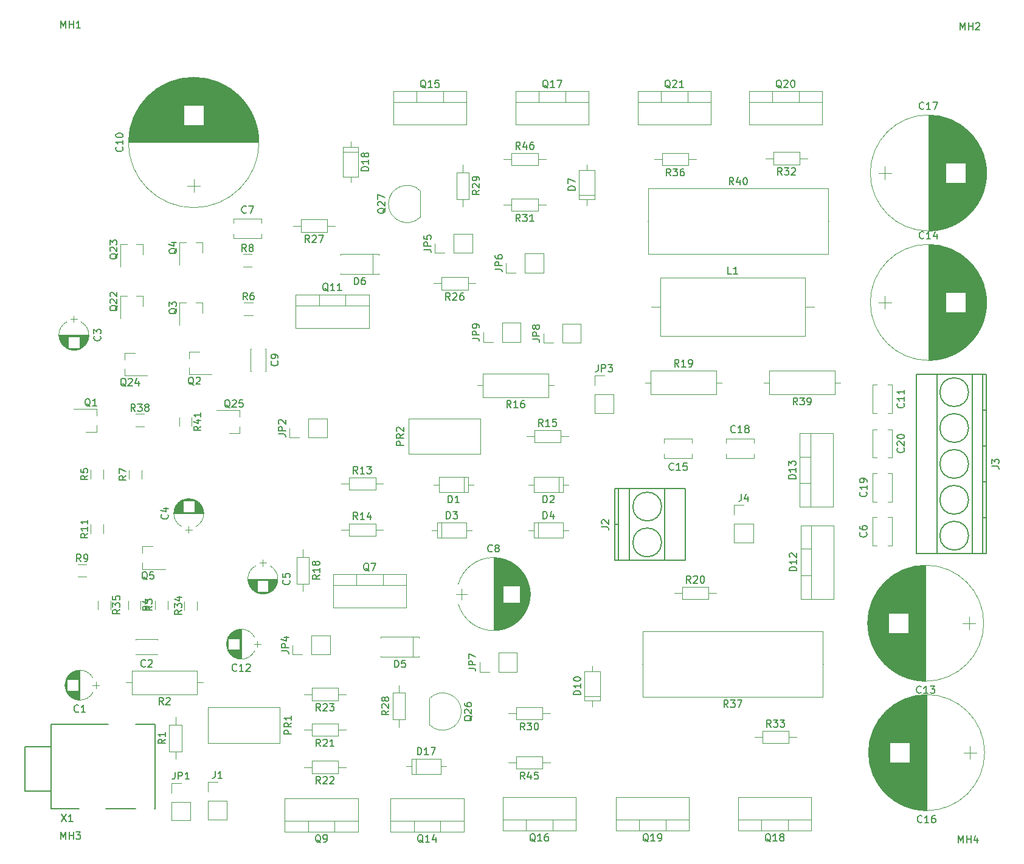
<source format=gbr>
G04 #@! TF.FileFunction,Legend,Top*
%FSLAX46Y46*%
G04 Gerber Fmt 4.6, Leading zero omitted, Abs format (unit mm)*
G04 Created by KiCad (PCBNEW 4.0.7) date 06/26/19 05:05:19*
%MOMM*%
%LPD*%
G01*
G04 APERTURE LIST*
%ADD10C,0.100000*%
%ADD11C,0.120000*%
%ADD12C,0.150000*%
G04 APERTURE END LIST*
D10*
D11*
X91004600Y-95295000D02*
X89284600Y-95295000D01*
X89284600Y-95295000D02*
X89284600Y-99015000D01*
X89284600Y-99015000D02*
X91004600Y-99015000D01*
X91004600Y-99015000D02*
X91004600Y-95295000D01*
X90144600Y-94225000D02*
X90144600Y-95295000D01*
X90144600Y-100085000D02*
X90144600Y-99015000D01*
X81303400Y-78034000D02*
X81303400Y-77104000D01*
X81303400Y-74874000D02*
X81303400Y-75804000D01*
X81303400Y-74874000D02*
X78143400Y-74874000D01*
X81303400Y-78034000D02*
X79843400Y-78034000D01*
X57224564Y-114136170D02*
G75*
G03X60916996Y-114137000I1846436J979170D01*
G01*
X57224564Y-112177830D02*
G75*
G02X60916996Y-112177000I1846436J-979170D01*
G01*
X57224564Y-112177830D02*
G75*
G03X57225004Y-114137000I1846436J-979170D01*
G01*
X59071000Y-115207000D02*
X59071000Y-111107000D01*
X59031000Y-115207000D02*
X59031000Y-111107000D01*
X58991000Y-115206000D02*
X58991000Y-111108000D01*
X58951000Y-115204000D02*
X58951000Y-111110000D01*
X58911000Y-115201000D02*
X58911000Y-111113000D01*
X58871000Y-115198000D02*
X58871000Y-111116000D01*
X58831000Y-115194000D02*
X58831000Y-113937000D01*
X58831000Y-112377000D02*
X58831000Y-111120000D01*
X58791000Y-115189000D02*
X58791000Y-113937000D01*
X58791000Y-112377000D02*
X58791000Y-111125000D01*
X58751000Y-115183000D02*
X58751000Y-113937000D01*
X58751000Y-112377000D02*
X58751000Y-111131000D01*
X58711000Y-115176000D02*
X58711000Y-113937000D01*
X58711000Y-112377000D02*
X58711000Y-111138000D01*
X58671000Y-115169000D02*
X58671000Y-113937000D01*
X58671000Y-112377000D02*
X58671000Y-111145000D01*
X58631000Y-115161000D02*
X58631000Y-113937000D01*
X58631000Y-112377000D02*
X58631000Y-111153000D01*
X58591000Y-115152000D02*
X58591000Y-113937000D01*
X58591000Y-112377000D02*
X58591000Y-111162000D01*
X58551000Y-115142000D02*
X58551000Y-113937000D01*
X58551000Y-112377000D02*
X58551000Y-111172000D01*
X58511000Y-115131000D02*
X58511000Y-113937000D01*
X58511000Y-112377000D02*
X58511000Y-111183000D01*
X58471000Y-115120000D02*
X58471000Y-113937000D01*
X58471000Y-112377000D02*
X58471000Y-111194000D01*
X58431000Y-115107000D02*
X58431000Y-113937000D01*
X58431000Y-112377000D02*
X58431000Y-111207000D01*
X58391000Y-115094000D02*
X58391000Y-113937000D01*
X58391000Y-112377000D02*
X58391000Y-111220000D01*
X58350000Y-115080000D02*
X58350000Y-113937000D01*
X58350000Y-112377000D02*
X58350000Y-111234000D01*
X58310000Y-115064000D02*
X58310000Y-113937000D01*
X58310000Y-112377000D02*
X58310000Y-111250000D01*
X58270000Y-115048000D02*
X58270000Y-113937000D01*
X58270000Y-112377000D02*
X58270000Y-111266000D01*
X58230000Y-115031000D02*
X58230000Y-113937000D01*
X58230000Y-112377000D02*
X58230000Y-111283000D01*
X58190000Y-115013000D02*
X58190000Y-113937000D01*
X58190000Y-112377000D02*
X58190000Y-111301000D01*
X58150000Y-114994000D02*
X58150000Y-113937000D01*
X58150000Y-112377000D02*
X58150000Y-111320000D01*
X58110000Y-114974000D02*
X58110000Y-113937000D01*
X58110000Y-112377000D02*
X58110000Y-111340000D01*
X58070000Y-114953000D02*
X58070000Y-113937000D01*
X58070000Y-112377000D02*
X58070000Y-111361000D01*
X58030000Y-114930000D02*
X58030000Y-113937000D01*
X58030000Y-112377000D02*
X58030000Y-111384000D01*
X57990000Y-114907000D02*
X57990000Y-113937000D01*
X57990000Y-112377000D02*
X57990000Y-111407000D01*
X57950000Y-114882000D02*
X57950000Y-113937000D01*
X57950000Y-112377000D02*
X57950000Y-111432000D01*
X57910000Y-114856000D02*
X57910000Y-113937000D01*
X57910000Y-112377000D02*
X57910000Y-111458000D01*
X57870000Y-114829000D02*
X57870000Y-113937000D01*
X57870000Y-112377000D02*
X57870000Y-111485000D01*
X57830000Y-114800000D02*
X57830000Y-113937000D01*
X57830000Y-112377000D02*
X57830000Y-111514000D01*
X57790000Y-114770000D02*
X57790000Y-113937000D01*
X57790000Y-112377000D02*
X57790000Y-111544000D01*
X57750000Y-114738000D02*
X57750000Y-113937000D01*
X57750000Y-112377000D02*
X57750000Y-111576000D01*
X57710000Y-114704000D02*
X57710000Y-113937000D01*
X57710000Y-112377000D02*
X57710000Y-111610000D01*
X57670000Y-114669000D02*
X57670000Y-113937000D01*
X57670000Y-112377000D02*
X57670000Y-111645000D01*
X57630000Y-114632000D02*
X57630000Y-113937000D01*
X57630000Y-112377000D02*
X57630000Y-111682000D01*
X57590000Y-114593000D02*
X57590000Y-113937000D01*
X57590000Y-112377000D02*
X57590000Y-111721000D01*
X57550000Y-114552000D02*
X57550000Y-113937000D01*
X57550000Y-112377000D02*
X57550000Y-111762000D01*
X57510000Y-114508000D02*
X57510000Y-113937000D01*
X57510000Y-112377000D02*
X57510000Y-111806000D01*
X57470000Y-114462000D02*
X57470000Y-113937000D01*
X57470000Y-112377000D02*
X57470000Y-111852000D01*
X57430000Y-114413000D02*
X57430000Y-113937000D01*
X57430000Y-112377000D02*
X57430000Y-111901000D01*
X57390000Y-114361000D02*
X57390000Y-113937000D01*
X57390000Y-112377000D02*
X57390000Y-111953000D01*
X57350000Y-114305000D02*
X57350000Y-113937000D01*
X57350000Y-112377000D02*
X57350000Y-112009000D01*
X57310000Y-114245000D02*
X57310000Y-113937000D01*
X57310000Y-112377000D02*
X57310000Y-112069000D01*
X57270000Y-114180000D02*
X57270000Y-112134000D01*
X57230000Y-114109000D02*
X57230000Y-112205000D01*
X57190000Y-114031000D02*
X57190000Y-112283000D01*
X57150000Y-113943000D02*
X57150000Y-112371000D01*
X57110000Y-113843000D02*
X57110000Y-112471000D01*
X57070000Y-113724000D02*
X57070000Y-112590000D01*
X57030000Y-113572000D02*
X57030000Y-112742000D01*
X56990000Y-113322000D02*
X56990000Y-112992000D01*
X61771000Y-113157000D02*
X60871000Y-113157000D01*
X61321000Y-113607000D02*
X61321000Y-112707000D01*
X69931400Y-108908400D02*
X66811400Y-108908400D01*
X69931400Y-106788400D02*
X66811400Y-106788400D01*
X69931400Y-108908400D02*
X69931400Y-108844400D01*
X69931400Y-106852400D02*
X69931400Y-106788400D01*
X66811400Y-108908400D02*
X66811400Y-108844400D01*
X66811400Y-106852400D02*
X66811400Y-106788400D01*
X59221370Y-66219436D02*
G75*
G03X59222200Y-62527004I-979170J1846436D01*
G01*
X57263030Y-66219436D02*
G75*
G02X57262200Y-62527004I979170J1846436D01*
G01*
X57263030Y-66219436D02*
G75*
G03X59222200Y-66218996I979170J1846436D01*
G01*
X60292200Y-64373000D02*
X56192200Y-64373000D01*
X60292200Y-64413000D02*
X56192200Y-64413000D01*
X60291200Y-64453000D02*
X56193200Y-64453000D01*
X60289200Y-64493000D02*
X56195200Y-64493000D01*
X60286200Y-64533000D02*
X56198200Y-64533000D01*
X60283200Y-64573000D02*
X56201200Y-64573000D01*
X60279200Y-64613000D02*
X59022200Y-64613000D01*
X57462200Y-64613000D02*
X56205200Y-64613000D01*
X60274200Y-64653000D02*
X59022200Y-64653000D01*
X57462200Y-64653000D02*
X56210200Y-64653000D01*
X60268200Y-64693000D02*
X59022200Y-64693000D01*
X57462200Y-64693000D02*
X56216200Y-64693000D01*
X60261200Y-64733000D02*
X59022200Y-64733000D01*
X57462200Y-64733000D02*
X56223200Y-64733000D01*
X60254200Y-64773000D02*
X59022200Y-64773000D01*
X57462200Y-64773000D02*
X56230200Y-64773000D01*
X60246200Y-64813000D02*
X59022200Y-64813000D01*
X57462200Y-64813000D02*
X56238200Y-64813000D01*
X60237200Y-64853000D02*
X59022200Y-64853000D01*
X57462200Y-64853000D02*
X56247200Y-64853000D01*
X60227200Y-64893000D02*
X59022200Y-64893000D01*
X57462200Y-64893000D02*
X56257200Y-64893000D01*
X60216200Y-64933000D02*
X59022200Y-64933000D01*
X57462200Y-64933000D02*
X56268200Y-64933000D01*
X60205200Y-64973000D02*
X59022200Y-64973000D01*
X57462200Y-64973000D02*
X56279200Y-64973000D01*
X60192200Y-65013000D02*
X59022200Y-65013000D01*
X57462200Y-65013000D02*
X56292200Y-65013000D01*
X60179200Y-65053000D02*
X59022200Y-65053000D01*
X57462200Y-65053000D02*
X56305200Y-65053000D01*
X60165200Y-65094000D02*
X59022200Y-65094000D01*
X57462200Y-65094000D02*
X56319200Y-65094000D01*
X60149200Y-65134000D02*
X59022200Y-65134000D01*
X57462200Y-65134000D02*
X56335200Y-65134000D01*
X60133200Y-65174000D02*
X59022200Y-65174000D01*
X57462200Y-65174000D02*
X56351200Y-65174000D01*
X60116200Y-65214000D02*
X59022200Y-65214000D01*
X57462200Y-65214000D02*
X56368200Y-65214000D01*
X60098200Y-65254000D02*
X59022200Y-65254000D01*
X57462200Y-65254000D02*
X56386200Y-65254000D01*
X60079200Y-65294000D02*
X59022200Y-65294000D01*
X57462200Y-65294000D02*
X56405200Y-65294000D01*
X60059200Y-65334000D02*
X59022200Y-65334000D01*
X57462200Y-65334000D02*
X56425200Y-65334000D01*
X60038200Y-65374000D02*
X59022200Y-65374000D01*
X57462200Y-65374000D02*
X56446200Y-65374000D01*
X60015200Y-65414000D02*
X59022200Y-65414000D01*
X57462200Y-65414000D02*
X56469200Y-65414000D01*
X59992200Y-65454000D02*
X59022200Y-65454000D01*
X57462200Y-65454000D02*
X56492200Y-65454000D01*
X59967200Y-65494000D02*
X59022200Y-65494000D01*
X57462200Y-65494000D02*
X56517200Y-65494000D01*
X59941200Y-65534000D02*
X59022200Y-65534000D01*
X57462200Y-65534000D02*
X56543200Y-65534000D01*
X59914200Y-65574000D02*
X59022200Y-65574000D01*
X57462200Y-65574000D02*
X56570200Y-65574000D01*
X59885200Y-65614000D02*
X59022200Y-65614000D01*
X57462200Y-65614000D02*
X56599200Y-65614000D01*
X59855200Y-65654000D02*
X59022200Y-65654000D01*
X57462200Y-65654000D02*
X56629200Y-65654000D01*
X59823200Y-65694000D02*
X59022200Y-65694000D01*
X57462200Y-65694000D02*
X56661200Y-65694000D01*
X59789200Y-65734000D02*
X59022200Y-65734000D01*
X57462200Y-65734000D02*
X56695200Y-65734000D01*
X59754200Y-65774000D02*
X59022200Y-65774000D01*
X57462200Y-65774000D02*
X56730200Y-65774000D01*
X59717200Y-65814000D02*
X59022200Y-65814000D01*
X57462200Y-65814000D02*
X56767200Y-65814000D01*
X59678200Y-65854000D02*
X59022200Y-65854000D01*
X57462200Y-65854000D02*
X56806200Y-65854000D01*
X59637200Y-65894000D02*
X59022200Y-65894000D01*
X57462200Y-65894000D02*
X56847200Y-65894000D01*
X59593200Y-65934000D02*
X59022200Y-65934000D01*
X57462200Y-65934000D02*
X56891200Y-65934000D01*
X59547200Y-65974000D02*
X59022200Y-65974000D01*
X57462200Y-65974000D02*
X56937200Y-65974000D01*
X59498200Y-66014000D02*
X59022200Y-66014000D01*
X57462200Y-66014000D02*
X56986200Y-66014000D01*
X59446200Y-66054000D02*
X59022200Y-66054000D01*
X57462200Y-66054000D02*
X57038200Y-66054000D01*
X59390200Y-66094000D02*
X59022200Y-66094000D01*
X57462200Y-66094000D02*
X57094200Y-66094000D01*
X59330200Y-66134000D02*
X59022200Y-66134000D01*
X57462200Y-66134000D02*
X57154200Y-66134000D01*
X59265200Y-66174000D02*
X57219200Y-66174000D01*
X59194200Y-66214000D02*
X57290200Y-66214000D01*
X59116200Y-66254000D02*
X57368200Y-66254000D01*
X59028200Y-66294000D02*
X57456200Y-66294000D01*
X58928200Y-66334000D02*
X57556200Y-66334000D01*
X58809200Y-66374000D02*
X57675200Y-66374000D01*
X58657200Y-66414000D02*
X57827200Y-66414000D01*
X58407200Y-66454000D02*
X58077200Y-66454000D01*
X58242200Y-61673000D02*
X58242200Y-62573000D01*
X58692200Y-62123000D02*
X57792200Y-62123000D01*
X73265030Y-87374364D02*
G75*
G03X73264200Y-91066796I979170J-1846436D01*
G01*
X75223370Y-87374364D02*
G75*
G02X75224200Y-91066796I-979170J-1846436D01*
G01*
X75223370Y-87374364D02*
G75*
G03X73264200Y-87374804I-979170J-1846436D01*
G01*
X72194200Y-89220800D02*
X76294200Y-89220800D01*
X72194200Y-89180800D02*
X76294200Y-89180800D01*
X72195200Y-89140800D02*
X76293200Y-89140800D01*
X72197200Y-89100800D02*
X76291200Y-89100800D01*
X72200200Y-89060800D02*
X76288200Y-89060800D01*
X72203200Y-89020800D02*
X76285200Y-89020800D01*
X72207200Y-88980800D02*
X73464200Y-88980800D01*
X75024200Y-88980800D02*
X76281200Y-88980800D01*
X72212200Y-88940800D02*
X73464200Y-88940800D01*
X75024200Y-88940800D02*
X76276200Y-88940800D01*
X72218200Y-88900800D02*
X73464200Y-88900800D01*
X75024200Y-88900800D02*
X76270200Y-88900800D01*
X72225200Y-88860800D02*
X73464200Y-88860800D01*
X75024200Y-88860800D02*
X76263200Y-88860800D01*
X72232200Y-88820800D02*
X73464200Y-88820800D01*
X75024200Y-88820800D02*
X76256200Y-88820800D01*
X72240200Y-88780800D02*
X73464200Y-88780800D01*
X75024200Y-88780800D02*
X76248200Y-88780800D01*
X72249200Y-88740800D02*
X73464200Y-88740800D01*
X75024200Y-88740800D02*
X76239200Y-88740800D01*
X72259200Y-88700800D02*
X73464200Y-88700800D01*
X75024200Y-88700800D02*
X76229200Y-88700800D01*
X72270200Y-88660800D02*
X73464200Y-88660800D01*
X75024200Y-88660800D02*
X76218200Y-88660800D01*
X72281200Y-88620800D02*
X73464200Y-88620800D01*
X75024200Y-88620800D02*
X76207200Y-88620800D01*
X72294200Y-88580800D02*
X73464200Y-88580800D01*
X75024200Y-88580800D02*
X76194200Y-88580800D01*
X72307200Y-88540800D02*
X73464200Y-88540800D01*
X75024200Y-88540800D02*
X76181200Y-88540800D01*
X72321200Y-88499800D02*
X73464200Y-88499800D01*
X75024200Y-88499800D02*
X76167200Y-88499800D01*
X72337200Y-88459800D02*
X73464200Y-88459800D01*
X75024200Y-88459800D02*
X76151200Y-88459800D01*
X72353200Y-88419800D02*
X73464200Y-88419800D01*
X75024200Y-88419800D02*
X76135200Y-88419800D01*
X72370200Y-88379800D02*
X73464200Y-88379800D01*
X75024200Y-88379800D02*
X76118200Y-88379800D01*
X72388200Y-88339800D02*
X73464200Y-88339800D01*
X75024200Y-88339800D02*
X76100200Y-88339800D01*
X72407200Y-88299800D02*
X73464200Y-88299800D01*
X75024200Y-88299800D02*
X76081200Y-88299800D01*
X72427200Y-88259800D02*
X73464200Y-88259800D01*
X75024200Y-88259800D02*
X76061200Y-88259800D01*
X72448200Y-88219800D02*
X73464200Y-88219800D01*
X75024200Y-88219800D02*
X76040200Y-88219800D01*
X72471200Y-88179800D02*
X73464200Y-88179800D01*
X75024200Y-88179800D02*
X76017200Y-88179800D01*
X72494200Y-88139800D02*
X73464200Y-88139800D01*
X75024200Y-88139800D02*
X75994200Y-88139800D01*
X72519200Y-88099800D02*
X73464200Y-88099800D01*
X75024200Y-88099800D02*
X75969200Y-88099800D01*
X72545200Y-88059800D02*
X73464200Y-88059800D01*
X75024200Y-88059800D02*
X75943200Y-88059800D01*
X72572200Y-88019800D02*
X73464200Y-88019800D01*
X75024200Y-88019800D02*
X75916200Y-88019800D01*
X72601200Y-87979800D02*
X73464200Y-87979800D01*
X75024200Y-87979800D02*
X75887200Y-87979800D01*
X72631200Y-87939800D02*
X73464200Y-87939800D01*
X75024200Y-87939800D02*
X75857200Y-87939800D01*
X72663200Y-87899800D02*
X73464200Y-87899800D01*
X75024200Y-87899800D02*
X75825200Y-87899800D01*
X72697200Y-87859800D02*
X73464200Y-87859800D01*
X75024200Y-87859800D02*
X75791200Y-87859800D01*
X72732200Y-87819800D02*
X73464200Y-87819800D01*
X75024200Y-87819800D02*
X75756200Y-87819800D01*
X72769200Y-87779800D02*
X73464200Y-87779800D01*
X75024200Y-87779800D02*
X75719200Y-87779800D01*
X72808200Y-87739800D02*
X73464200Y-87739800D01*
X75024200Y-87739800D02*
X75680200Y-87739800D01*
X72849200Y-87699800D02*
X73464200Y-87699800D01*
X75024200Y-87699800D02*
X75639200Y-87699800D01*
X72893200Y-87659800D02*
X73464200Y-87659800D01*
X75024200Y-87659800D02*
X75595200Y-87659800D01*
X72939200Y-87619800D02*
X73464200Y-87619800D01*
X75024200Y-87619800D02*
X75549200Y-87619800D01*
X72988200Y-87579800D02*
X73464200Y-87579800D01*
X75024200Y-87579800D02*
X75500200Y-87579800D01*
X73040200Y-87539800D02*
X73464200Y-87539800D01*
X75024200Y-87539800D02*
X75448200Y-87539800D01*
X73096200Y-87499800D02*
X73464200Y-87499800D01*
X75024200Y-87499800D02*
X75392200Y-87499800D01*
X73156200Y-87459800D02*
X73464200Y-87459800D01*
X75024200Y-87459800D02*
X75332200Y-87459800D01*
X73221200Y-87419800D02*
X75267200Y-87419800D01*
X73292200Y-87379800D02*
X75196200Y-87379800D01*
X73370200Y-87339800D02*
X75118200Y-87339800D01*
X73458200Y-87299800D02*
X75030200Y-87299800D01*
X73558200Y-87259800D02*
X74930200Y-87259800D01*
X73677200Y-87219800D02*
X74811200Y-87219800D01*
X73829200Y-87179800D02*
X74659200Y-87179800D01*
X74079200Y-87139800D02*
X74409200Y-87139800D01*
X74244200Y-91920800D02*
X74244200Y-91020800D01*
X73794200Y-91470800D02*
X74694200Y-91470800D01*
X85535770Y-100204636D02*
G75*
G03X85536600Y-96512204I-979170J1846436D01*
G01*
X83577430Y-100204636D02*
G75*
G02X83576600Y-96512204I979170J1846436D01*
G01*
X83577430Y-100204636D02*
G75*
G03X85536600Y-100204196I979170J1846436D01*
G01*
X86606600Y-98358200D02*
X82506600Y-98358200D01*
X86606600Y-98398200D02*
X82506600Y-98398200D01*
X86605600Y-98438200D02*
X82507600Y-98438200D01*
X86603600Y-98478200D02*
X82509600Y-98478200D01*
X86600600Y-98518200D02*
X82512600Y-98518200D01*
X86597600Y-98558200D02*
X82515600Y-98558200D01*
X86593600Y-98598200D02*
X85336600Y-98598200D01*
X83776600Y-98598200D02*
X82519600Y-98598200D01*
X86588600Y-98638200D02*
X85336600Y-98638200D01*
X83776600Y-98638200D02*
X82524600Y-98638200D01*
X86582600Y-98678200D02*
X85336600Y-98678200D01*
X83776600Y-98678200D02*
X82530600Y-98678200D01*
X86575600Y-98718200D02*
X85336600Y-98718200D01*
X83776600Y-98718200D02*
X82537600Y-98718200D01*
X86568600Y-98758200D02*
X85336600Y-98758200D01*
X83776600Y-98758200D02*
X82544600Y-98758200D01*
X86560600Y-98798200D02*
X85336600Y-98798200D01*
X83776600Y-98798200D02*
X82552600Y-98798200D01*
X86551600Y-98838200D02*
X85336600Y-98838200D01*
X83776600Y-98838200D02*
X82561600Y-98838200D01*
X86541600Y-98878200D02*
X85336600Y-98878200D01*
X83776600Y-98878200D02*
X82571600Y-98878200D01*
X86530600Y-98918200D02*
X85336600Y-98918200D01*
X83776600Y-98918200D02*
X82582600Y-98918200D01*
X86519600Y-98958200D02*
X85336600Y-98958200D01*
X83776600Y-98958200D02*
X82593600Y-98958200D01*
X86506600Y-98998200D02*
X85336600Y-98998200D01*
X83776600Y-98998200D02*
X82606600Y-98998200D01*
X86493600Y-99038200D02*
X85336600Y-99038200D01*
X83776600Y-99038200D02*
X82619600Y-99038200D01*
X86479600Y-99079200D02*
X85336600Y-99079200D01*
X83776600Y-99079200D02*
X82633600Y-99079200D01*
X86463600Y-99119200D02*
X85336600Y-99119200D01*
X83776600Y-99119200D02*
X82649600Y-99119200D01*
X86447600Y-99159200D02*
X85336600Y-99159200D01*
X83776600Y-99159200D02*
X82665600Y-99159200D01*
X86430600Y-99199200D02*
X85336600Y-99199200D01*
X83776600Y-99199200D02*
X82682600Y-99199200D01*
X86412600Y-99239200D02*
X85336600Y-99239200D01*
X83776600Y-99239200D02*
X82700600Y-99239200D01*
X86393600Y-99279200D02*
X85336600Y-99279200D01*
X83776600Y-99279200D02*
X82719600Y-99279200D01*
X86373600Y-99319200D02*
X85336600Y-99319200D01*
X83776600Y-99319200D02*
X82739600Y-99319200D01*
X86352600Y-99359200D02*
X85336600Y-99359200D01*
X83776600Y-99359200D02*
X82760600Y-99359200D01*
X86329600Y-99399200D02*
X85336600Y-99399200D01*
X83776600Y-99399200D02*
X82783600Y-99399200D01*
X86306600Y-99439200D02*
X85336600Y-99439200D01*
X83776600Y-99439200D02*
X82806600Y-99439200D01*
X86281600Y-99479200D02*
X85336600Y-99479200D01*
X83776600Y-99479200D02*
X82831600Y-99479200D01*
X86255600Y-99519200D02*
X85336600Y-99519200D01*
X83776600Y-99519200D02*
X82857600Y-99519200D01*
X86228600Y-99559200D02*
X85336600Y-99559200D01*
X83776600Y-99559200D02*
X82884600Y-99559200D01*
X86199600Y-99599200D02*
X85336600Y-99599200D01*
X83776600Y-99599200D02*
X82913600Y-99599200D01*
X86169600Y-99639200D02*
X85336600Y-99639200D01*
X83776600Y-99639200D02*
X82943600Y-99639200D01*
X86137600Y-99679200D02*
X85336600Y-99679200D01*
X83776600Y-99679200D02*
X82975600Y-99679200D01*
X86103600Y-99719200D02*
X85336600Y-99719200D01*
X83776600Y-99719200D02*
X83009600Y-99719200D01*
X86068600Y-99759200D02*
X85336600Y-99759200D01*
X83776600Y-99759200D02*
X83044600Y-99759200D01*
X86031600Y-99799200D02*
X85336600Y-99799200D01*
X83776600Y-99799200D02*
X83081600Y-99799200D01*
X85992600Y-99839200D02*
X85336600Y-99839200D01*
X83776600Y-99839200D02*
X83120600Y-99839200D01*
X85951600Y-99879200D02*
X85336600Y-99879200D01*
X83776600Y-99879200D02*
X83161600Y-99879200D01*
X85907600Y-99919200D02*
X85336600Y-99919200D01*
X83776600Y-99919200D02*
X83205600Y-99919200D01*
X85861600Y-99959200D02*
X85336600Y-99959200D01*
X83776600Y-99959200D02*
X83251600Y-99959200D01*
X85812600Y-99999200D02*
X85336600Y-99999200D01*
X83776600Y-99999200D02*
X83300600Y-99999200D01*
X85760600Y-100039200D02*
X85336600Y-100039200D01*
X83776600Y-100039200D02*
X83352600Y-100039200D01*
X85704600Y-100079200D02*
X85336600Y-100079200D01*
X83776600Y-100079200D02*
X83408600Y-100079200D01*
X85644600Y-100119200D02*
X85336600Y-100119200D01*
X83776600Y-100119200D02*
X83468600Y-100119200D01*
X85579600Y-100159200D02*
X83533600Y-100159200D01*
X85508600Y-100199200D02*
X83604600Y-100199200D01*
X85430600Y-100239200D02*
X83682600Y-100239200D01*
X85342600Y-100279200D02*
X83770600Y-100279200D01*
X85242600Y-100319200D02*
X83870600Y-100319200D01*
X85123600Y-100359200D02*
X83989600Y-100359200D01*
X84971600Y-100399200D02*
X84141600Y-100399200D01*
X84721600Y-100439200D02*
X84391600Y-100439200D01*
X84556600Y-95658200D02*
X84556600Y-96558200D01*
X85006600Y-96108200D02*
X84106600Y-96108200D01*
X169455000Y-93674000D02*
X169455000Y-89754000D01*
X172175000Y-93674000D02*
X172175000Y-89754000D01*
X169455000Y-93674000D02*
X170065000Y-93674000D01*
X171565000Y-93674000D02*
X172175000Y-93674000D01*
X169455000Y-89754000D02*
X170065000Y-89754000D01*
X171565000Y-89754000D02*
X172175000Y-89754000D01*
X80443000Y-48170000D02*
X84363000Y-48170000D01*
X80443000Y-50890000D02*
X84363000Y-50890000D01*
X80443000Y-48170000D02*
X80443000Y-48780000D01*
X80443000Y-50280000D02*
X80443000Y-50890000D01*
X84363000Y-48170000D02*
X84363000Y-48780000D01*
X84363000Y-50280000D02*
X84363000Y-50890000D01*
X121571437Y-99073736D02*
G75*
G03X111773643Y-99077000I-4898437J-1383264D01*
G01*
X121571437Y-101840264D02*
G75*
G02X111773643Y-101837000I-4898437J1383264D01*
G01*
X121571437Y-101840264D02*
G75*
G03X121572357Y-99077000I-4898437J1383264D01*
G01*
X116673000Y-95407000D02*
X116673000Y-105507000D01*
X116713000Y-95407000D02*
X116713000Y-105507000D01*
X116753000Y-95407000D02*
X116753000Y-105507000D01*
X116793000Y-95408000D02*
X116793000Y-105506000D01*
X116833000Y-95409000D02*
X116833000Y-105505000D01*
X116873000Y-95410000D02*
X116873000Y-105504000D01*
X116913000Y-95412000D02*
X116913000Y-105502000D01*
X116953000Y-95414000D02*
X116953000Y-105500000D01*
X116993000Y-95417000D02*
X116993000Y-105497000D01*
X117033000Y-95419000D02*
X117033000Y-105495000D01*
X117073000Y-95422000D02*
X117073000Y-105492000D01*
X117113000Y-95426000D02*
X117113000Y-105488000D01*
X117153000Y-95429000D02*
X117153000Y-105485000D01*
X117193000Y-95433000D02*
X117193000Y-105481000D01*
X117233000Y-95437000D02*
X117233000Y-105477000D01*
X117273000Y-95442000D02*
X117273000Y-105472000D01*
X117313000Y-95447000D02*
X117313000Y-105467000D01*
X117353000Y-95452000D02*
X117353000Y-105462000D01*
X117394000Y-95458000D02*
X117394000Y-105456000D01*
X117434000Y-95464000D02*
X117434000Y-105450000D01*
X117474000Y-95470000D02*
X117474000Y-105444000D01*
X117514000Y-95476000D02*
X117514000Y-105438000D01*
X117554000Y-95483000D02*
X117554000Y-105431000D01*
X117594000Y-95490000D02*
X117594000Y-105424000D01*
X117634000Y-95498000D02*
X117634000Y-105416000D01*
X117674000Y-95506000D02*
X117674000Y-105408000D01*
X117714000Y-95514000D02*
X117714000Y-105400000D01*
X117754000Y-95522000D02*
X117754000Y-105392000D01*
X117794000Y-95531000D02*
X117794000Y-105383000D01*
X117834000Y-95540000D02*
X117834000Y-105374000D01*
X117874000Y-95550000D02*
X117874000Y-105364000D01*
X117914000Y-95560000D02*
X117914000Y-105354000D01*
X117954000Y-95570000D02*
X117954000Y-105344000D01*
X117994000Y-95581000D02*
X117994000Y-99276000D01*
X117994000Y-101638000D02*
X117994000Y-105333000D01*
X118034000Y-95592000D02*
X118034000Y-99276000D01*
X118034000Y-101638000D02*
X118034000Y-105322000D01*
X118074000Y-95603000D02*
X118074000Y-99276000D01*
X118074000Y-101638000D02*
X118074000Y-105311000D01*
X118114000Y-95614000D02*
X118114000Y-99276000D01*
X118114000Y-101638000D02*
X118114000Y-105300000D01*
X118154000Y-95626000D02*
X118154000Y-99276000D01*
X118154000Y-101638000D02*
X118154000Y-105288000D01*
X118194000Y-95639000D02*
X118194000Y-99276000D01*
X118194000Y-101638000D02*
X118194000Y-105275000D01*
X118234000Y-95651000D02*
X118234000Y-99276000D01*
X118234000Y-101638000D02*
X118234000Y-105263000D01*
X118274000Y-95665000D02*
X118274000Y-99276000D01*
X118274000Y-101638000D02*
X118274000Y-105249000D01*
X118314000Y-95678000D02*
X118314000Y-99276000D01*
X118314000Y-101638000D02*
X118314000Y-105236000D01*
X118354000Y-95692000D02*
X118354000Y-99276000D01*
X118354000Y-101638000D02*
X118354000Y-105222000D01*
X118394000Y-95706000D02*
X118394000Y-99276000D01*
X118394000Y-101638000D02*
X118394000Y-105208000D01*
X118434000Y-95720000D02*
X118434000Y-99276000D01*
X118434000Y-101638000D02*
X118434000Y-105194000D01*
X118474000Y-95735000D02*
X118474000Y-99276000D01*
X118474000Y-101638000D02*
X118474000Y-105179000D01*
X118514000Y-95751000D02*
X118514000Y-99276000D01*
X118514000Y-101638000D02*
X118514000Y-105163000D01*
X118554000Y-95766000D02*
X118554000Y-99276000D01*
X118554000Y-101638000D02*
X118554000Y-105148000D01*
X118594000Y-95783000D02*
X118594000Y-99276000D01*
X118594000Y-101638000D02*
X118594000Y-105131000D01*
X118634000Y-95799000D02*
X118634000Y-99276000D01*
X118634000Y-101638000D02*
X118634000Y-105115000D01*
X118674000Y-95816000D02*
X118674000Y-99276000D01*
X118674000Y-101638000D02*
X118674000Y-105098000D01*
X118714000Y-95833000D02*
X118714000Y-99276000D01*
X118714000Y-101638000D02*
X118714000Y-105081000D01*
X118754000Y-95851000D02*
X118754000Y-99276000D01*
X118754000Y-101638000D02*
X118754000Y-105063000D01*
X118794000Y-95869000D02*
X118794000Y-99276000D01*
X118794000Y-101638000D02*
X118794000Y-105045000D01*
X118834000Y-95888000D02*
X118834000Y-99276000D01*
X118834000Y-101638000D02*
X118834000Y-105026000D01*
X118874000Y-95907000D02*
X118874000Y-99276000D01*
X118874000Y-101638000D02*
X118874000Y-105007000D01*
X118914000Y-95926000D02*
X118914000Y-99276000D01*
X118914000Y-101638000D02*
X118914000Y-104988000D01*
X118954000Y-95946000D02*
X118954000Y-99276000D01*
X118954000Y-101638000D02*
X118954000Y-104968000D01*
X118994000Y-95966000D02*
X118994000Y-99276000D01*
X118994000Y-101638000D02*
X118994000Y-104948000D01*
X119034000Y-95987000D02*
X119034000Y-99276000D01*
X119034000Y-101638000D02*
X119034000Y-104927000D01*
X119074000Y-96008000D02*
X119074000Y-99276000D01*
X119074000Y-101638000D02*
X119074000Y-104906000D01*
X119114000Y-96029000D02*
X119114000Y-99276000D01*
X119114000Y-101638000D02*
X119114000Y-104885000D01*
X119154000Y-96052000D02*
X119154000Y-99276000D01*
X119154000Y-101638000D02*
X119154000Y-104862000D01*
X119194000Y-96074000D02*
X119194000Y-99276000D01*
X119194000Y-101638000D02*
X119194000Y-104840000D01*
X119234000Y-96097000D02*
X119234000Y-99276000D01*
X119234000Y-101638000D02*
X119234000Y-104817000D01*
X119274000Y-96121000D02*
X119274000Y-99276000D01*
X119274000Y-101638000D02*
X119274000Y-104793000D01*
X119314000Y-96145000D02*
X119314000Y-99276000D01*
X119314000Y-101638000D02*
X119314000Y-104769000D01*
X119354000Y-96169000D02*
X119354000Y-99276000D01*
X119354000Y-101638000D02*
X119354000Y-104745000D01*
X119394000Y-96194000D02*
X119394000Y-99276000D01*
X119394000Y-101638000D02*
X119394000Y-104720000D01*
X119434000Y-96220000D02*
X119434000Y-99276000D01*
X119434000Y-101638000D02*
X119434000Y-104694000D01*
X119474000Y-96246000D02*
X119474000Y-99276000D01*
X119474000Y-101638000D02*
X119474000Y-104668000D01*
X119514000Y-96272000D02*
X119514000Y-99276000D01*
X119514000Y-101638000D02*
X119514000Y-104642000D01*
X119554000Y-96300000D02*
X119554000Y-99276000D01*
X119554000Y-101638000D02*
X119554000Y-104614000D01*
X119594000Y-96327000D02*
X119594000Y-99276000D01*
X119594000Y-101638000D02*
X119594000Y-104587000D01*
X119634000Y-96356000D02*
X119634000Y-99276000D01*
X119634000Y-101638000D02*
X119634000Y-104558000D01*
X119674000Y-96385000D02*
X119674000Y-99276000D01*
X119674000Y-101638000D02*
X119674000Y-104529000D01*
X119714000Y-96414000D02*
X119714000Y-99276000D01*
X119714000Y-101638000D02*
X119714000Y-104500000D01*
X119754000Y-96444000D02*
X119754000Y-99276000D01*
X119754000Y-101638000D02*
X119754000Y-104470000D01*
X119794000Y-96475000D02*
X119794000Y-99276000D01*
X119794000Y-101638000D02*
X119794000Y-104439000D01*
X119834000Y-96506000D02*
X119834000Y-99276000D01*
X119834000Y-101638000D02*
X119834000Y-104408000D01*
X119874000Y-96538000D02*
X119874000Y-99276000D01*
X119874000Y-101638000D02*
X119874000Y-104376000D01*
X119914000Y-96571000D02*
X119914000Y-99276000D01*
X119914000Y-101638000D02*
X119914000Y-104343000D01*
X119954000Y-96604000D02*
X119954000Y-99276000D01*
X119954000Y-101638000D02*
X119954000Y-104310000D01*
X119994000Y-96638000D02*
X119994000Y-99276000D01*
X119994000Y-101638000D02*
X119994000Y-104276000D01*
X120034000Y-96673000D02*
X120034000Y-99276000D01*
X120034000Y-101638000D02*
X120034000Y-104241000D01*
X120074000Y-96709000D02*
X120074000Y-99276000D01*
X120074000Y-101638000D02*
X120074000Y-104205000D01*
X120114000Y-96745000D02*
X120114000Y-99276000D01*
X120114000Y-101638000D02*
X120114000Y-104169000D01*
X120154000Y-96782000D02*
X120154000Y-99276000D01*
X120154000Y-101638000D02*
X120154000Y-104132000D01*
X120194000Y-96820000D02*
X120194000Y-99276000D01*
X120194000Y-101638000D02*
X120194000Y-104094000D01*
X120234000Y-96859000D02*
X120234000Y-99276000D01*
X120234000Y-101638000D02*
X120234000Y-104055000D01*
X120274000Y-96898000D02*
X120274000Y-99276000D01*
X120274000Y-101638000D02*
X120274000Y-104016000D01*
X120314000Y-96939000D02*
X120314000Y-99276000D01*
X120314000Y-101638000D02*
X120314000Y-103975000D01*
X120354000Y-96980000D02*
X120354000Y-103934000D01*
X120394000Y-97022000D02*
X120394000Y-103892000D01*
X120434000Y-97066000D02*
X120434000Y-103848000D01*
X120474000Y-97110000D02*
X120474000Y-103804000D01*
X120514000Y-97155000D02*
X120514000Y-103759000D01*
X120554000Y-97202000D02*
X120554000Y-103712000D01*
X120594000Y-97250000D02*
X120594000Y-103664000D01*
X120634000Y-97299000D02*
X120634000Y-103615000D01*
X120674000Y-97349000D02*
X120674000Y-103565000D01*
X120714000Y-97400000D02*
X120714000Y-103514000D01*
X120754000Y-97453000D02*
X120754000Y-103461000D01*
X120794000Y-97508000D02*
X120794000Y-103406000D01*
X120834000Y-97563000D02*
X120834000Y-103351000D01*
X120874000Y-97621000D02*
X120874000Y-103293000D01*
X120914000Y-97680000D02*
X120914000Y-103234000D01*
X120954000Y-97742000D02*
X120954000Y-103172000D01*
X120994000Y-97805000D02*
X120994000Y-103109000D01*
X121034000Y-97870000D02*
X121034000Y-103044000D01*
X121074000Y-97938000D02*
X121074000Y-102976000D01*
X121114000Y-98008000D02*
X121114000Y-102906000D01*
X121154000Y-98080000D02*
X121154000Y-102834000D01*
X121194000Y-98156000D02*
X121194000Y-102758000D01*
X121234000Y-98235000D02*
X121234000Y-102679000D01*
X121274000Y-98317000D02*
X121274000Y-102597000D01*
X121314000Y-98404000D02*
X121314000Y-102510000D01*
X121354000Y-98495000D02*
X121354000Y-102419000D01*
X121394000Y-98591000D02*
X121394000Y-102323000D01*
X121434000Y-98694000D02*
X121434000Y-102220000D01*
X121474000Y-98803000D02*
X121474000Y-102111000D01*
X121514000Y-98921000D02*
X121514000Y-101993000D01*
X121554000Y-99050000D02*
X121554000Y-101864000D01*
X121594000Y-99192000D02*
X121594000Y-101722000D01*
X121634000Y-99353000D02*
X121634000Y-101561000D01*
X121674000Y-99544000D02*
X121674000Y-101370000D01*
X121714000Y-99785000D02*
X121714000Y-101129000D01*
X121754000Y-100178000D02*
X121754000Y-100736000D01*
X111473000Y-100457000D02*
X112973000Y-100457000D01*
X112223000Y-99707000D02*
X112223000Y-101207000D01*
X84981600Y-66288800D02*
X84981600Y-69408800D01*
X82861600Y-66288800D02*
X82861600Y-69408800D01*
X84981600Y-66288800D02*
X84917600Y-66288800D01*
X82925600Y-66288800D02*
X82861600Y-66288800D01*
X84981600Y-69408800D02*
X84917600Y-69408800D01*
X82925600Y-69408800D02*
X82861600Y-69408800D01*
X84020000Y-37525000D02*
G75*
G03X84020000Y-37525000I-9090000J0D01*
G01*
X65880000Y-37525000D02*
X83980000Y-37525000D01*
X65880000Y-37485000D02*
X83980000Y-37485000D01*
X65880000Y-37445000D02*
X83980000Y-37445000D01*
X65880000Y-37405000D02*
X83980000Y-37405000D01*
X65881000Y-37365000D02*
X83979000Y-37365000D01*
X65882000Y-37325000D02*
X83978000Y-37325000D01*
X65883000Y-37285000D02*
X83977000Y-37285000D01*
X65884000Y-37245000D02*
X83976000Y-37245000D01*
X65885000Y-37205000D02*
X83975000Y-37205000D01*
X65887000Y-37165000D02*
X83973000Y-37165000D01*
X65888000Y-37125000D02*
X83972000Y-37125000D01*
X65890000Y-37085000D02*
X83970000Y-37085000D01*
X65892000Y-37045000D02*
X83968000Y-37045000D01*
X65894000Y-37005000D02*
X83966000Y-37005000D01*
X65897000Y-36965000D02*
X83963000Y-36965000D01*
X65899000Y-36925000D02*
X83961000Y-36925000D01*
X65902000Y-36885000D02*
X83958000Y-36885000D01*
X65905000Y-36845000D02*
X83955000Y-36845000D01*
X65908000Y-36804000D02*
X83952000Y-36804000D01*
X65911000Y-36764000D02*
X83949000Y-36764000D01*
X65915000Y-36724000D02*
X83945000Y-36724000D01*
X65918000Y-36684000D02*
X83942000Y-36684000D01*
X65922000Y-36644000D02*
X83938000Y-36644000D01*
X65926000Y-36604000D02*
X83934000Y-36604000D01*
X65930000Y-36564000D02*
X83930000Y-36564000D01*
X65935000Y-36524000D02*
X83925000Y-36524000D01*
X65939000Y-36484000D02*
X83921000Y-36484000D01*
X65944000Y-36444000D02*
X83916000Y-36444000D01*
X65949000Y-36404000D02*
X83911000Y-36404000D01*
X65954000Y-36364000D02*
X83906000Y-36364000D01*
X65959000Y-36324000D02*
X83901000Y-36324000D01*
X65964000Y-36284000D02*
X83896000Y-36284000D01*
X65970000Y-36244000D02*
X83890000Y-36244000D01*
X65976000Y-36204000D02*
X83884000Y-36204000D01*
X65982000Y-36164000D02*
X83878000Y-36164000D01*
X65988000Y-36124000D02*
X83872000Y-36124000D01*
X65994000Y-36084000D02*
X83866000Y-36084000D01*
X66001000Y-36044000D02*
X83859000Y-36044000D01*
X66007000Y-36004000D02*
X83853000Y-36004000D01*
X66014000Y-35964000D02*
X83846000Y-35964000D01*
X66021000Y-35924000D02*
X83839000Y-35924000D01*
X66029000Y-35884000D02*
X83831000Y-35884000D01*
X66036000Y-35844000D02*
X83824000Y-35844000D01*
X66044000Y-35804000D02*
X83816000Y-35804000D01*
X66052000Y-35764000D02*
X83808000Y-35764000D01*
X66060000Y-35724000D02*
X83800000Y-35724000D01*
X66068000Y-35684000D02*
X83792000Y-35684000D01*
X66076000Y-35644000D02*
X83784000Y-35644000D01*
X66085000Y-35604000D02*
X83775000Y-35604000D01*
X66093000Y-35564000D02*
X83767000Y-35564000D01*
X66102000Y-35524000D02*
X83758000Y-35524000D01*
X66111000Y-35484000D02*
X83749000Y-35484000D01*
X66121000Y-35444000D02*
X83739000Y-35444000D01*
X66130000Y-35404000D02*
X83730000Y-35404000D01*
X66140000Y-35364000D02*
X83720000Y-35364000D01*
X66150000Y-35324000D02*
X83710000Y-35324000D01*
X66160000Y-35284000D02*
X83700000Y-35284000D01*
X66170000Y-35244000D02*
X83690000Y-35244000D01*
X66181000Y-35204000D02*
X83679000Y-35204000D01*
X66191000Y-35164000D02*
X83669000Y-35164000D01*
X66202000Y-35124000D02*
X73550000Y-35124000D01*
X76310000Y-35124000D02*
X83658000Y-35124000D01*
X66213000Y-35084000D02*
X73550000Y-35084000D01*
X76310000Y-35084000D02*
X83647000Y-35084000D01*
X66224000Y-35044000D02*
X73550000Y-35044000D01*
X76310000Y-35044000D02*
X83636000Y-35044000D01*
X66236000Y-35004000D02*
X73550000Y-35004000D01*
X76310000Y-35004000D02*
X83624000Y-35004000D01*
X66247000Y-34964000D02*
X73550000Y-34964000D01*
X76310000Y-34964000D02*
X83613000Y-34964000D01*
X66259000Y-34924000D02*
X73550000Y-34924000D01*
X76310000Y-34924000D02*
X83601000Y-34924000D01*
X66271000Y-34884000D02*
X73550000Y-34884000D01*
X76310000Y-34884000D02*
X83589000Y-34884000D01*
X66284000Y-34844000D02*
X73550000Y-34844000D01*
X76310000Y-34844000D02*
X83576000Y-34844000D01*
X66296000Y-34804000D02*
X73550000Y-34804000D01*
X76310000Y-34804000D02*
X83564000Y-34804000D01*
X66309000Y-34764000D02*
X73550000Y-34764000D01*
X76310000Y-34764000D02*
X83551000Y-34764000D01*
X66321000Y-34724000D02*
X73550000Y-34724000D01*
X76310000Y-34724000D02*
X83539000Y-34724000D01*
X66335000Y-34684000D02*
X73550000Y-34684000D01*
X76310000Y-34684000D02*
X83525000Y-34684000D01*
X66348000Y-34644000D02*
X73550000Y-34644000D01*
X76310000Y-34644000D02*
X83512000Y-34644000D01*
X66361000Y-34604000D02*
X73550000Y-34604000D01*
X76310000Y-34604000D02*
X83499000Y-34604000D01*
X66375000Y-34564000D02*
X73550000Y-34564000D01*
X76310000Y-34564000D02*
X83485000Y-34564000D01*
X66389000Y-34524000D02*
X73550000Y-34524000D01*
X76310000Y-34524000D02*
X83471000Y-34524000D01*
X66403000Y-34484000D02*
X73550000Y-34484000D01*
X76310000Y-34484000D02*
X83457000Y-34484000D01*
X66417000Y-34444000D02*
X73550000Y-34444000D01*
X76310000Y-34444000D02*
X83443000Y-34444000D01*
X66432000Y-34404000D02*
X73550000Y-34404000D01*
X76310000Y-34404000D02*
X83428000Y-34404000D01*
X66446000Y-34364000D02*
X73550000Y-34364000D01*
X76310000Y-34364000D02*
X83414000Y-34364000D01*
X66461000Y-34324000D02*
X73550000Y-34324000D01*
X76310000Y-34324000D02*
X83399000Y-34324000D01*
X66477000Y-34284000D02*
X73550000Y-34284000D01*
X76310000Y-34284000D02*
X83383000Y-34284000D01*
X66492000Y-34244000D02*
X73550000Y-34244000D01*
X76310000Y-34244000D02*
X83368000Y-34244000D01*
X66507000Y-34204000D02*
X73550000Y-34204000D01*
X76310000Y-34204000D02*
X83353000Y-34204000D01*
X66523000Y-34164000D02*
X73550000Y-34164000D01*
X76310000Y-34164000D02*
X83337000Y-34164000D01*
X66539000Y-34124000D02*
X73550000Y-34124000D01*
X76310000Y-34124000D02*
X83321000Y-34124000D01*
X66556000Y-34084000D02*
X73550000Y-34084000D01*
X76310000Y-34084000D02*
X83304000Y-34084000D01*
X66572000Y-34044000D02*
X73550000Y-34044000D01*
X76310000Y-34044000D02*
X83288000Y-34044000D01*
X66589000Y-34004000D02*
X73550000Y-34004000D01*
X76310000Y-34004000D02*
X83271000Y-34004000D01*
X66606000Y-33964000D02*
X73550000Y-33964000D01*
X76310000Y-33964000D02*
X83254000Y-33964000D01*
X66623000Y-33924000D02*
X73550000Y-33924000D01*
X76310000Y-33924000D02*
X83237000Y-33924000D01*
X66640000Y-33884000D02*
X73550000Y-33884000D01*
X76310000Y-33884000D02*
X83220000Y-33884000D01*
X66658000Y-33844000D02*
X73550000Y-33844000D01*
X76310000Y-33844000D02*
X83202000Y-33844000D01*
X66676000Y-33804000D02*
X73550000Y-33804000D01*
X76310000Y-33804000D02*
X83184000Y-33804000D01*
X66694000Y-33764000D02*
X73550000Y-33764000D01*
X76310000Y-33764000D02*
X83166000Y-33764000D01*
X66712000Y-33724000D02*
X73550000Y-33724000D01*
X76310000Y-33724000D02*
X83148000Y-33724000D01*
X66730000Y-33684000D02*
X73550000Y-33684000D01*
X76310000Y-33684000D02*
X83130000Y-33684000D01*
X66749000Y-33644000D02*
X73550000Y-33644000D01*
X76310000Y-33644000D02*
X83111000Y-33644000D01*
X66768000Y-33604000D02*
X73550000Y-33604000D01*
X76310000Y-33604000D02*
X83092000Y-33604000D01*
X66787000Y-33564000D02*
X73550000Y-33564000D01*
X76310000Y-33564000D02*
X83073000Y-33564000D01*
X66807000Y-33524000D02*
X73550000Y-33524000D01*
X76310000Y-33524000D02*
X83053000Y-33524000D01*
X66827000Y-33484000D02*
X73550000Y-33484000D01*
X76310000Y-33484000D02*
X83033000Y-33484000D01*
X66847000Y-33444000D02*
X73550000Y-33444000D01*
X76310000Y-33444000D02*
X83013000Y-33444000D01*
X66867000Y-33404000D02*
X73550000Y-33404000D01*
X76310000Y-33404000D02*
X82993000Y-33404000D01*
X66887000Y-33364000D02*
X73550000Y-33364000D01*
X76310000Y-33364000D02*
X82973000Y-33364000D01*
X66908000Y-33324000D02*
X73550000Y-33324000D01*
X76310000Y-33324000D02*
X82952000Y-33324000D01*
X66929000Y-33284000D02*
X73550000Y-33284000D01*
X76310000Y-33284000D02*
X82931000Y-33284000D01*
X66950000Y-33244000D02*
X73550000Y-33244000D01*
X76310000Y-33244000D02*
X82910000Y-33244000D01*
X66972000Y-33204000D02*
X73550000Y-33204000D01*
X76310000Y-33204000D02*
X82888000Y-33204000D01*
X66993000Y-33164000D02*
X73550000Y-33164000D01*
X76310000Y-33164000D02*
X82867000Y-33164000D01*
X67015000Y-33124000D02*
X73550000Y-33124000D01*
X76310000Y-33124000D02*
X82845000Y-33124000D01*
X67038000Y-33084000D02*
X73550000Y-33084000D01*
X76310000Y-33084000D02*
X82822000Y-33084000D01*
X67060000Y-33044000D02*
X73550000Y-33044000D01*
X76310000Y-33044000D02*
X82800000Y-33044000D01*
X67083000Y-33004000D02*
X73550000Y-33004000D01*
X76310000Y-33004000D02*
X82777000Y-33004000D01*
X67106000Y-32964000D02*
X73550000Y-32964000D01*
X76310000Y-32964000D02*
X82754000Y-32964000D01*
X67129000Y-32924000D02*
X73550000Y-32924000D01*
X76310000Y-32924000D02*
X82731000Y-32924000D01*
X67153000Y-32884000D02*
X73550000Y-32884000D01*
X76310000Y-32884000D02*
X82707000Y-32884000D01*
X67177000Y-32844000D02*
X73550000Y-32844000D01*
X76310000Y-32844000D02*
X82683000Y-32844000D01*
X67201000Y-32804000D02*
X73550000Y-32804000D01*
X76310000Y-32804000D02*
X82659000Y-32804000D01*
X67225000Y-32764000D02*
X73550000Y-32764000D01*
X76310000Y-32764000D02*
X82635000Y-32764000D01*
X67250000Y-32724000D02*
X73550000Y-32724000D01*
X76310000Y-32724000D02*
X82610000Y-32724000D01*
X67275000Y-32684000D02*
X73550000Y-32684000D01*
X76310000Y-32684000D02*
X82585000Y-32684000D01*
X67300000Y-32644000D02*
X73550000Y-32644000D01*
X76310000Y-32644000D02*
X82560000Y-32644000D01*
X67326000Y-32604000D02*
X73550000Y-32604000D01*
X76310000Y-32604000D02*
X82534000Y-32604000D01*
X67352000Y-32564000D02*
X73550000Y-32564000D01*
X76310000Y-32564000D02*
X82508000Y-32564000D01*
X67378000Y-32524000D02*
X73550000Y-32524000D01*
X76310000Y-32524000D02*
X82482000Y-32524000D01*
X67405000Y-32484000D02*
X73550000Y-32484000D01*
X76310000Y-32484000D02*
X82455000Y-32484000D01*
X67431000Y-32444000D02*
X73550000Y-32444000D01*
X76310000Y-32444000D02*
X82429000Y-32444000D01*
X67459000Y-32404000D02*
X73550000Y-32404000D01*
X76310000Y-32404000D02*
X82401000Y-32404000D01*
X67486000Y-32364000D02*
X82374000Y-32364000D01*
X67514000Y-32324000D02*
X82346000Y-32324000D01*
X67542000Y-32284000D02*
X82318000Y-32284000D01*
X67570000Y-32244000D02*
X82290000Y-32244000D01*
X67599000Y-32204000D02*
X82261000Y-32204000D01*
X67628000Y-32164000D02*
X82232000Y-32164000D01*
X67657000Y-32124000D02*
X82203000Y-32124000D01*
X67687000Y-32084000D02*
X82173000Y-32084000D01*
X67717000Y-32044000D02*
X82143000Y-32044000D01*
X67747000Y-32004000D02*
X82113000Y-32004000D01*
X67778000Y-31964000D02*
X82082000Y-31964000D01*
X67809000Y-31924000D02*
X82051000Y-31924000D01*
X67841000Y-31884000D02*
X82019000Y-31884000D01*
X67873000Y-31844000D02*
X81987000Y-31844000D01*
X67905000Y-31804000D02*
X81955000Y-31804000D01*
X67937000Y-31764000D02*
X81923000Y-31764000D01*
X67970000Y-31724000D02*
X81890000Y-31724000D01*
X68004000Y-31684000D02*
X81856000Y-31684000D01*
X68037000Y-31644000D02*
X81823000Y-31644000D01*
X68072000Y-31604000D02*
X81788000Y-31604000D01*
X68106000Y-31564000D02*
X81754000Y-31564000D01*
X68141000Y-31524000D02*
X81719000Y-31524000D01*
X68176000Y-31484000D02*
X81684000Y-31484000D01*
X68212000Y-31444000D02*
X81648000Y-31444000D01*
X68248000Y-31404000D02*
X81612000Y-31404000D01*
X68285000Y-31364000D02*
X81575000Y-31364000D01*
X68322000Y-31324000D02*
X81538000Y-31324000D01*
X68360000Y-31284000D02*
X81500000Y-31284000D01*
X68398000Y-31244000D02*
X81462000Y-31244000D01*
X68436000Y-31204000D02*
X81424000Y-31204000D01*
X68475000Y-31164000D02*
X81385000Y-31164000D01*
X68514000Y-31124000D02*
X81346000Y-31124000D01*
X68554000Y-31084000D02*
X81306000Y-31084000D01*
X68595000Y-31044000D02*
X81265000Y-31044000D01*
X68636000Y-31004000D02*
X81224000Y-31004000D01*
X68677000Y-30964000D02*
X81183000Y-30964000D01*
X68719000Y-30924000D02*
X81141000Y-30924000D01*
X68762000Y-30884000D02*
X81098000Y-30884000D01*
X68805000Y-30844000D02*
X81055000Y-30844000D01*
X68848000Y-30804000D02*
X81012000Y-30804000D01*
X68892000Y-30764000D02*
X80968000Y-30764000D01*
X68937000Y-30724000D02*
X80923000Y-30724000D01*
X68983000Y-30684000D02*
X80877000Y-30684000D01*
X69029000Y-30644000D02*
X80831000Y-30644000D01*
X69075000Y-30604000D02*
X80785000Y-30604000D01*
X69123000Y-30564000D02*
X80737000Y-30564000D01*
X69171000Y-30524000D02*
X80689000Y-30524000D01*
X69219000Y-30484000D02*
X80641000Y-30484000D01*
X69268000Y-30444000D02*
X80592000Y-30444000D01*
X69319000Y-30404000D02*
X80541000Y-30404000D01*
X69369000Y-30364000D02*
X80491000Y-30364000D01*
X69421000Y-30324000D02*
X80439000Y-30324000D01*
X69473000Y-30284000D02*
X80387000Y-30284000D01*
X69526000Y-30244000D02*
X80334000Y-30244000D01*
X69580000Y-30204000D02*
X80280000Y-30204000D01*
X69635000Y-30164000D02*
X80225000Y-30164000D01*
X69690000Y-30124000D02*
X80170000Y-30124000D01*
X69747000Y-30084000D02*
X80113000Y-30084000D01*
X69804000Y-30044000D02*
X80056000Y-30044000D01*
X69863000Y-30004000D02*
X79997000Y-30004000D01*
X69922000Y-29964000D02*
X79938000Y-29964000D01*
X69983000Y-29924000D02*
X79877000Y-29924000D01*
X70044000Y-29884000D02*
X79816000Y-29884000D01*
X70107000Y-29844000D02*
X79753000Y-29844000D01*
X70171000Y-29804000D02*
X79689000Y-29804000D01*
X70236000Y-29764000D02*
X79624000Y-29764000D01*
X70302000Y-29724000D02*
X79558000Y-29724000D01*
X70369000Y-29684000D02*
X79491000Y-29684000D01*
X70438000Y-29644000D02*
X79422000Y-29644000D01*
X70508000Y-29604000D02*
X79352000Y-29604000D01*
X70580000Y-29564000D02*
X79280000Y-29564000D01*
X70653000Y-29524000D02*
X79207000Y-29524000D01*
X70728000Y-29484000D02*
X79132000Y-29484000D01*
X70805000Y-29444000D02*
X79055000Y-29444000D01*
X70884000Y-29404000D02*
X78976000Y-29404000D01*
X70964000Y-29364000D02*
X78896000Y-29364000D01*
X71047000Y-29325000D02*
X78813000Y-29325000D01*
X71131000Y-29285000D02*
X78729000Y-29285000D01*
X71219000Y-29245000D02*
X78641000Y-29245000D01*
X71308000Y-29205000D02*
X78552000Y-29205000D01*
X71400000Y-29165000D02*
X78460000Y-29165000D01*
X71496000Y-29125000D02*
X78364000Y-29125000D01*
X71594000Y-29085000D02*
X78266000Y-29085000D01*
X71696000Y-29045000D02*
X78164000Y-29045000D01*
X71801000Y-29005000D02*
X78059000Y-29005000D01*
X71911000Y-28965000D02*
X77949000Y-28965000D01*
X72025000Y-28925000D02*
X77835000Y-28925000D01*
X72145000Y-28885000D02*
X77715000Y-28885000D01*
X72270000Y-28845000D02*
X77590000Y-28845000D01*
X72402000Y-28805000D02*
X77458000Y-28805000D01*
X72542000Y-28765000D02*
X77318000Y-28765000D01*
X72692000Y-28725000D02*
X77168000Y-28725000D01*
X72852000Y-28685000D02*
X77008000Y-28685000D01*
X73027000Y-28645000D02*
X76833000Y-28645000D01*
X73220000Y-28605000D02*
X76640000Y-28605000D01*
X73438000Y-28565000D02*
X76422000Y-28565000D01*
X73694000Y-28525000D02*
X76166000Y-28525000D01*
X74017000Y-28485000D02*
X75843000Y-28485000D01*
X74543000Y-28445000D02*
X75317000Y-28445000D01*
X74930000Y-44475000D02*
X74930000Y-42675000D01*
X74030000Y-43575000D02*
X75830000Y-43575000D01*
X172175000Y-71299000D02*
X172175000Y-75219000D01*
X169455000Y-71299000D02*
X169455000Y-75219000D01*
X172175000Y-71299000D02*
X171565000Y-71299000D01*
X170065000Y-71299000D02*
X169455000Y-71299000D01*
X172175000Y-75219000D02*
X171565000Y-75219000D01*
X170065000Y-75219000D02*
X169455000Y-75219000D01*
X79703564Y-108421170D02*
G75*
G03X83395996Y-108422000I1846436J979170D01*
G01*
X79703564Y-106462830D02*
G75*
G02X83395996Y-106462000I1846436J-979170D01*
G01*
X79703564Y-106462830D02*
G75*
G03X79704004Y-108422000I1846436J-979170D01*
G01*
X81550000Y-109492000D02*
X81550000Y-105392000D01*
X81510000Y-109492000D02*
X81510000Y-105392000D01*
X81470000Y-109491000D02*
X81470000Y-105393000D01*
X81430000Y-109489000D02*
X81430000Y-105395000D01*
X81390000Y-109486000D02*
X81390000Y-105398000D01*
X81350000Y-109483000D02*
X81350000Y-105401000D01*
X81310000Y-109479000D02*
X81310000Y-108222000D01*
X81310000Y-106662000D02*
X81310000Y-105405000D01*
X81270000Y-109474000D02*
X81270000Y-108222000D01*
X81270000Y-106662000D02*
X81270000Y-105410000D01*
X81230000Y-109468000D02*
X81230000Y-108222000D01*
X81230000Y-106662000D02*
X81230000Y-105416000D01*
X81190000Y-109461000D02*
X81190000Y-108222000D01*
X81190000Y-106662000D02*
X81190000Y-105423000D01*
X81150000Y-109454000D02*
X81150000Y-108222000D01*
X81150000Y-106662000D02*
X81150000Y-105430000D01*
X81110000Y-109446000D02*
X81110000Y-108222000D01*
X81110000Y-106662000D02*
X81110000Y-105438000D01*
X81070000Y-109437000D02*
X81070000Y-108222000D01*
X81070000Y-106662000D02*
X81070000Y-105447000D01*
X81030000Y-109427000D02*
X81030000Y-108222000D01*
X81030000Y-106662000D02*
X81030000Y-105457000D01*
X80990000Y-109416000D02*
X80990000Y-108222000D01*
X80990000Y-106662000D02*
X80990000Y-105468000D01*
X80950000Y-109405000D02*
X80950000Y-108222000D01*
X80950000Y-106662000D02*
X80950000Y-105479000D01*
X80910000Y-109392000D02*
X80910000Y-108222000D01*
X80910000Y-106662000D02*
X80910000Y-105492000D01*
X80870000Y-109379000D02*
X80870000Y-108222000D01*
X80870000Y-106662000D02*
X80870000Y-105505000D01*
X80829000Y-109365000D02*
X80829000Y-108222000D01*
X80829000Y-106662000D02*
X80829000Y-105519000D01*
X80789000Y-109349000D02*
X80789000Y-108222000D01*
X80789000Y-106662000D02*
X80789000Y-105535000D01*
X80749000Y-109333000D02*
X80749000Y-108222000D01*
X80749000Y-106662000D02*
X80749000Y-105551000D01*
X80709000Y-109316000D02*
X80709000Y-108222000D01*
X80709000Y-106662000D02*
X80709000Y-105568000D01*
X80669000Y-109298000D02*
X80669000Y-108222000D01*
X80669000Y-106662000D02*
X80669000Y-105586000D01*
X80629000Y-109279000D02*
X80629000Y-108222000D01*
X80629000Y-106662000D02*
X80629000Y-105605000D01*
X80589000Y-109259000D02*
X80589000Y-108222000D01*
X80589000Y-106662000D02*
X80589000Y-105625000D01*
X80549000Y-109238000D02*
X80549000Y-108222000D01*
X80549000Y-106662000D02*
X80549000Y-105646000D01*
X80509000Y-109215000D02*
X80509000Y-108222000D01*
X80509000Y-106662000D02*
X80509000Y-105669000D01*
X80469000Y-109192000D02*
X80469000Y-108222000D01*
X80469000Y-106662000D02*
X80469000Y-105692000D01*
X80429000Y-109167000D02*
X80429000Y-108222000D01*
X80429000Y-106662000D02*
X80429000Y-105717000D01*
X80389000Y-109141000D02*
X80389000Y-108222000D01*
X80389000Y-106662000D02*
X80389000Y-105743000D01*
X80349000Y-109114000D02*
X80349000Y-108222000D01*
X80349000Y-106662000D02*
X80349000Y-105770000D01*
X80309000Y-109085000D02*
X80309000Y-108222000D01*
X80309000Y-106662000D02*
X80309000Y-105799000D01*
X80269000Y-109055000D02*
X80269000Y-108222000D01*
X80269000Y-106662000D02*
X80269000Y-105829000D01*
X80229000Y-109023000D02*
X80229000Y-108222000D01*
X80229000Y-106662000D02*
X80229000Y-105861000D01*
X80189000Y-108989000D02*
X80189000Y-108222000D01*
X80189000Y-106662000D02*
X80189000Y-105895000D01*
X80149000Y-108954000D02*
X80149000Y-108222000D01*
X80149000Y-106662000D02*
X80149000Y-105930000D01*
X80109000Y-108917000D02*
X80109000Y-108222000D01*
X80109000Y-106662000D02*
X80109000Y-105967000D01*
X80069000Y-108878000D02*
X80069000Y-108222000D01*
X80069000Y-106662000D02*
X80069000Y-106006000D01*
X80029000Y-108837000D02*
X80029000Y-108222000D01*
X80029000Y-106662000D02*
X80029000Y-106047000D01*
X79989000Y-108793000D02*
X79989000Y-108222000D01*
X79989000Y-106662000D02*
X79989000Y-106091000D01*
X79949000Y-108747000D02*
X79949000Y-108222000D01*
X79949000Y-106662000D02*
X79949000Y-106137000D01*
X79909000Y-108698000D02*
X79909000Y-108222000D01*
X79909000Y-106662000D02*
X79909000Y-106186000D01*
X79869000Y-108646000D02*
X79869000Y-108222000D01*
X79869000Y-106662000D02*
X79869000Y-106238000D01*
X79829000Y-108590000D02*
X79829000Y-108222000D01*
X79829000Y-106662000D02*
X79829000Y-106294000D01*
X79789000Y-108530000D02*
X79789000Y-108222000D01*
X79789000Y-106662000D02*
X79789000Y-106354000D01*
X79749000Y-108465000D02*
X79749000Y-106419000D01*
X79709000Y-108394000D02*
X79709000Y-106490000D01*
X79669000Y-108316000D02*
X79669000Y-106568000D01*
X79629000Y-108228000D02*
X79629000Y-106656000D01*
X79589000Y-108128000D02*
X79589000Y-106756000D01*
X79549000Y-108009000D02*
X79549000Y-106875000D01*
X79509000Y-107857000D02*
X79509000Y-107027000D01*
X79469000Y-107607000D02*
X79469000Y-107277000D01*
X84250000Y-107442000D02*
X83350000Y-107442000D01*
X83800000Y-107892000D02*
X83800000Y-106992000D01*
X184934000Y-104521000D02*
G75*
G03X184934000Y-104521000I-8090000J0D01*
G01*
X176844000Y-112572000D02*
X176844000Y-96470000D01*
X176804000Y-112571000D02*
X176804000Y-96471000D01*
X176764000Y-112571000D02*
X176764000Y-96471000D01*
X176724000Y-112571000D02*
X176724000Y-96471000D01*
X176684000Y-112570000D02*
X176684000Y-96472000D01*
X176644000Y-112569000D02*
X176644000Y-96473000D01*
X176604000Y-112568000D02*
X176604000Y-96474000D01*
X176564000Y-112567000D02*
X176564000Y-96475000D01*
X176524000Y-112565000D02*
X176524000Y-96477000D01*
X176484000Y-112563000D02*
X176484000Y-96479000D01*
X176444000Y-112562000D02*
X176444000Y-96480000D01*
X176404000Y-112560000D02*
X176404000Y-96482000D01*
X176364000Y-112557000D02*
X176364000Y-96485000D01*
X176324000Y-112555000D02*
X176324000Y-96487000D01*
X176284000Y-112552000D02*
X176284000Y-96490000D01*
X176244000Y-112549000D02*
X176244000Y-96493000D01*
X176204000Y-112546000D02*
X176204000Y-96496000D01*
X176164000Y-112543000D02*
X176164000Y-96499000D01*
X176123000Y-112539000D02*
X176123000Y-96503000D01*
X176083000Y-112536000D02*
X176083000Y-96506000D01*
X176043000Y-112532000D02*
X176043000Y-96510000D01*
X176003000Y-112528000D02*
X176003000Y-96514000D01*
X175963000Y-112523000D02*
X175963000Y-96519000D01*
X175923000Y-112519000D02*
X175923000Y-96523000D01*
X175883000Y-112514000D02*
X175883000Y-96528000D01*
X175843000Y-112509000D02*
X175843000Y-96533000D01*
X175803000Y-112504000D02*
X175803000Y-96538000D01*
X175763000Y-112499000D02*
X175763000Y-96543000D01*
X175723000Y-112494000D02*
X175723000Y-96548000D01*
X175683000Y-112488000D02*
X175683000Y-96554000D01*
X175643000Y-112482000D02*
X175643000Y-96560000D01*
X175603000Y-112476000D02*
X175603000Y-96566000D01*
X175563000Y-112470000D02*
X175563000Y-96572000D01*
X175523000Y-112463000D02*
X175523000Y-96579000D01*
X175483000Y-112456000D02*
X175483000Y-96586000D01*
X175443000Y-112449000D02*
X175443000Y-96593000D01*
X175403000Y-112442000D02*
X175403000Y-96600000D01*
X175363000Y-112435000D02*
X175363000Y-96607000D01*
X175323000Y-112427000D02*
X175323000Y-96615000D01*
X175283000Y-112420000D02*
X175283000Y-96622000D01*
X175243000Y-112412000D02*
X175243000Y-96630000D01*
X175203000Y-112404000D02*
X175203000Y-96638000D01*
X175163000Y-112395000D02*
X175163000Y-96647000D01*
X175123000Y-112387000D02*
X175123000Y-96655000D01*
X175083000Y-112378000D02*
X175083000Y-96664000D01*
X175043000Y-112369000D02*
X175043000Y-96673000D01*
X175003000Y-112359000D02*
X175003000Y-96683000D01*
X174963000Y-112350000D02*
X174963000Y-96692000D01*
X174923000Y-112340000D02*
X174923000Y-96702000D01*
X174883000Y-112330000D02*
X174883000Y-96712000D01*
X174843000Y-112320000D02*
X174843000Y-96722000D01*
X174803000Y-112310000D02*
X174803000Y-96732000D01*
X174763000Y-112300000D02*
X174763000Y-96742000D01*
X174723000Y-112289000D02*
X174723000Y-96753000D01*
X174683000Y-112278000D02*
X174683000Y-96764000D01*
X174643000Y-112267000D02*
X174643000Y-96775000D01*
X174603000Y-112255000D02*
X174603000Y-96787000D01*
X174563000Y-112244000D02*
X174563000Y-96798000D01*
X174523000Y-112232000D02*
X174523000Y-96810000D01*
X174483000Y-112220000D02*
X174483000Y-96822000D01*
X174443000Y-112207000D02*
X174443000Y-105901000D01*
X174443000Y-103141000D02*
X174443000Y-96835000D01*
X174403000Y-112195000D02*
X174403000Y-105901000D01*
X174403000Y-103141000D02*
X174403000Y-96847000D01*
X174363000Y-112182000D02*
X174363000Y-105901000D01*
X174363000Y-103141000D02*
X174363000Y-96860000D01*
X174323000Y-112169000D02*
X174323000Y-105901000D01*
X174323000Y-103141000D02*
X174323000Y-96873000D01*
X174283000Y-112156000D02*
X174283000Y-105901000D01*
X174283000Y-103141000D02*
X174283000Y-96886000D01*
X174243000Y-112142000D02*
X174243000Y-105901000D01*
X174243000Y-103141000D02*
X174243000Y-96900000D01*
X174203000Y-112129000D02*
X174203000Y-105901000D01*
X174203000Y-103141000D02*
X174203000Y-96913000D01*
X174163000Y-112115000D02*
X174163000Y-105901000D01*
X174163000Y-103141000D02*
X174163000Y-96927000D01*
X174123000Y-112101000D02*
X174123000Y-105901000D01*
X174123000Y-103141000D02*
X174123000Y-96941000D01*
X174083000Y-112086000D02*
X174083000Y-105901000D01*
X174083000Y-103141000D02*
X174083000Y-96956000D01*
X174043000Y-112071000D02*
X174043000Y-105901000D01*
X174043000Y-103141000D02*
X174043000Y-96971000D01*
X174003000Y-112057000D02*
X174003000Y-105901000D01*
X174003000Y-103141000D02*
X174003000Y-96985000D01*
X173963000Y-112042000D02*
X173963000Y-105901000D01*
X173963000Y-103141000D02*
X173963000Y-97000000D01*
X173923000Y-112026000D02*
X173923000Y-105901000D01*
X173923000Y-103141000D02*
X173923000Y-97016000D01*
X173883000Y-112011000D02*
X173883000Y-105901000D01*
X173883000Y-103141000D02*
X173883000Y-97031000D01*
X173843000Y-111995000D02*
X173843000Y-105901000D01*
X173843000Y-103141000D02*
X173843000Y-97047000D01*
X173803000Y-111979000D02*
X173803000Y-105901000D01*
X173803000Y-103141000D02*
X173803000Y-97063000D01*
X173763000Y-111962000D02*
X173763000Y-105901000D01*
X173763000Y-103141000D02*
X173763000Y-97080000D01*
X173723000Y-111946000D02*
X173723000Y-105901000D01*
X173723000Y-103141000D02*
X173723000Y-97096000D01*
X173683000Y-111929000D02*
X173683000Y-105901000D01*
X173683000Y-103141000D02*
X173683000Y-97113000D01*
X173643000Y-111912000D02*
X173643000Y-105901000D01*
X173643000Y-103141000D02*
X173643000Y-97130000D01*
X173603000Y-111894000D02*
X173603000Y-105901000D01*
X173603000Y-103141000D02*
X173603000Y-97148000D01*
X173563000Y-111877000D02*
X173563000Y-105901000D01*
X173563000Y-103141000D02*
X173563000Y-97165000D01*
X173523000Y-111859000D02*
X173523000Y-105901000D01*
X173523000Y-103141000D02*
X173523000Y-97183000D01*
X173483000Y-111841000D02*
X173483000Y-105901000D01*
X173483000Y-103141000D02*
X173483000Y-97201000D01*
X173443000Y-111822000D02*
X173443000Y-105901000D01*
X173443000Y-103141000D02*
X173443000Y-97220000D01*
X173403000Y-111804000D02*
X173403000Y-105901000D01*
X173403000Y-103141000D02*
X173403000Y-97238000D01*
X173363000Y-111785000D02*
X173363000Y-105901000D01*
X173363000Y-103141000D02*
X173363000Y-97257000D01*
X173323000Y-111766000D02*
X173323000Y-105901000D01*
X173323000Y-103141000D02*
X173323000Y-97276000D01*
X173283000Y-111746000D02*
X173283000Y-105901000D01*
X173283000Y-103141000D02*
X173283000Y-97296000D01*
X173243000Y-111726000D02*
X173243000Y-105901000D01*
X173243000Y-103141000D02*
X173243000Y-97316000D01*
X173203000Y-111706000D02*
X173203000Y-105901000D01*
X173203000Y-103141000D02*
X173203000Y-97336000D01*
X173163000Y-111686000D02*
X173163000Y-105901000D01*
X173163000Y-103141000D02*
X173163000Y-97356000D01*
X173123000Y-111665000D02*
X173123000Y-105901000D01*
X173123000Y-103141000D02*
X173123000Y-97377000D01*
X173083000Y-111645000D02*
X173083000Y-105901000D01*
X173083000Y-103141000D02*
X173083000Y-97397000D01*
X173043000Y-111623000D02*
X173043000Y-105901000D01*
X173043000Y-103141000D02*
X173043000Y-97419000D01*
X173003000Y-111602000D02*
X173003000Y-105901000D01*
X173003000Y-103141000D02*
X173003000Y-97440000D01*
X172963000Y-111580000D02*
X172963000Y-105901000D01*
X172963000Y-103141000D02*
X172963000Y-97462000D01*
X172923000Y-111558000D02*
X172923000Y-105901000D01*
X172923000Y-103141000D02*
X172923000Y-97484000D01*
X172883000Y-111536000D02*
X172883000Y-105901000D01*
X172883000Y-103141000D02*
X172883000Y-97506000D01*
X172843000Y-111513000D02*
X172843000Y-105901000D01*
X172843000Y-103141000D02*
X172843000Y-97529000D01*
X172803000Y-111491000D02*
X172803000Y-105901000D01*
X172803000Y-103141000D02*
X172803000Y-97551000D01*
X172763000Y-111467000D02*
X172763000Y-105901000D01*
X172763000Y-103141000D02*
X172763000Y-97575000D01*
X172723000Y-111444000D02*
X172723000Y-105901000D01*
X172723000Y-103141000D02*
X172723000Y-97598000D01*
X172683000Y-111420000D02*
X172683000Y-105901000D01*
X172683000Y-103141000D02*
X172683000Y-97622000D01*
X172643000Y-111396000D02*
X172643000Y-105901000D01*
X172643000Y-103141000D02*
X172643000Y-97646000D01*
X172603000Y-111371000D02*
X172603000Y-105901000D01*
X172603000Y-103141000D02*
X172603000Y-97671000D01*
X172563000Y-111347000D02*
X172563000Y-105901000D01*
X172563000Y-103141000D02*
X172563000Y-97695000D01*
X172523000Y-111322000D02*
X172523000Y-105901000D01*
X172523000Y-103141000D02*
X172523000Y-97720000D01*
X172483000Y-111296000D02*
X172483000Y-105901000D01*
X172483000Y-103141000D02*
X172483000Y-97746000D01*
X172443000Y-111270000D02*
X172443000Y-105901000D01*
X172443000Y-103141000D02*
X172443000Y-97772000D01*
X172403000Y-111244000D02*
X172403000Y-105901000D01*
X172403000Y-103141000D02*
X172403000Y-97798000D01*
X172363000Y-111218000D02*
X172363000Y-105901000D01*
X172363000Y-103141000D02*
X172363000Y-97824000D01*
X172323000Y-111191000D02*
X172323000Y-105901000D01*
X172323000Y-103141000D02*
X172323000Y-97851000D01*
X172283000Y-111164000D02*
X172283000Y-105901000D01*
X172283000Y-103141000D02*
X172283000Y-97878000D01*
X172243000Y-111136000D02*
X172243000Y-105901000D01*
X172243000Y-103141000D02*
X172243000Y-97906000D01*
X172203000Y-111109000D02*
X172203000Y-105901000D01*
X172203000Y-103141000D02*
X172203000Y-97933000D01*
X172163000Y-111080000D02*
X172163000Y-105901000D01*
X172163000Y-103141000D02*
X172163000Y-97962000D01*
X172123000Y-111052000D02*
X172123000Y-105901000D01*
X172123000Y-103141000D02*
X172123000Y-97990000D01*
X172083000Y-111023000D02*
X172083000Y-105901000D01*
X172083000Y-103141000D02*
X172083000Y-98019000D01*
X172043000Y-110994000D02*
X172043000Y-105901000D01*
X172043000Y-103141000D02*
X172043000Y-98048000D01*
X172003000Y-110964000D02*
X172003000Y-105901000D01*
X172003000Y-103141000D02*
X172003000Y-98078000D01*
X171963000Y-110934000D02*
X171963000Y-105901000D01*
X171963000Y-103141000D02*
X171963000Y-98108000D01*
X171923000Y-110903000D02*
X171923000Y-105901000D01*
X171923000Y-103141000D02*
X171923000Y-98139000D01*
X171883000Y-110873000D02*
X171883000Y-105901000D01*
X171883000Y-103141000D02*
X171883000Y-98169000D01*
X171843000Y-110841000D02*
X171843000Y-105901000D01*
X171843000Y-103141000D02*
X171843000Y-98201000D01*
X171803000Y-110810000D02*
X171803000Y-105901000D01*
X171803000Y-103141000D02*
X171803000Y-98232000D01*
X171763000Y-110778000D02*
X171763000Y-105901000D01*
X171763000Y-103141000D02*
X171763000Y-98264000D01*
X171723000Y-110745000D02*
X171723000Y-105901000D01*
X171723000Y-103141000D02*
X171723000Y-98297000D01*
X171683000Y-110712000D02*
X171683000Y-98330000D01*
X171643000Y-110679000D02*
X171643000Y-98363000D01*
X171603000Y-110645000D02*
X171603000Y-98397000D01*
X171563000Y-110611000D02*
X171563000Y-98431000D01*
X171523000Y-110576000D02*
X171523000Y-98466000D01*
X171483000Y-110541000D02*
X171483000Y-98501000D01*
X171443000Y-110505000D02*
X171443000Y-98537000D01*
X171403000Y-110469000D02*
X171403000Y-98573000D01*
X171363000Y-110433000D02*
X171363000Y-98609000D01*
X171323000Y-110396000D02*
X171323000Y-98646000D01*
X171283000Y-110358000D02*
X171283000Y-98684000D01*
X171243000Y-110320000D02*
X171243000Y-98722000D01*
X171203000Y-110281000D02*
X171203000Y-98761000D01*
X171163000Y-110242000D02*
X171163000Y-98800000D01*
X171123000Y-110202000D02*
X171123000Y-98840000D01*
X171083000Y-110162000D02*
X171083000Y-98880000D01*
X171043000Y-110121000D02*
X171043000Y-98921000D01*
X171003000Y-110080000D02*
X171003000Y-98962000D01*
X170963000Y-110038000D02*
X170963000Y-99004000D01*
X170923000Y-109995000D02*
X170923000Y-99047000D01*
X170883000Y-109952000D02*
X170883000Y-99090000D01*
X170843000Y-109908000D02*
X170843000Y-99134000D01*
X170803000Y-109864000D02*
X170803000Y-99178000D01*
X170763000Y-109818000D02*
X170763000Y-99224000D01*
X170723000Y-109772000D02*
X170723000Y-99270000D01*
X170683000Y-109726000D02*
X170683000Y-99316000D01*
X170643000Y-109678000D02*
X170643000Y-99364000D01*
X170603000Y-109630000D02*
X170603000Y-99412000D01*
X170563000Y-109581000D02*
X170563000Y-99461000D01*
X170523000Y-109532000D02*
X170523000Y-99510000D01*
X170483000Y-109481000D02*
X170483000Y-99561000D01*
X170443000Y-109430000D02*
X170443000Y-99612000D01*
X170403000Y-109378000D02*
X170403000Y-99664000D01*
X170363000Y-109325000D02*
X170363000Y-99717000D01*
X170323000Y-109271000D02*
X170323000Y-99771000D01*
X170283000Y-109216000D02*
X170283000Y-99826000D01*
X170243000Y-109160000D02*
X170243000Y-99882000D01*
X170203000Y-109103000D02*
X170203000Y-99939000D01*
X170163000Y-109045000D02*
X170163000Y-99997000D01*
X170123000Y-108986000D02*
X170123000Y-100056000D01*
X170083000Y-108926000D02*
X170083000Y-100116000D01*
X170043000Y-108864000D02*
X170043000Y-100178000D01*
X170003000Y-108802000D02*
X170003000Y-100240000D01*
X169963000Y-108738000D02*
X169963000Y-100304000D01*
X169923000Y-108672000D02*
X169923000Y-100370000D01*
X169883000Y-108605000D02*
X169883000Y-100437000D01*
X169843000Y-108537000D02*
X169843000Y-100505000D01*
X169803000Y-108467000D02*
X169803000Y-100575000D01*
X169763000Y-108396000D02*
X169763000Y-100646000D01*
X169723000Y-108323000D02*
X169723000Y-100719000D01*
X169683000Y-108247000D02*
X169683000Y-100795000D01*
X169643000Y-108170000D02*
X169643000Y-100872000D01*
X169603000Y-108091000D02*
X169603000Y-100951000D01*
X169563000Y-108010000D02*
X169563000Y-101032000D01*
X169523000Y-107926000D02*
X169523000Y-101116000D01*
X169483000Y-107840000D02*
X169483000Y-101202000D01*
X169443000Y-107751000D02*
X169443000Y-101291000D01*
X169403000Y-107659000D02*
X169403000Y-101383000D01*
X169363000Y-107563000D02*
X169363000Y-101479000D01*
X169323000Y-107464000D02*
X169323000Y-101578000D01*
X169283000Y-107362000D02*
X169283000Y-101680000D01*
X169243000Y-107254000D02*
X169243000Y-101788000D01*
X169203000Y-107142000D02*
X169203000Y-101900000D01*
X169163000Y-107024000D02*
X169163000Y-102018000D01*
X169123000Y-106900000D02*
X169123000Y-102142000D01*
X169083000Y-106769000D02*
X169083000Y-102273000D01*
X169043000Y-106628000D02*
X169043000Y-102414000D01*
X169003000Y-106477000D02*
X169003000Y-102565000D01*
X168963000Y-106313000D02*
X168963000Y-102729000D01*
X168923000Y-106131000D02*
X168923000Y-102911000D01*
X168883000Y-105926000D02*
X168883000Y-103116000D01*
X168843000Y-105685000D02*
X168843000Y-103357000D01*
X168803000Y-105380000D02*
X168803000Y-103662000D01*
X168763000Y-104884000D02*
X168763000Y-104158000D01*
X183794000Y-104521000D02*
X181994000Y-104521000D01*
X182894000Y-105421000D02*
X182894000Y-103621000D01*
X185322000Y-59817000D02*
G75*
G03X185322000Y-59817000I-8090000J0D01*
G01*
X177232000Y-51766000D02*
X177232000Y-67868000D01*
X177272000Y-51767000D02*
X177272000Y-67867000D01*
X177312000Y-51767000D02*
X177312000Y-67867000D01*
X177352000Y-51767000D02*
X177352000Y-67867000D01*
X177392000Y-51768000D02*
X177392000Y-67866000D01*
X177432000Y-51769000D02*
X177432000Y-67865000D01*
X177472000Y-51770000D02*
X177472000Y-67864000D01*
X177512000Y-51771000D02*
X177512000Y-67863000D01*
X177552000Y-51773000D02*
X177552000Y-67861000D01*
X177592000Y-51775000D02*
X177592000Y-67859000D01*
X177632000Y-51776000D02*
X177632000Y-67858000D01*
X177672000Y-51778000D02*
X177672000Y-67856000D01*
X177712000Y-51781000D02*
X177712000Y-67853000D01*
X177752000Y-51783000D02*
X177752000Y-67851000D01*
X177792000Y-51786000D02*
X177792000Y-67848000D01*
X177832000Y-51789000D02*
X177832000Y-67845000D01*
X177872000Y-51792000D02*
X177872000Y-67842000D01*
X177912000Y-51795000D02*
X177912000Y-67839000D01*
X177953000Y-51799000D02*
X177953000Y-67835000D01*
X177993000Y-51802000D02*
X177993000Y-67832000D01*
X178033000Y-51806000D02*
X178033000Y-67828000D01*
X178073000Y-51810000D02*
X178073000Y-67824000D01*
X178113000Y-51815000D02*
X178113000Y-67819000D01*
X178153000Y-51819000D02*
X178153000Y-67815000D01*
X178193000Y-51824000D02*
X178193000Y-67810000D01*
X178233000Y-51829000D02*
X178233000Y-67805000D01*
X178273000Y-51834000D02*
X178273000Y-67800000D01*
X178313000Y-51839000D02*
X178313000Y-67795000D01*
X178353000Y-51844000D02*
X178353000Y-67790000D01*
X178393000Y-51850000D02*
X178393000Y-67784000D01*
X178433000Y-51856000D02*
X178433000Y-67778000D01*
X178473000Y-51862000D02*
X178473000Y-67772000D01*
X178513000Y-51868000D02*
X178513000Y-67766000D01*
X178553000Y-51875000D02*
X178553000Y-67759000D01*
X178593000Y-51882000D02*
X178593000Y-67752000D01*
X178633000Y-51889000D02*
X178633000Y-67745000D01*
X178673000Y-51896000D02*
X178673000Y-67738000D01*
X178713000Y-51903000D02*
X178713000Y-67731000D01*
X178753000Y-51911000D02*
X178753000Y-67723000D01*
X178793000Y-51918000D02*
X178793000Y-67716000D01*
X178833000Y-51926000D02*
X178833000Y-67708000D01*
X178873000Y-51934000D02*
X178873000Y-67700000D01*
X178913000Y-51943000D02*
X178913000Y-67691000D01*
X178953000Y-51951000D02*
X178953000Y-67683000D01*
X178993000Y-51960000D02*
X178993000Y-67674000D01*
X179033000Y-51969000D02*
X179033000Y-67665000D01*
X179073000Y-51979000D02*
X179073000Y-67655000D01*
X179113000Y-51988000D02*
X179113000Y-67646000D01*
X179153000Y-51998000D02*
X179153000Y-67636000D01*
X179193000Y-52008000D02*
X179193000Y-67626000D01*
X179233000Y-52018000D02*
X179233000Y-67616000D01*
X179273000Y-52028000D02*
X179273000Y-67606000D01*
X179313000Y-52038000D02*
X179313000Y-67596000D01*
X179353000Y-52049000D02*
X179353000Y-67585000D01*
X179393000Y-52060000D02*
X179393000Y-67574000D01*
X179433000Y-52071000D02*
X179433000Y-67563000D01*
X179473000Y-52083000D02*
X179473000Y-67551000D01*
X179513000Y-52094000D02*
X179513000Y-67540000D01*
X179553000Y-52106000D02*
X179553000Y-67528000D01*
X179593000Y-52118000D02*
X179593000Y-67516000D01*
X179633000Y-52131000D02*
X179633000Y-58437000D01*
X179633000Y-61197000D02*
X179633000Y-67503000D01*
X179673000Y-52143000D02*
X179673000Y-58437000D01*
X179673000Y-61197000D02*
X179673000Y-67491000D01*
X179713000Y-52156000D02*
X179713000Y-58437000D01*
X179713000Y-61197000D02*
X179713000Y-67478000D01*
X179753000Y-52169000D02*
X179753000Y-58437000D01*
X179753000Y-61197000D02*
X179753000Y-67465000D01*
X179793000Y-52182000D02*
X179793000Y-58437000D01*
X179793000Y-61197000D02*
X179793000Y-67452000D01*
X179833000Y-52196000D02*
X179833000Y-58437000D01*
X179833000Y-61197000D02*
X179833000Y-67438000D01*
X179873000Y-52209000D02*
X179873000Y-58437000D01*
X179873000Y-61197000D02*
X179873000Y-67425000D01*
X179913000Y-52223000D02*
X179913000Y-58437000D01*
X179913000Y-61197000D02*
X179913000Y-67411000D01*
X179953000Y-52237000D02*
X179953000Y-58437000D01*
X179953000Y-61197000D02*
X179953000Y-67397000D01*
X179993000Y-52252000D02*
X179993000Y-58437000D01*
X179993000Y-61197000D02*
X179993000Y-67382000D01*
X180033000Y-52267000D02*
X180033000Y-58437000D01*
X180033000Y-61197000D02*
X180033000Y-67367000D01*
X180073000Y-52281000D02*
X180073000Y-58437000D01*
X180073000Y-61197000D02*
X180073000Y-67353000D01*
X180113000Y-52296000D02*
X180113000Y-58437000D01*
X180113000Y-61197000D02*
X180113000Y-67338000D01*
X180153000Y-52312000D02*
X180153000Y-58437000D01*
X180153000Y-61197000D02*
X180153000Y-67322000D01*
X180193000Y-52327000D02*
X180193000Y-58437000D01*
X180193000Y-61197000D02*
X180193000Y-67307000D01*
X180233000Y-52343000D02*
X180233000Y-58437000D01*
X180233000Y-61197000D02*
X180233000Y-67291000D01*
X180273000Y-52359000D02*
X180273000Y-58437000D01*
X180273000Y-61197000D02*
X180273000Y-67275000D01*
X180313000Y-52376000D02*
X180313000Y-58437000D01*
X180313000Y-61197000D02*
X180313000Y-67258000D01*
X180353000Y-52392000D02*
X180353000Y-58437000D01*
X180353000Y-61197000D02*
X180353000Y-67242000D01*
X180393000Y-52409000D02*
X180393000Y-58437000D01*
X180393000Y-61197000D02*
X180393000Y-67225000D01*
X180433000Y-52426000D02*
X180433000Y-58437000D01*
X180433000Y-61197000D02*
X180433000Y-67208000D01*
X180473000Y-52444000D02*
X180473000Y-58437000D01*
X180473000Y-61197000D02*
X180473000Y-67190000D01*
X180513000Y-52461000D02*
X180513000Y-58437000D01*
X180513000Y-61197000D02*
X180513000Y-67173000D01*
X180553000Y-52479000D02*
X180553000Y-58437000D01*
X180553000Y-61197000D02*
X180553000Y-67155000D01*
X180593000Y-52497000D02*
X180593000Y-58437000D01*
X180593000Y-61197000D02*
X180593000Y-67137000D01*
X180633000Y-52516000D02*
X180633000Y-58437000D01*
X180633000Y-61197000D02*
X180633000Y-67118000D01*
X180673000Y-52534000D02*
X180673000Y-58437000D01*
X180673000Y-61197000D02*
X180673000Y-67100000D01*
X180713000Y-52553000D02*
X180713000Y-58437000D01*
X180713000Y-61197000D02*
X180713000Y-67081000D01*
X180753000Y-52572000D02*
X180753000Y-58437000D01*
X180753000Y-61197000D02*
X180753000Y-67062000D01*
X180793000Y-52592000D02*
X180793000Y-58437000D01*
X180793000Y-61197000D02*
X180793000Y-67042000D01*
X180833000Y-52612000D02*
X180833000Y-58437000D01*
X180833000Y-61197000D02*
X180833000Y-67022000D01*
X180873000Y-52632000D02*
X180873000Y-58437000D01*
X180873000Y-61197000D02*
X180873000Y-67002000D01*
X180913000Y-52652000D02*
X180913000Y-58437000D01*
X180913000Y-61197000D02*
X180913000Y-66982000D01*
X180953000Y-52673000D02*
X180953000Y-58437000D01*
X180953000Y-61197000D02*
X180953000Y-66961000D01*
X180993000Y-52693000D02*
X180993000Y-58437000D01*
X180993000Y-61197000D02*
X180993000Y-66941000D01*
X181033000Y-52715000D02*
X181033000Y-58437000D01*
X181033000Y-61197000D02*
X181033000Y-66919000D01*
X181073000Y-52736000D02*
X181073000Y-58437000D01*
X181073000Y-61197000D02*
X181073000Y-66898000D01*
X181113000Y-52758000D02*
X181113000Y-58437000D01*
X181113000Y-61197000D02*
X181113000Y-66876000D01*
X181153000Y-52780000D02*
X181153000Y-58437000D01*
X181153000Y-61197000D02*
X181153000Y-66854000D01*
X181193000Y-52802000D02*
X181193000Y-58437000D01*
X181193000Y-61197000D02*
X181193000Y-66832000D01*
X181233000Y-52825000D02*
X181233000Y-58437000D01*
X181233000Y-61197000D02*
X181233000Y-66809000D01*
X181273000Y-52847000D02*
X181273000Y-58437000D01*
X181273000Y-61197000D02*
X181273000Y-66787000D01*
X181313000Y-52871000D02*
X181313000Y-58437000D01*
X181313000Y-61197000D02*
X181313000Y-66763000D01*
X181353000Y-52894000D02*
X181353000Y-58437000D01*
X181353000Y-61197000D02*
X181353000Y-66740000D01*
X181393000Y-52918000D02*
X181393000Y-58437000D01*
X181393000Y-61197000D02*
X181393000Y-66716000D01*
X181433000Y-52942000D02*
X181433000Y-58437000D01*
X181433000Y-61197000D02*
X181433000Y-66692000D01*
X181473000Y-52967000D02*
X181473000Y-58437000D01*
X181473000Y-61197000D02*
X181473000Y-66667000D01*
X181513000Y-52991000D02*
X181513000Y-58437000D01*
X181513000Y-61197000D02*
X181513000Y-66643000D01*
X181553000Y-53016000D02*
X181553000Y-58437000D01*
X181553000Y-61197000D02*
X181553000Y-66618000D01*
X181593000Y-53042000D02*
X181593000Y-58437000D01*
X181593000Y-61197000D02*
X181593000Y-66592000D01*
X181633000Y-53068000D02*
X181633000Y-58437000D01*
X181633000Y-61197000D02*
X181633000Y-66566000D01*
X181673000Y-53094000D02*
X181673000Y-58437000D01*
X181673000Y-61197000D02*
X181673000Y-66540000D01*
X181713000Y-53120000D02*
X181713000Y-58437000D01*
X181713000Y-61197000D02*
X181713000Y-66514000D01*
X181753000Y-53147000D02*
X181753000Y-58437000D01*
X181753000Y-61197000D02*
X181753000Y-66487000D01*
X181793000Y-53174000D02*
X181793000Y-58437000D01*
X181793000Y-61197000D02*
X181793000Y-66460000D01*
X181833000Y-53202000D02*
X181833000Y-58437000D01*
X181833000Y-61197000D02*
X181833000Y-66432000D01*
X181873000Y-53229000D02*
X181873000Y-58437000D01*
X181873000Y-61197000D02*
X181873000Y-66405000D01*
X181913000Y-53258000D02*
X181913000Y-58437000D01*
X181913000Y-61197000D02*
X181913000Y-66376000D01*
X181953000Y-53286000D02*
X181953000Y-58437000D01*
X181953000Y-61197000D02*
X181953000Y-66348000D01*
X181993000Y-53315000D02*
X181993000Y-58437000D01*
X181993000Y-61197000D02*
X181993000Y-66319000D01*
X182033000Y-53344000D02*
X182033000Y-58437000D01*
X182033000Y-61197000D02*
X182033000Y-66290000D01*
X182073000Y-53374000D02*
X182073000Y-58437000D01*
X182073000Y-61197000D02*
X182073000Y-66260000D01*
X182113000Y-53404000D02*
X182113000Y-58437000D01*
X182113000Y-61197000D02*
X182113000Y-66230000D01*
X182153000Y-53435000D02*
X182153000Y-58437000D01*
X182153000Y-61197000D02*
X182153000Y-66199000D01*
X182193000Y-53465000D02*
X182193000Y-58437000D01*
X182193000Y-61197000D02*
X182193000Y-66169000D01*
X182233000Y-53497000D02*
X182233000Y-58437000D01*
X182233000Y-61197000D02*
X182233000Y-66137000D01*
X182273000Y-53528000D02*
X182273000Y-58437000D01*
X182273000Y-61197000D02*
X182273000Y-66106000D01*
X182313000Y-53560000D02*
X182313000Y-58437000D01*
X182313000Y-61197000D02*
X182313000Y-66074000D01*
X182353000Y-53593000D02*
X182353000Y-58437000D01*
X182353000Y-61197000D02*
X182353000Y-66041000D01*
X182393000Y-53626000D02*
X182393000Y-66008000D01*
X182433000Y-53659000D02*
X182433000Y-65975000D01*
X182473000Y-53693000D02*
X182473000Y-65941000D01*
X182513000Y-53727000D02*
X182513000Y-65907000D01*
X182553000Y-53762000D02*
X182553000Y-65872000D01*
X182593000Y-53797000D02*
X182593000Y-65837000D01*
X182633000Y-53833000D02*
X182633000Y-65801000D01*
X182673000Y-53869000D02*
X182673000Y-65765000D01*
X182713000Y-53905000D02*
X182713000Y-65729000D01*
X182753000Y-53942000D02*
X182753000Y-65692000D01*
X182793000Y-53980000D02*
X182793000Y-65654000D01*
X182833000Y-54018000D02*
X182833000Y-65616000D01*
X182873000Y-54057000D02*
X182873000Y-65577000D01*
X182913000Y-54096000D02*
X182913000Y-65538000D01*
X182953000Y-54136000D02*
X182953000Y-65498000D01*
X182993000Y-54176000D02*
X182993000Y-65458000D01*
X183033000Y-54217000D02*
X183033000Y-65417000D01*
X183073000Y-54258000D02*
X183073000Y-65376000D01*
X183113000Y-54300000D02*
X183113000Y-65334000D01*
X183153000Y-54343000D02*
X183153000Y-65291000D01*
X183193000Y-54386000D02*
X183193000Y-65248000D01*
X183233000Y-54430000D02*
X183233000Y-65204000D01*
X183273000Y-54474000D02*
X183273000Y-65160000D01*
X183313000Y-54520000D02*
X183313000Y-65114000D01*
X183353000Y-54566000D02*
X183353000Y-65068000D01*
X183393000Y-54612000D02*
X183393000Y-65022000D01*
X183433000Y-54660000D02*
X183433000Y-64974000D01*
X183473000Y-54708000D02*
X183473000Y-64926000D01*
X183513000Y-54757000D02*
X183513000Y-64877000D01*
X183553000Y-54806000D02*
X183553000Y-64828000D01*
X183593000Y-54857000D02*
X183593000Y-64777000D01*
X183633000Y-54908000D02*
X183633000Y-64726000D01*
X183673000Y-54960000D02*
X183673000Y-64674000D01*
X183713000Y-55013000D02*
X183713000Y-64621000D01*
X183753000Y-55067000D02*
X183753000Y-64567000D01*
X183793000Y-55122000D02*
X183793000Y-64512000D01*
X183833000Y-55178000D02*
X183833000Y-64456000D01*
X183873000Y-55235000D02*
X183873000Y-64399000D01*
X183913000Y-55293000D02*
X183913000Y-64341000D01*
X183953000Y-55352000D02*
X183953000Y-64282000D01*
X183993000Y-55412000D02*
X183993000Y-64222000D01*
X184033000Y-55474000D02*
X184033000Y-64160000D01*
X184073000Y-55536000D02*
X184073000Y-64098000D01*
X184113000Y-55600000D02*
X184113000Y-64034000D01*
X184153000Y-55666000D02*
X184153000Y-63968000D01*
X184193000Y-55733000D02*
X184193000Y-63901000D01*
X184233000Y-55801000D02*
X184233000Y-63833000D01*
X184273000Y-55871000D02*
X184273000Y-63763000D01*
X184313000Y-55942000D02*
X184313000Y-63692000D01*
X184353000Y-56015000D02*
X184353000Y-63619000D01*
X184393000Y-56091000D02*
X184393000Y-63543000D01*
X184433000Y-56168000D02*
X184433000Y-63466000D01*
X184473000Y-56247000D02*
X184473000Y-63387000D01*
X184513000Y-56328000D02*
X184513000Y-63306000D01*
X184553000Y-56412000D02*
X184553000Y-63222000D01*
X184593000Y-56498000D02*
X184593000Y-63136000D01*
X184633000Y-56587000D02*
X184633000Y-63047000D01*
X184673000Y-56679000D02*
X184673000Y-62955000D01*
X184713000Y-56775000D02*
X184713000Y-62859000D01*
X184753000Y-56874000D02*
X184753000Y-62760000D01*
X184793000Y-56976000D02*
X184793000Y-62658000D01*
X184833000Y-57084000D02*
X184833000Y-62550000D01*
X184873000Y-57196000D02*
X184873000Y-62438000D01*
X184913000Y-57314000D02*
X184913000Y-62320000D01*
X184953000Y-57438000D02*
X184953000Y-62196000D01*
X184993000Y-57569000D02*
X184993000Y-62065000D01*
X185033000Y-57710000D02*
X185033000Y-61924000D01*
X185073000Y-57861000D02*
X185073000Y-61773000D01*
X185113000Y-58025000D02*
X185113000Y-61609000D01*
X185153000Y-58207000D02*
X185153000Y-61427000D01*
X185193000Y-58412000D02*
X185193000Y-61222000D01*
X185233000Y-58653000D02*
X185233000Y-60981000D01*
X185273000Y-58958000D02*
X185273000Y-60676000D01*
X185313000Y-59454000D02*
X185313000Y-60180000D01*
X170282000Y-59817000D02*
X172082000Y-59817000D01*
X171182000Y-58917000D02*
X171182000Y-60717000D01*
X144347000Y-81497000D02*
X140427000Y-81497000D01*
X144347000Y-78777000D02*
X140427000Y-78777000D01*
X144347000Y-81497000D02*
X144347000Y-80887000D01*
X144347000Y-79387000D02*
X144347000Y-78777000D01*
X140427000Y-81497000D02*
X140427000Y-80887000D01*
X140427000Y-79387000D02*
X140427000Y-78777000D01*
X185061000Y-122555000D02*
G75*
G03X185061000Y-122555000I-8090000J0D01*
G01*
X176971000Y-130606000D02*
X176971000Y-114504000D01*
X176931000Y-130605000D02*
X176931000Y-114505000D01*
X176891000Y-130605000D02*
X176891000Y-114505000D01*
X176851000Y-130605000D02*
X176851000Y-114505000D01*
X176811000Y-130604000D02*
X176811000Y-114506000D01*
X176771000Y-130603000D02*
X176771000Y-114507000D01*
X176731000Y-130602000D02*
X176731000Y-114508000D01*
X176691000Y-130601000D02*
X176691000Y-114509000D01*
X176651000Y-130599000D02*
X176651000Y-114511000D01*
X176611000Y-130597000D02*
X176611000Y-114513000D01*
X176571000Y-130596000D02*
X176571000Y-114514000D01*
X176531000Y-130594000D02*
X176531000Y-114516000D01*
X176491000Y-130591000D02*
X176491000Y-114519000D01*
X176451000Y-130589000D02*
X176451000Y-114521000D01*
X176411000Y-130586000D02*
X176411000Y-114524000D01*
X176371000Y-130583000D02*
X176371000Y-114527000D01*
X176331000Y-130580000D02*
X176331000Y-114530000D01*
X176291000Y-130577000D02*
X176291000Y-114533000D01*
X176250000Y-130573000D02*
X176250000Y-114537000D01*
X176210000Y-130570000D02*
X176210000Y-114540000D01*
X176170000Y-130566000D02*
X176170000Y-114544000D01*
X176130000Y-130562000D02*
X176130000Y-114548000D01*
X176090000Y-130557000D02*
X176090000Y-114553000D01*
X176050000Y-130553000D02*
X176050000Y-114557000D01*
X176010000Y-130548000D02*
X176010000Y-114562000D01*
X175970000Y-130543000D02*
X175970000Y-114567000D01*
X175930000Y-130538000D02*
X175930000Y-114572000D01*
X175890000Y-130533000D02*
X175890000Y-114577000D01*
X175850000Y-130528000D02*
X175850000Y-114582000D01*
X175810000Y-130522000D02*
X175810000Y-114588000D01*
X175770000Y-130516000D02*
X175770000Y-114594000D01*
X175730000Y-130510000D02*
X175730000Y-114600000D01*
X175690000Y-130504000D02*
X175690000Y-114606000D01*
X175650000Y-130497000D02*
X175650000Y-114613000D01*
X175610000Y-130490000D02*
X175610000Y-114620000D01*
X175570000Y-130483000D02*
X175570000Y-114627000D01*
X175530000Y-130476000D02*
X175530000Y-114634000D01*
X175490000Y-130469000D02*
X175490000Y-114641000D01*
X175450000Y-130461000D02*
X175450000Y-114649000D01*
X175410000Y-130454000D02*
X175410000Y-114656000D01*
X175370000Y-130446000D02*
X175370000Y-114664000D01*
X175330000Y-130438000D02*
X175330000Y-114672000D01*
X175290000Y-130429000D02*
X175290000Y-114681000D01*
X175250000Y-130421000D02*
X175250000Y-114689000D01*
X175210000Y-130412000D02*
X175210000Y-114698000D01*
X175170000Y-130403000D02*
X175170000Y-114707000D01*
X175130000Y-130393000D02*
X175130000Y-114717000D01*
X175090000Y-130384000D02*
X175090000Y-114726000D01*
X175050000Y-130374000D02*
X175050000Y-114736000D01*
X175010000Y-130364000D02*
X175010000Y-114746000D01*
X174970000Y-130354000D02*
X174970000Y-114756000D01*
X174930000Y-130344000D02*
X174930000Y-114766000D01*
X174890000Y-130334000D02*
X174890000Y-114776000D01*
X174850000Y-130323000D02*
X174850000Y-114787000D01*
X174810000Y-130312000D02*
X174810000Y-114798000D01*
X174770000Y-130301000D02*
X174770000Y-114809000D01*
X174730000Y-130289000D02*
X174730000Y-114821000D01*
X174690000Y-130278000D02*
X174690000Y-114832000D01*
X174650000Y-130266000D02*
X174650000Y-114844000D01*
X174610000Y-130254000D02*
X174610000Y-114856000D01*
X174570000Y-130241000D02*
X174570000Y-123935000D01*
X174570000Y-121175000D02*
X174570000Y-114869000D01*
X174530000Y-130229000D02*
X174530000Y-123935000D01*
X174530000Y-121175000D02*
X174530000Y-114881000D01*
X174490000Y-130216000D02*
X174490000Y-123935000D01*
X174490000Y-121175000D02*
X174490000Y-114894000D01*
X174450000Y-130203000D02*
X174450000Y-123935000D01*
X174450000Y-121175000D02*
X174450000Y-114907000D01*
X174410000Y-130190000D02*
X174410000Y-123935000D01*
X174410000Y-121175000D02*
X174410000Y-114920000D01*
X174370000Y-130176000D02*
X174370000Y-123935000D01*
X174370000Y-121175000D02*
X174370000Y-114934000D01*
X174330000Y-130163000D02*
X174330000Y-123935000D01*
X174330000Y-121175000D02*
X174330000Y-114947000D01*
X174290000Y-130149000D02*
X174290000Y-123935000D01*
X174290000Y-121175000D02*
X174290000Y-114961000D01*
X174250000Y-130135000D02*
X174250000Y-123935000D01*
X174250000Y-121175000D02*
X174250000Y-114975000D01*
X174210000Y-130120000D02*
X174210000Y-123935000D01*
X174210000Y-121175000D02*
X174210000Y-114990000D01*
X174170000Y-130105000D02*
X174170000Y-123935000D01*
X174170000Y-121175000D02*
X174170000Y-115005000D01*
X174130000Y-130091000D02*
X174130000Y-123935000D01*
X174130000Y-121175000D02*
X174130000Y-115019000D01*
X174090000Y-130076000D02*
X174090000Y-123935000D01*
X174090000Y-121175000D02*
X174090000Y-115034000D01*
X174050000Y-130060000D02*
X174050000Y-123935000D01*
X174050000Y-121175000D02*
X174050000Y-115050000D01*
X174010000Y-130045000D02*
X174010000Y-123935000D01*
X174010000Y-121175000D02*
X174010000Y-115065000D01*
X173970000Y-130029000D02*
X173970000Y-123935000D01*
X173970000Y-121175000D02*
X173970000Y-115081000D01*
X173930000Y-130013000D02*
X173930000Y-123935000D01*
X173930000Y-121175000D02*
X173930000Y-115097000D01*
X173890000Y-129996000D02*
X173890000Y-123935000D01*
X173890000Y-121175000D02*
X173890000Y-115114000D01*
X173850000Y-129980000D02*
X173850000Y-123935000D01*
X173850000Y-121175000D02*
X173850000Y-115130000D01*
X173810000Y-129963000D02*
X173810000Y-123935000D01*
X173810000Y-121175000D02*
X173810000Y-115147000D01*
X173770000Y-129946000D02*
X173770000Y-123935000D01*
X173770000Y-121175000D02*
X173770000Y-115164000D01*
X173730000Y-129928000D02*
X173730000Y-123935000D01*
X173730000Y-121175000D02*
X173730000Y-115182000D01*
X173690000Y-129911000D02*
X173690000Y-123935000D01*
X173690000Y-121175000D02*
X173690000Y-115199000D01*
X173650000Y-129893000D02*
X173650000Y-123935000D01*
X173650000Y-121175000D02*
X173650000Y-115217000D01*
X173610000Y-129875000D02*
X173610000Y-123935000D01*
X173610000Y-121175000D02*
X173610000Y-115235000D01*
X173570000Y-129856000D02*
X173570000Y-123935000D01*
X173570000Y-121175000D02*
X173570000Y-115254000D01*
X173530000Y-129838000D02*
X173530000Y-123935000D01*
X173530000Y-121175000D02*
X173530000Y-115272000D01*
X173490000Y-129819000D02*
X173490000Y-123935000D01*
X173490000Y-121175000D02*
X173490000Y-115291000D01*
X173450000Y-129800000D02*
X173450000Y-123935000D01*
X173450000Y-121175000D02*
X173450000Y-115310000D01*
X173410000Y-129780000D02*
X173410000Y-123935000D01*
X173410000Y-121175000D02*
X173410000Y-115330000D01*
X173370000Y-129760000D02*
X173370000Y-123935000D01*
X173370000Y-121175000D02*
X173370000Y-115350000D01*
X173330000Y-129740000D02*
X173330000Y-123935000D01*
X173330000Y-121175000D02*
X173330000Y-115370000D01*
X173290000Y-129720000D02*
X173290000Y-123935000D01*
X173290000Y-121175000D02*
X173290000Y-115390000D01*
X173250000Y-129699000D02*
X173250000Y-123935000D01*
X173250000Y-121175000D02*
X173250000Y-115411000D01*
X173210000Y-129679000D02*
X173210000Y-123935000D01*
X173210000Y-121175000D02*
X173210000Y-115431000D01*
X173170000Y-129657000D02*
X173170000Y-123935000D01*
X173170000Y-121175000D02*
X173170000Y-115453000D01*
X173130000Y-129636000D02*
X173130000Y-123935000D01*
X173130000Y-121175000D02*
X173130000Y-115474000D01*
X173090000Y-129614000D02*
X173090000Y-123935000D01*
X173090000Y-121175000D02*
X173090000Y-115496000D01*
X173050000Y-129592000D02*
X173050000Y-123935000D01*
X173050000Y-121175000D02*
X173050000Y-115518000D01*
X173010000Y-129570000D02*
X173010000Y-123935000D01*
X173010000Y-121175000D02*
X173010000Y-115540000D01*
X172970000Y-129547000D02*
X172970000Y-123935000D01*
X172970000Y-121175000D02*
X172970000Y-115563000D01*
X172930000Y-129525000D02*
X172930000Y-123935000D01*
X172930000Y-121175000D02*
X172930000Y-115585000D01*
X172890000Y-129501000D02*
X172890000Y-123935000D01*
X172890000Y-121175000D02*
X172890000Y-115609000D01*
X172850000Y-129478000D02*
X172850000Y-123935000D01*
X172850000Y-121175000D02*
X172850000Y-115632000D01*
X172810000Y-129454000D02*
X172810000Y-123935000D01*
X172810000Y-121175000D02*
X172810000Y-115656000D01*
X172770000Y-129430000D02*
X172770000Y-123935000D01*
X172770000Y-121175000D02*
X172770000Y-115680000D01*
X172730000Y-129405000D02*
X172730000Y-123935000D01*
X172730000Y-121175000D02*
X172730000Y-115705000D01*
X172690000Y-129381000D02*
X172690000Y-123935000D01*
X172690000Y-121175000D02*
X172690000Y-115729000D01*
X172650000Y-129356000D02*
X172650000Y-123935000D01*
X172650000Y-121175000D02*
X172650000Y-115754000D01*
X172610000Y-129330000D02*
X172610000Y-123935000D01*
X172610000Y-121175000D02*
X172610000Y-115780000D01*
X172570000Y-129304000D02*
X172570000Y-123935000D01*
X172570000Y-121175000D02*
X172570000Y-115806000D01*
X172530000Y-129278000D02*
X172530000Y-123935000D01*
X172530000Y-121175000D02*
X172530000Y-115832000D01*
X172490000Y-129252000D02*
X172490000Y-123935000D01*
X172490000Y-121175000D02*
X172490000Y-115858000D01*
X172450000Y-129225000D02*
X172450000Y-123935000D01*
X172450000Y-121175000D02*
X172450000Y-115885000D01*
X172410000Y-129198000D02*
X172410000Y-123935000D01*
X172410000Y-121175000D02*
X172410000Y-115912000D01*
X172370000Y-129170000D02*
X172370000Y-123935000D01*
X172370000Y-121175000D02*
X172370000Y-115940000D01*
X172330000Y-129143000D02*
X172330000Y-123935000D01*
X172330000Y-121175000D02*
X172330000Y-115967000D01*
X172290000Y-129114000D02*
X172290000Y-123935000D01*
X172290000Y-121175000D02*
X172290000Y-115996000D01*
X172250000Y-129086000D02*
X172250000Y-123935000D01*
X172250000Y-121175000D02*
X172250000Y-116024000D01*
X172210000Y-129057000D02*
X172210000Y-123935000D01*
X172210000Y-121175000D02*
X172210000Y-116053000D01*
X172170000Y-129028000D02*
X172170000Y-123935000D01*
X172170000Y-121175000D02*
X172170000Y-116082000D01*
X172130000Y-128998000D02*
X172130000Y-123935000D01*
X172130000Y-121175000D02*
X172130000Y-116112000D01*
X172090000Y-128968000D02*
X172090000Y-123935000D01*
X172090000Y-121175000D02*
X172090000Y-116142000D01*
X172050000Y-128937000D02*
X172050000Y-123935000D01*
X172050000Y-121175000D02*
X172050000Y-116173000D01*
X172010000Y-128907000D02*
X172010000Y-123935000D01*
X172010000Y-121175000D02*
X172010000Y-116203000D01*
X171970000Y-128875000D02*
X171970000Y-123935000D01*
X171970000Y-121175000D02*
X171970000Y-116235000D01*
X171930000Y-128844000D02*
X171930000Y-123935000D01*
X171930000Y-121175000D02*
X171930000Y-116266000D01*
X171890000Y-128812000D02*
X171890000Y-123935000D01*
X171890000Y-121175000D02*
X171890000Y-116298000D01*
X171850000Y-128779000D02*
X171850000Y-123935000D01*
X171850000Y-121175000D02*
X171850000Y-116331000D01*
X171810000Y-128746000D02*
X171810000Y-116364000D01*
X171770000Y-128713000D02*
X171770000Y-116397000D01*
X171730000Y-128679000D02*
X171730000Y-116431000D01*
X171690000Y-128645000D02*
X171690000Y-116465000D01*
X171650000Y-128610000D02*
X171650000Y-116500000D01*
X171610000Y-128575000D02*
X171610000Y-116535000D01*
X171570000Y-128539000D02*
X171570000Y-116571000D01*
X171530000Y-128503000D02*
X171530000Y-116607000D01*
X171490000Y-128467000D02*
X171490000Y-116643000D01*
X171450000Y-128430000D02*
X171450000Y-116680000D01*
X171410000Y-128392000D02*
X171410000Y-116718000D01*
X171370000Y-128354000D02*
X171370000Y-116756000D01*
X171330000Y-128315000D02*
X171330000Y-116795000D01*
X171290000Y-128276000D02*
X171290000Y-116834000D01*
X171250000Y-128236000D02*
X171250000Y-116874000D01*
X171210000Y-128196000D02*
X171210000Y-116914000D01*
X171170000Y-128155000D02*
X171170000Y-116955000D01*
X171130000Y-128114000D02*
X171130000Y-116996000D01*
X171090000Y-128072000D02*
X171090000Y-117038000D01*
X171050000Y-128029000D02*
X171050000Y-117081000D01*
X171010000Y-127986000D02*
X171010000Y-117124000D01*
X170970000Y-127942000D02*
X170970000Y-117168000D01*
X170930000Y-127898000D02*
X170930000Y-117212000D01*
X170890000Y-127852000D02*
X170890000Y-117258000D01*
X170850000Y-127806000D02*
X170850000Y-117304000D01*
X170810000Y-127760000D02*
X170810000Y-117350000D01*
X170770000Y-127712000D02*
X170770000Y-117398000D01*
X170730000Y-127664000D02*
X170730000Y-117446000D01*
X170690000Y-127615000D02*
X170690000Y-117495000D01*
X170650000Y-127566000D02*
X170650000Y-117544000D01*
X170610000Y-127515000D02*
X170610000Y-117595000D01*
X170570000Y-127464000D02*
X170570000Y-117646000D01*
X170530000Y-127412000D02*
X170530000Y-117698000D01*
X170490000Y-127359000D02*
X170490000Y-117751000D01*
X170450000Y-127305000D02*
X170450000Y-117805000D01*
X170410000Y-127250000D02*
X170410000Y-117860000D01*
X170370000Y-127194000D02*
X170370000Y-117916000D01*
X170330000Y-127137000D02*
X170330000Y-117973000D01*
X170290000Y-127079000D02*
X170290000Y-118031000D01*
X170250000Y-127020000D02*
X170250000Y-118090000D01*
X170210000Y-126960000D02*
X170210000Y-118150000D01*
X170170000Y-126898000D02*
X170170000Y-118212000D01*
X170130000Y-126836000D02*
X170130000Y-118274000D01*
X170090000Y-126772000D02*
X170090000Y-118338000D01*
X170050000Y-126706000D02*
X170050000Y-118404000D01*
X170010000Y-126639000D02*
X170010000Y-118471000D01*
X169970000Y-126571000D02*
X169970000Y-118539000D01*
X169930000Y-126501000D02*
X169930000Y-118609000D01*
X169890000Y-126430000D02*
X169890000Y-118680000D01*
X169850000Y-126357000D02*
X169850000Y-118753000D01*
X169810000Y-126281000D02*
X169810000Y-118829000D01*
X169770000Y-126204000D02*
X169770000Y-118906000D01*
X169730000Y-126125000D02*
X169730000Y-118985000D01*
X169690000Y-126044000D02*
X169690000Y-119066000D01*
X169650000Y-125960000D02*
X169650000Y-119150000D01*
X169610000Y-125874000D02*
X169610000Y-119236000D01*
X169570000Y-125785000D02*
X169570000Y-119325000D01*
X169530000Y-125693000D02*
X169530000Y-119417000D01*
X169490000Y-125597000D02*
X169490000Y-119513000D01*
X169450000Y-125498000D02*
X169450000Y-119612000D01*
X169410000Y-125396000D02*
X169410000Y-119714000D01*
X169370000Y-125288000D02*
X169370000Y-119822000D01*
X169330000Y-125176000D02*
X169330000Y-119934000D01*
X169290000Y-125058000D02*
X169290000Y-120052000D01*
X169250000Y-124934000D02*
X169250000Y-120176000D01*
X169210000Y-124803000D02*
X169210000Y-120307000D01*
X169170000Y-124662000D02*
X169170000Y-120448000D01*
X169130000Y-124511000D02*
X169130000Y-120599000D01*
X169090000Y-124347000D02*
X169090000Y-120763000D01*
X169050000Y-124165000D02*
X169050000Y-120945000D01*
X169010000Y-123960000D02*
X169010000Y-121150000D01*
X168970000Y-123719000D02*
X168970000Y-121391000D01*
X168930000Y-123414000D02*
X168930000Y-121696000D01*
X168890000Y-122918000D02*
X168890000Y-122192000D01*
X183921000Y-122555000D02*
X182121000Y-122555000D01*
X183021000Y-123455000D02*
X183021000Y-121655000D01*
X185322000Y-41783000D02*
G75*
G03X185322000Y-41783000I-8090000J0D01*
G01*
X177232000Y-33732000D02*
X177232000Y-49834000D01*
X177272000Y-33733000D02*
X177272000Y-49833000D01*
X177312000Y-33733000D02*
X177312000Y-49833000D01*
X177352000Y-33733000D02*
X177352000Y-49833000D01*
X177392000Y-33734000D02*
X177392000Y-49832000D01*
X177432000Y-33735000D02*
X177432000Y-49831000D01*
X177472000Y-33736000D02*
X177472000Y-49830000D01*
X177512000Y-33737000D02*
X177512000Y-49829000D01*
X177552000Y-33739000D02*
X177552000Y-49827000D01*
X177592000Y-33741000D02*
X177592000Y-49825000D01*
X177632000Y-33742000D02*
X177632000Y-49824000D01*
X177672000Y-33744000D02*
X177672000Y-49822000D01*
X177712000Y-33747000D02*
X177712000Y-49819000D01*
X177752000Y-33749000D02*
X177752000Y-49817000D01*
X177792000Y-33752000D02*
X177792000Y-49814000D01*
X177832000Y-33755000D02*
X177832000Y-49811000D01*
X177872000Y-33758000D02*
X177872000Y-49808000D01*
X177912000Y-33761000D02*
X177912000Y-49805000D01*
X177953000Y-33765000D02*
X177953000Y-49801000D01*
X177993000Y-33768000D02*
X177993000Y-49798000D01*
X178033000Y-33772000D02*
X178033000Y-49794000D01*
X178073000Y-33776000D02*
X178073000Y-49790000D01*
X178113000Y-33781000D02*
X178113000Y-49785000D01*
X178153000Y-33785000D02*
X178153000Y-49781000D01*
X178193000Y-33790000D02*
X178193000Y-49776000D01*
X178233000Y-33795000D02*
X178233000Y-49771000D01*
X178273000Y-33800000D02*
X178273000Y-49766000D01*
X178313000Y-33805000D02*
X178313000Y-49761000D01*
X178353000Y-33810000D02*
X178353000Y-49756000D01*
X178393000Y-33816000D02*
X178393000Y-49750000D01*
X178433000Y-33822000D02*
X178433000Y-49744000D01*
X178473000Y-33828000D02*
X178473000Y-49738000D01*
X178513000Y-33834000D02*
X178513000Y-49732000D01*
X178553000Y-33841000D02*
X178553000Y-49725000D01*
X178593000Y-33848000D02*
X178593000Y-49718000D01*
X178633000Y-33855000D02*
X178633000Y-49711000D01*
X178673000Y-33862000D02*
X178673000Y-49704000D01*
X178713000Y-33869000D02*
X178713000Y-49697000D01*
X178753000Y-33877000D02*
X178753000Y-49689000D01*
X178793000Y-33884000D02*
X178793000Y-49682000D01*
X178833000Y-33892000D02*
X178833000Y-49674000D01*
X178873000Y-33900000D02*
X178873000Y-49666000D01*
X178913000Y-33909000D02*
X178913000Y-49657000D01*
X178953000Y-33917000D02*
X178953000Y-49649000D01*
X178993000Y-33926000D02*
X178993000Y-49640000D01*
X179033000Y-33935000D02*
X179033000Y-49631000D01*
X179073000Y-33945000D02*
X179073000Y-49621000D01*
X179113000Y-33954000D02*
X179113000Y-49612000D01*
X179153000Y-33964000D02*
X179153000Y-49602000D01*
X179193000Y-33974000D02*
X179193000Y-49592000D01*
X179233000Y-33984000D02*
X179233000Y-49582000D01*
X179273000Y-33994000D02*
X179273000Y-49572000D01*
X179313000Y-34004000D02*
X179313000Y-49562000D01*
X179353000Y-34015000D02*
X179353000Y-49551000D01*
X179393000Y-34026000D02*
X179393000Y-49540000D01*
X179433000Y-34037000D02*
X179433000Y-49529000D01*
X179473000Y-34049000D02*
X179473000Y-49517000D01*
X179513000Y-34060000D02*
X179513000Y-49506000D01*
X179553000Y-34072000D02*
X179553000Y-49494000D01*
X179593000Y-34084000D02*
X179593000Y-49482000D01*
X179633000Y-34097000D02*
X179633000Y-40403000D01*
X179633000Y-43163000D02*
X179633000Y-49469000D01*
X179673000Y-34109000D02*
X179673000Y-40403000D01*
X179673000Y-43163000D02*
X179673000Y-49457000D01*
X179713000Y-34122000D02*
X179713000Y-40403000D01*
X179713000Y-43163000D02*
X179713000Y-49444000D01*
X179753000Y-34135000D02*
X179753000Y-40403000D01*
X179753000Y-43163000D02*
X179753000Y-49431000D01*
X179793000Y-34148000D02*
X179793000Y-40403000D01*
X179793000Y-43163000D02*
X179793000Y-49418000D01*
X179833000Y-34162000D02*
X179833000Y-40403000D01*
X179833000Y-43163000D02*
X179833000Y-49404000D01*
X179873000Y-34175000D02*
X179873000Y-40403000D01*
X179873000Y-43163000D02*
X179873000Y-49391000D01*
X179913000Y-34189000D02*
X179913000Y-40403000D01*
X179913000Y-43163000D02*
X179913000Y-49377000D01*
X179953000Y-34203000D02*
X179953000Y-40403000D01*
X179953000Y-43163000D02*
X179953000Y-49363000D01*
X179993000Y-34218000D02*
X179993000Y-40403000D01*
X179993000Y-43163000D02*
X179993000Y-49348000D01*
X180033000Y-34233000D02*
X180033000Y-40403000D01*
X180033000Y-43163000D02*
X180033000Y-49333000D01*
X180073000Y-34247000D02*
X180073000Y-40403000D01*
X180073000Y-43163000D02*
X180073000Y-49319000D01*
X180113000Y-34262000D02*
X180113000Y-40403000D01*
X180113000Y-43163000D02*
X180113000Y-49304000D01*
X180153000Y-34278000D02*
X180153000Y-40403000D01*
X180153000Y-43163000D02*
X180153000Y-49288000D01*
X180193000Y-34293000D02*
X180193000Y-40403000D01*
X180193000Y-43163000D02*
X180193000Y-49273000D01*
X180233000Y-34309000D02*
X180233000Y-40403000D01*
X180233000Y-43163000D02*
X180233000Y-49257000D01*
X180273000Y-34325000D02*
X180273000Y-40403000D01*
X180273000Y-43163000D02*
X180273000Y-49241000D01*
X180313000Y-34342000D02*
X180313000Y-40403000D01*
X180313000Y-43163000D02*
X180313000Y-49224000D01*
X180353000Y-34358000D02*
X180353000Y-40403000D01*
X180353000Y-43163000D02*
X180353000Y-49208000D01*
X180393000Y-34375000D02*
X180393000Y-40403000D01*
X180393000Y-43163000D02*
X180393000Y-49191000D01*
X180433000Y-34392000D02*
X180433000Y-40403000D01*
X180433000Y-43163000D02*
X180433000Y-49174000D01*
X180473000Y-34410000D02*
X180473000Y-40403000D01*
X180473000Y-43163000D02*
X180473000Y-49156000D01*
X180513000Y-34427000D02*
X180513000Y-40403000D01*
X180513000Y-43163000D02*
X180513000Y-49139000D01*
X180553000Y-34445000D02*
X180553000Y-40403000D01*
X180553000Y-43163000D02*
X180553000Y-49121000D01*
X180593000Y-34463000D02*
X180593000Y-40403000D01*
X180593000Y-43163000D02*
X180593000Y-49103000D01*
X180633000Y-34482000D02*
X180633000Y-40403000D01*
X180633000Y-43163000D02*
X180633000Y-49084000D01*
X180673000Y-34500000D02*
X180673000Y-40403000D01*
X180673000Y-43163000D02*
X180673000Y-49066000D01*
X180713000Y-34519000D02*
X180713000Y-40403000D01*
X180713000Y-43163000D02*
X180713000Y-49047000D01*
X180753000Y-34538000D02*
X180753000Y-40403000D01*
X180753000Y-43163000D02*
X180753000Y-49028000D01*
X180793000Y-34558000D02*
X180793000Y-40403000D01*
X180793000Y-43163000D02*
X180793000Y-49008000D01*
X180833000Y-34578000D02*
X180833000Y-40403000D01*
X180833000Y-43163000D02*
X180833000Y-48988000D01*
X180873000Y-34598000D02*
X180873000Y-40403000D01*
X180873000Y-43163000D02*
X180873000Y-48968000D01*
X180913000Y-34618000D02*
X180913000Y-40403000D01*
X180913000Y-43163000D02*
X180913000Y-48948000D01*
X180953000Y-34639000D02*
X180953000Y-40403000D01*
X180953000Y-43163000D02*
X180953000Y-48927000D01*
X180993000Y-34659000D02*
X180993000Y-40403000D01*
X180993000Y-43163000D02*
X180993000Y-48907000D01*
X181033000Y-34681000D02*
X181033000Y-40403000D01*
X181033000Y-43163000D02*
X181033000Y-48885000D01*
X181073000Y-34702000D02*
X181073000Y-40403000D01*
X181073000Y-43163000D02*
X181073000Y-48864000D01*
X181113000Y-34724000D02*
X181113000Y-40403000D01*
X181113000Y-43163000D02*
X181113000Y-48842000D01*
X181153000Y-34746000D02*
X181153000Y-40403000D01*
X181153000Y-43163000D02*
X181153000Y-48820000D01*
X181193000Y-34768000D02*
X181193000Y-40403000D01*
X181193000Y-43163000D02*
X181193000Y-48798000D01*
X181233000Y-34791000D02*
X181233000Y-40403000D01*
X181233000Y-43163000D02*
X181233000Y-48775000D01*
X181273000Y-34813000D02*
X181273000Y-40403000D01*
X181273000Y-43163000D02*
X181273000Y-48753000D01*
X181313000Y-34837000D02*
X181313000Y-40403000D01*
X181313000Y-43163000D02*
X181313000Y-48729000D01*
X181353000Y-34860000D02*
X181353000Y-40403000D01*
X181353000Y-43163000D02*
X181353000Y-48706000D01*
X181393000Y-34884000D02*
X181393000Y-40403000D01*
X181393000Y-43163000D02*
X181393000Y-48682000D01*
X181433000Y-34908000D02*
X181433000Y-40403000D01*
X181433000Y-43163000D02*
X181433000Y-48658000D01*
X181473000Y-34933000D02*
X181473000Y-40403000D01*
X181473000Y-43163000D02*
X181473000Y-48633000D01*
X181513000Y-34957000D02*
X181513000Y-40403000D01*
X181513000Y-43163000D02*
X181513000Y-48609000D01*
X181553000Y-34982000D02*
X181553000Y-40403000D01*
X181553000Y-43163000D02*
X181553000Y-48584000D01*
X181593000Y-35008000D02*
X181593000Y-40403000D01*
X181593000Y-43163000D02*
X181593000Y-48558000D01*
X181633000Y-35034000D02*
X181633000Y-40403000D01*
X181633000Y-43163000D02*
X181633000Y-48532000D01*
X181673000Y-35060000D02*
X181673000Y-40403000D01*
X181673000Y-43163000D02*
X181673000Y-48506000D01*
X181713000Y-35086000D02*
X181713000Y-40403000D01*
X181713000Y-43163000D02*
X181713000Y-48480000D01*
X181753000Y-35113000D02*
X181753000Y-40403000D01*
X181753000Y-43163000D02*
X181753000Y-48453000D01*
X181793000Y-35140000D02*
X181793000Y-40403000D01*
X181793000Y-43163000D02*
X181793000Y-48426000D01*
X181833000Y-35168000D02*
X181833000Y-40403000D01*
X181833000Y-43163000D02*
X181833000Y-48398000D01*
X181873000Y-35195000D02*
X181873000Y-40403000D01*
X181873000Y-43163000D02*
X181873000Y-48371000D01*
X181913000Y-35224000D02*
X181913000Y-40403000D01*
X181913000Y-43163000D02*
X181913000Y-48342000D01*
X181953000Y-35252000D02*
X181953000Y-40403000D01*
X181953000Y-43163000D02*
X181953000Y-48314000D01*
X181993000Y-35281000D02*
X181993000Y-40403000D01*
X181993000Y-43163000D02*
X181993000Y-48285000D01*
X182033000Y-35310000D02*
X182033000Y-40403000D01*
X182033000Y-43163000D02*
X182033000Y-48256000D01*
X182073000Y-35340000D02*
X182073000Y-40403000D01*
X182073000Y-43163000D02*
X182073000Y-48226000D01*
X182113000Y-35370000D02*
X182113000Y-40403000D01*
X182113000Y-43163000D02*
X182113000Y-48196000D01*
X182153000Y-35401000D02*
X182153000Y-40403000D01*
X182153000Y-43163000D02*
X182153000Y-48165000D01*
X182193000Y-35431000D02*
X182193000Y-40403000D01*
X182193000Y-43163000D02*
X182193000Y-48135000D01*
X182233000Y-35463000D02*
X182233000Y-40403000D01*
X182233000Y-43163000D02*
X182233000Y-48103000D01*
X182273000Y-35494000D02*
X182273000Y-40403000D01*
X182273000Y-43163000D02*
X182273000Y-48072000D01*
X182313000Y-35526000D02*
X182313000Y-40403000D01*
X182313000Y-43163000D02*
X182313000Y-48040000D01*
X182353000Y-35559000D02*
X182353000Y-40403000D01*
X182353000Y-43163000D02*
X182353000Y-48007000D01*
X182393000Y-35592000D02*
X182393000Y-47974000D01*
X182433000Y-35625000D02*
X182433000Y-47941000D01*
X182473000Y-35659000D02*
X182473000Y-47907000D01*
X182513000Y-35693000D02*
X182513000Y-47873000D01*
X182553000Y-35728000D02*
X182553000Y-47838000D01*
X182593000Y-35763000D02*
X182593000Y-47803000D01*
X182633000Y-35799000D02*
X182633000Y-47767000D01*
X182673000Y-35835000D02*
X182673000Y-47731000D01*
X182713000Y-35871000D02*
X182713000Y-47695000D01*
X182753000Y-35908000D02*
X182753000Y-47658000D01*
X182793000Y-35946000D02*
X182793000Y-47620000D01*
X182833000Y-35984000D02*
X182833000Y-47582000D01*
X182873000Y-36023000D02*
X182873000Y-47543000D01*
X182913000Y-36062000D02*
X182913000Y-47504000D01*
X182953000Y-36102000D02*
X182953000Y-47464000D01*
X182993000Y-36142000D02*
X182993000Y-47424000D01*
X183033000Y-36183000D02*
X183033000Y-47383000D01*
X183073000Y-36224000D02*
X183073000Y-47342000D01*
X183113000Y-36266000D02*
X183113000Y-47300000D01*
X183153000Y-36309000D02*
X183153000Y-47257000D01*
X183193000Y-36352000D02*
X183193000Y-47214000D01*
X183233000Y-36396000D02*
X183233000Y-47170000D01*
X183273000Y-36440000D02*
X183273000Y-47126000D01*
X183313000Y-36486000D02*
X183313000Y-47080000D01*
X183353000Y-36532000D02*
X183353000Y-47034000D01*
X183393000Y-36578000D02*
X183393000Y-46988000D01*
X183433000Y-36626000D02*
X183433000Y-46940000D01*
X183473000Y-36674000D02*
X183473000Y-46892000D01*
X183513000Y-36723000D02*
X183513000Y-46843000D01*
X183553000Y-36772000D02*
X183553000Y-46794000D01*
X183593000Y-36823000D02*
X183593000Y-46743000D01*
X183633000Y-36874000D02*
X183633000Y-46692000D01*
X183673000Y-36926000D02*
X183673000Y-46640000D01*
X183713000Y-36979000D02*
X183713000Y-46587000D01*
X183753000Y-37033000D02*
X183753000Y-46533000D01*
X183793000Y-37088000D02*
X183793000Y-46478000D01*
X183833000Y-37144000D02*
X183833000Y-46422000D01*
X183873000Y-37201000D02*
X183873000Y-46365000D01*
X183913000Y-37259000D02*
X183913000Y-46307000D01*
X183953000Y-37318000D02*
X183953000Y-46248000D01*
X183993000Y-37378000D02*
X183993000Y-46188000D01*
X184033000Y-37440000D02*
X184033000Y-46126000D01*
X184073000Y-37502000D02*
X184073000Y-46064000D01*
X184113000Y-37566000D02*
X184113000Y-46000000D01*
X184153000Y-37632000D02*
X184153000Y-45934000D01*
X184193000Y-37699000D02*
X184193000Y-45867000D01*
X184233000Y-37767000D02*
X184233000Y-45799000D01*
X184273000Y-37837000D02*
X184273000Y-45729000D01*
X184313000Y-37908000D02*
X184313000Y-45658000D01*
X184353000Y-37981000D02*
X184353000Y-45585000D01*
X184393000Y-38057000D02*
X184393000Y-45509000D01*
X184433000Y-38134000D02*
X184433000Y-45432000D01*
X184473000Y-38213000D02*
X184473000Y-45353000D01*
X184513000Y-38294000D02*
X184513000Y-45272000D01*
X184553000Y-38378000D02*
X184553000Y-45188000D01*
X184593000Y-38464000D02*
X184593000Y-45102000D01*
X184633000Y-38553000D02*
X184633000Y-45013000D01*
X184673000Y-38645000D02*
X184673000Y-44921000D01*
X184713000Y-38741000D02*
X184713000Y-44825000D01*
X184753000Y-38840000D02*
X184753000Y-44726000D01*
X184793000Y-38942000D02*
X184793000Y-44624000D01*
X184833000Y-39050000D02*
X184833000Y-44516000D01*
X184873000Y-39162000D02*
X184873000Y-44404000D01*
X184913000Y-39280000D02*
X184913000Y-44286000D01*
X184953000Y-39404000D02*
X184953000Y-44162000D01*
X184993000Y-39535000D02*
X184993000Y-44031000D01*
X185033000Y-39676000D02*
X185033000Y-43890000D01*
X185073000Y-39827000D02*
X185073000Y-43739000D01*
X185113000Y-39991000D02*
X185113000Y-43575000D01*
X185153000Y-40173000D02*
X185153000Y-43393000D01*
X185193000Y-40378000D02*
X185193000Y-43188000D01*
X185233000Y-40619000D02*
X185233000Y-42947000D01*
X185273000Y-40924000D02*
X185273000Y-42642000D01*
X185313000Y-41420000D02*
X185313000Y-42146000D01*
X170282000Y-41783000D02*
X172082000Y-41783000D01*
X171182000Y-40883000D02*
X171182000Y-42683000D01*
X149023000Y-78777000D02*
X152943000Y-78777000D01*
X149023000Y-81497000D02*
X152943000Y-81497000D01*
X149023000Y-78777000D02*
X149023000Y-79387000D01*
X149023000Y-80887000D02*
X149023000Y-81497000D01*
X152943000Y-78777000D02*
X152943000Y-79387000D01*
X152943000Y-80887000D02*
X152943000Y-81497000D01*
X169455000Y-87578000D02*
X169455000Y-83658000D01*
X172175000Y-87578000D02*
X172175000Y-83658000D01*
X169455000Y-87578000D02*
X170065000Y-87578000D01*
X171565000Y-87578000D02*
X172175000Y-87578000D01*
X169455000Y-83658000D02*
X170065000Y-83658000D01*
X171565000Y-83658000D02*
X172175000Y-83658000D01*
X172175000Y-77522000D02*
X172175000Y-81442000D01*
X169455000Y-77522000D02*
X169455000Y-81442000D01*
X172175000Y-77522000D02*
X171565000Y-77522000D01*
X170065000Y-77522000D02*
X169455000Y-77522000D01*
X172175000Y-81442000D02*
X171565000Y-81442000D01*
X170065000Y-81442000D02*
X169455000Y-81442000D01*
X113185000Y-86277000D02*
X113185000Y-84157000D01*
X113185000Y-84157000D02*
X109065000Y-84157000D01*
X109065000Y-84157000D02*
X109065000Y-86277000D01*
X109065000Y-86277000D02*
X113185000Y-86277000D01*
X113955000Y-85217000D02*
X113185000Y-85217000D01*
X108295000Y-85217000D02*
X109065000Y-85217000D01*
X112525000Y-86277000D02*
X112525000Y-84157000D01*
X126393000Y-86277000D02*
X126393000Y-84157000D01*
X126393000Y-84157000D02*
X122273000Y-84157000D01*
X122273000Y-84157000D02*
X122273000Y-86277000D01*
X122273000Y-86277000D02*
X126393000Y-86277000D01*
X127163000Y-85217000D02*
X126393000Y-85217000D01*
X121503000Y-85217000D02*
X122273000Y-85217000D01*
X125733000Y-86277000D02*
X125733000Y-84157000D01*
X108811000Y-90507000D02*
X108811000Y-92627000D01*
X108811000Y-92627000D02*
X112931000Y-92627000D01*
X112931000Y-92627000D02*
X112931000Y-90507000D01*
X112931000Y-90507000D02*
X108811000Y-90507000D01*
X108041000Y-91567000D02*
X108811000Y-91567000D01*
X113701000Y-91567000D02*
X112931000Y-91567000D01*
X109471000Y-90507000D02*
X109471000Y-92627000D01*
X122273000Y-90507000D02*
X122273000Y-92627000D01*
X122273000Y-92627000D02*
X126393000Y-92627000D01*
X126393000Y-92627000D02*
X126393000Y-90507000D01*
X126393000Y-90507000D02*
X122273000Y-90507000D01*
X121503000Y-91567000D02*
X122273000Y-91567000D01*
X127163000Y-91567000D02*
X126393000Y-91567000D01*
X122933000Y-90507000D02*
X122933000Y-92627000D01*
X106292000Y-109103000D02*
X106292000Y-109233000D01*
X106292000Y-109233000D02*
X100972000Y-109233000D01*
X100972000Y-109233000D02*
X100972000Y-109103000D01*
X106292000Y-106543000D02*
X106292000Y-106413000D01*
X106292000Y-106413000D02*
X100972000Y-106413000D01*
X100972000Y-106413000D02*
X100972000Y-106543000D01*
X105452000Y-109233000D02*
X105452000Y-106413000D01*
X100704000Y-55763000D02*
X100704000Y-55893000D01*
X100704000Y-55893000D02*
X95384000Y-55893000D01*
X95384000Y-55893000D02*
X95384000Y-55763000D01*
X100704000Y-53203000D02*
X100704000Y-53073000D01*
X100704000Y-53073000D02*
X95384000Y-53073000D01*
X95384000Y-53073000D02*
X95384000Y-53203000D01*
X99864000Y-55893000D02*
X99864000Y-53073000D01*
X128607000Y-45494000D02*
X130727000Y-45494000D01*
X130727000Y-45494000D02*
X130727000Y-41374000D01*
X130727000Y-41374000D02*
X128607000Y-41374000D01*
X128607000Y-41374000D02*
X128607000Y-45494000D01*
X129667000Y-46264000D02*
X129667000Y-45494000D01*
X129667000Y-40604000D02*
X129667000Y-41374000D01*
X128607000Y-44834000D02*
X130727000Y-44834000D01*
X129369000Y-115344000D02*
X131489000Y-115344000D01*
X131489000Y-115344000D02*
X131489000Y-111224000D01*
X131489000Y-111224000D02*
X129369000Y-111224000D01*
X129369000Y-111224000D02*
X129369000Y-115344000D01*
X130429000Y-116114000D02*
X130429000Y-115344000D01*
X130429000Y-110454000D02*
X130429000Y-111224000D01*
X129369000Y-114684000D02*
X131489000Y-114684000D01*
X159432000Y-101132000D02*
X159432000Y-90892000D01*
X164073000Y-101132000D02*
X164073000Y-90892000D01*
X159432000Y-101132000D02*
X164073000Y-101132000D01*
X159432000Y-90892000D02*
X164073000Y-90892000D01*
X160942000Y-101132000D02*
X160942000Y-90892000D01*
X159432000Y-97862000D02*
X160942000Y-97862000D01*
X159432000Y-94161000D02*
X160942000Y-94161000D01*
X159305000Y-88305000D02*
X159305000Y-78065000D01*
X163946000Y-88305000D02*
X163946000Y-78065000D01*
X159305000Y-88305000D02*
X163946000Y-88305000D01*
X159305000Y-78065000D02*
X163946000Y-78065000D01*
X160815000Y-88305000D02*
X160815000Y-78065000D01*
X159305000Y-85035000D02*
X160815000Y-85035000D01*
X159305000Y-81334000D02*
X160815000Y-81334000D01*
X105255000Y-123400000D02*
X105255000Y-125520000D01*
X105255000Y-125520000D02*
X109375000Y-125520000D01*
X109375000Y-125520000D02*
X109375000Y-123400000D01*
X109375000Y-123400000D02*
X105255000Y-123400000D01*
X104485000Y-124460000D02*
X105255000Y-124460000D01*
X110145000Y-124460000D02*
X109375000Y-124460000D01*
X105915000Y-123400000D02*
X105915000Y-125520000D01*
X97834000Y-38199000D02*
X95714000Y-38199000D01*
X95714000Y-38199000D02*
X95714000Y-42319000D01*
X95714000Y-42319000D02*
X97834000Y-42319000D01*
X97834000Y-42319000D02*
X97834000Y-38199000D01*
X96774000Y-37429000D02*
X96774000Y-38199000D01*
X96774000Y-43089000D02*
X96774000Y-42319000D01*
X97834000Y-38859000D02*
X95714000Y-38859000D01*
X76902000Y-131886000D02*
X79562000Y-131886000D01*
X76902000Y-129286000D02*
X76902000Y-131886000D01*
X79562000Y-129286000D02*
X79562000Y-131886000D01*
X76902000Y-129286000D02*
X79562000Y-129286000D01*
X76902000Y-128016000D02*
X76902000Y-126686000D01*
X76902000Y-126686000D02*
X78232000Y-126686000D01*
D12*
X134076000Y-90765000D02*
X133576000Y-90765000D01*
X135576000Y-85765000D02*
X135576000Y-95765000D01*
X140476000Y-85765000D02*
X140476000Y-95765000D01*
X134076000Y-85765000D02*
X134076000Y-95765000D01*
X133576000Y-85765000D02*
X133576000Y-95765000D01*
X133576000Y-95765000D02*
X143376000Y-95765000D01*
X143376000Y-95765000D02*
X143376000Y-85765000D01*
X143376000Y-85765000D02*
X133576000Y-85765000D01*
X140076000Y-93265000D02*
G75*
G03X140076000Y-93265000I-2000000J0D01*
G01*
X140076000Y-88265000D02*
G75*
G03X140076000Y-88265000I-2000000J0D01*
G01*
X184821000Y-74829000D02*
X185321000Y-74829000D01*
X184821000Y-79829000D02*
X185321000Y-79829000D01*
X184821000Y-84829000D02*
X185321000Y-84829000D01*
X184821000Y-89829000D02*
X185321000Y-89829000D01*
X183321000Y-94829000D02*
X183321000Y-69829000D01*
X178421000Y-94829000D02*
X178421000Y-69829000D01*
X184821000Y-94829000D02*
X184821000Y-69829000D01*
X185321000Y-94829000D02*
X185321000Y-69829000D01*
X185321000Y-69829000D02*
X175521000Y-69829000D01*
X175521000Y-69829000D02*
X175521000Y-94829000D01*
X175521000Y-94829000D02*
X185321000Y-94829000D01*
X182821000Y-72329000D02*
G75*
G03X182821000Y-72329000I-2000000J0D01*
G01*
X182821000Y-77329000D02*
G75*
G03X182821000Y-77329000I-2000000J0D01*
G01*
X182821000Y-82329000D02*
G75*
G03X182821000Y-82329000I-2000000J0D01*
G01*
X182821000Y-87329000D02*
G75*
G03X182821000Y-87329000I-2000000J0D01*
G01*
X182821000Y-92329000D02*
G75*
G03X182821000Y-92329000I-2000000J0D01*
G01*
D11*
X71822000Y-132013000D02*
X74482000Y-132013000D01*
X71822000Y-129413000D02*
X71822000Y-132013000D01*
X74482000Y-129413000D02*
X74482000Y-132013000D01*
X71822000Y-129413000D02*
X74482000Y-129413000D01*
X71822000Y-128143000D02*
X71822000Y-126813000D01*
X71822000Y-126813000D02*
X73152000Y-126813000D01*
X93481200Y-78673000D02*
X93481200Y-76013000D01*
X90881200Y-78673000D02*
X93481200Y-78673000D01*
X90881200Y-76013000D02*
X93481200Y-76013000D01*
X90881200Y-78673000D02*
X90881200Y-76013000D01*
X89611200Y-78673000D02*
X88281200Y-78673000D01*
X88281200Y-78673000D02*
X88281200Y-77343000D01*
X130750000Y-75244000D02*
X133410000Y-75244000D01*
X130750000Y-72644000D02*
X130750000Y-75244000D01*
X133410000Y-72644000D02*
X133410000Y-75244000D01*
X130750000Y-72644000D02*
X133410000Y-72644000D01*
X130750000Y-71374000D02*
X130750000Y-70044000D01*
X130750000Y-70044000D02*
X132080000Y-70044000D01*
X93913000Y-108899000D02*
X93913000Y-106239000D01*
X91313000Y-108899000D02*
X93913000Y-108899000D01*
X91313000Y-106239000D02*
X93913000Y-106239000D01*
X91313000Y-108899000D02*
X91313000Y-106239000D01*
X90043000Y-108899000D02*
X88713000Y-108899000D01*
X88713000Y-108899000D02*
X88713000Y-107569000D01*
X86890000Y-116270000D02*
X86890000Y-121220000D01*
X76940000Y-116270000D02*
X76940000Y-121220000D01*
X86890000Y-121220000D02*
X76940000Y-121220000D01*
X86890000Y-116270000D02*
X76940000Y-116270000D01*
X104880000Y-80961000D02*
X104880000Y-76011000D01*
X114830000Y-80961000D02*
X114830000Y-76011000D01*
X104880000Y-76011000D02*
X114830000Y-76011000D01*
X104880000Y-80961000D02*
X114830000Y-80961000D01*
X61389800Y-77856200D02*
X61389800Y-76926200D01*
X61389800Y-74696200D02*
X61389800Y-75626200D01*
X61389800Y-74696200D02*
X58229800Y-74696200D01*
X61389800Y-77856200D02*
X59929800Y-77856200D01*
X74271600Y-66695200D02*
X74271600Y-67625200D01*
X74271600Y-69855200D02*
X74271600Y-68925200D01*
X74271600Y-69855200D02*
X77431600Y-69855200D01*
X74271600Y-66695200D02*
X75731600Y-66695200D01*
X76129000Y-59819000D02*
X75199000Y-59819000D01*
X72969000Y-59819000D02*
X73899000Y-59819000D01*
X72969000Y-59819000D02*
X72969000Y-62979000D01*
X76129000Y-59819000D02*
X76129000Y-61279000D01*
X76129000Y-51437000D02*
X75199000Y-51437000D01*
X72969000Y-51437000D02*
X73899000Y-51437000D01*
X72969000Y-51437000D02*
X72969000Y-54597000D01*
X76129000Y-51437000D02*
X76129000Y-52897000D01*
X67794600Y-93822400D02*
X67794600Y-94752400D01*
X67794600Y-96982400D02*
X67794600Y-96052400D01*
X67794600Y-96982400D02*
X70954600Y-96982400D01*
X67794600Y-93822400D02*
X69254600Y-93822400D01*
X160949000Y-133430000D02*
X150709000Y-133430000D01*
X160949000Y-128789000D02*
X150709000Y-128789000D01*
X160949000Y-133430000D02*
X160949000Y-128789000D01*
X150709000Y-133430000D02*
X150709000Y-128789000D01*
X160949000Y-131920000D02*
X150709000Y-131920000D01*
X157679000Y-133430000D02*
X157679000Y-131920000D01*
X153978000Y-133430000D02*
X153978000Y-131920000D01*
X143931000Y-133430000D02*
X133691000Y-133430000D01*
X143931000Y-128789000D02*
X133691000Y-128789000D01*
X143931000Y-133430000D02*
X143931000Y-128789000D01*
X133691000Y-133430000D02*
X133691000Y-128789000D01*
X143931000Y-131920000D02*
X133691000Y-131920000D01*
X140661000Y-133430000D02*
X140661000Y-131920000D01*
X136960000Y-133430000D02*
X136960000Y-131920000D01*
X152233000Y-30400000D02*
X162473000Y-30400000D01*
X152233000Y-35041000D02*
X162473000Y-35041000D01*
X152233000Y-30400000D02*
X152233000Y-35041000D01*
X162473000Y-30400000D02*
X162473000Y-35041000D01*
X152233000Y-31910000D02*
X162473000Y-31910000D01*
X155503000Y-30400000D02*
X155503000Y-31910000D01*
X159204000Y-30400000D02*
X159204000Y-31910000D01*
X136739000Y-30400000D02*
X146979000Y-30400000D01*
X136739000Y-35041000D02*
X146979000Y-35041000D01*
X136739000Y-30400000D02*
X136739000Y-35041000D01*
X146979000Y-30400000D02*
X146979000Y-35041000D01*
X136739000Y-31910000D02*
X146979000Y-31910000D01*
X140009000Y-30400000D02*
X140009000Y-31910000D01*
X143710000Y-30400000D02*
X143710000Y-31910000D01*
X67874000Y-58930000D02*
X66944000Y-58930000D01*
X64714000Y-58930000D02*
X65644000Y-58930000D01*
X64714000Y-58930000D02*
X64714000Y-62090000D01*
X67874000Y-58930000D02*
X67874000Y-60390000D01*
X67874000Y-51691000D02*
X66944000Y-51691000D01*
X64714000Y-51691000D02*
X65644000Y-51691000D01*
X64714000Y-51691000D02*
X64714000Y-54851000D01*
X67874000Y-51691000D02*
X67874000Y-53151000D01*
X65305400Y-66873000D02*
X65305400Y-67803000D01*
X65305400Y-70033000D02*
X65305400Y-69103000D01*
X65305400Y-70033000D02*
X68465400Y-70033000D01*
X65305400Y-66873000D02*
X66765400Y-66873000D01*
X107751000Y-115040000D02*
X107751000Y-118640000D01*
X107762522Y-115001522D02*
G75*
G02X112201000Y-116840000I1838478J-1838478D01*
G01*
X107762522Y-118678478D02*
G75*
G03X112201000Y-116840000I1838478J1838478D01*
G01*
X106498000Y-47901000D02*
X106498000Y-44301000D01*
X106486478Y-47939478D02*
G75*
G02X102048000Y-46101000I-1838478J1838478D01*
G01*
X106486478Y-44262522D02*
G75*
G03X102048000Y-46101000I-1838478J-1838478D01*
G01*
X71530000Y-122383000D02*
X73250000Y-122383000D01*
X73250000Y-122383000D02*
X73250000Y-118663000D01*
X73250000Y-118663000D02*
X71530000Y-118663000D01*
X71530000Y-118663000D02*
X71530000Y-122383000D01*
X72390000Y-123453000D02*
X72390000Y-122383000D01*
X72390000Y-117593000D02*
X72390000Y-118663000D01*
X75426000Y-114436000D02*
X75426000Y-111116000D01*
X75426000Y-111116000D02*
X66306000Y-111116000D01*
X66306000Y-111116000D02*
X66306000Y-114436000D01*
X66306000Y-114436000D02*
X75426000Y-114436000D01*
X76236000Y-112776000D02*
X75426000Y-112776000D01*
X65496000Y-112776000D02*
X66306000Y-112776000D01*
X62322600Y-83169200D02*
X62322600Y-84369200D01*
X60562600Y-84369200D02*
X60562600Y-83169200D01*
X83150000Y-61586000D02*
X81950000Y-61586000D01*
X81950000Y-59826000D02*
X83150000Y-59826000D01*
X67656600Y-83220000D02*
X67656600Y-84420000D01*
X65896600Y-84420000D02*
X65896600Y-83220000D01*
X83023000Y-54855000D02*
X81823000Y-54855000D01*
X81823000Y-53095000D02*
X83023000Y-53095000D01*
X60010600Y-98060400D02*
X58810600Y-98060400D01*
X58810600Y-96300400D02*
X60010600Y-96300400D01*
X62322600Y-90789200D02*
X62322600Y-91989200D01*
X60562600Y-91989200D02*
X60562600Y-90789200D01*
X96539600Y-84230000D02*
X96539600Y-85950000D01*
X96539600Y-85950000D02*
X100259600Y-85950000D01*
X100259600Y-85950000D02*
X100259600Y-84230000D01*
X100259600Y-84230000D02*
X96539600Y-84230000D01*
X95469600Y-85090000D02*
X96539600Y-85090000D01*
X101329600Y-85090000D02*
X100259600Y-85090000D01*
X96539600Y-90630800D02*
X96539600Y-92350800D01*
X96539600Y-92350800D02*
X100259600Y-92350800D01*
X100259600Y-92350800D02*
X100259600Y-90630800D01*
X100259600Y-90630800D02*
X96539600Y-90630800D01*
X95469600Y-91490800D02*
X96539600Y-91490800D01*
X101329600Y-91490800D02*
X100259600Y-91490800D01*
X122346000Y-77626000D02*
X122346000Y-79346000D01*
X122346000Y-79346000D02*
X126066000Y-79346000D01*
X126066000Y-79346000D02*
X126066000Y-77626000D01*
X126066000Y-77626000D02*
X122346000Y-77626000D01*
X121276000Y-78486000D02*
X122346000Y-78486000D01*
X127136000Y-78486000D02*
X126066000Y-78486000D01*
X124321000Y-73034000D02*
X124321000Y-69714000D01*
X124321000Y-69714000D02*
X115201000Y-69714000D01*
X115201000Y-69714000D02*
X115201000Y-73034000D01*
X115201000Y-73034000D02*
X124321000Y-73034000D01*
X125131000Y-71374000D02*
X124321000Y-71374000D01*
X114391000Y-71374000D02*
X115201000Y-71374000D01*
X138569000Y-69333000D02*
X138569000Y-72653000D01*
X138569000Y-72653000D02*
X147689000Y-72653000D01*
X147689000Y-72653000D02*
X147689000Y-69333000D01*
X147689000Y-69333000D02*
X138569000Y-69333000D01*
X137759000Y-70993000D02*
X138569000Y-70993000D01*
X148499000Y-70993000D02*
X147689000Y-70993000D01*
X142920000Y-99470000D02*
X142920000Y-101190000D01*
X142920000Y-101190000D02*
X146640000Y-101190000D01*
X146640000Y-101190000D02*
X146640000Y-99470000D01*
X146640000Y-99470000D02*
X142920000Y-99470000D01*
X141850000Y-100330000D02*
X142920000Y-100330000D01*
X147710000Y-100330000D02*
X146640000Y-100330000D01*
X95078000Y-120240000D02*
X95078000Y-118520000D01*
X95078000Y-118520000D02*
X91358000Y-118520000D01*
X91358000Y-118520000D02*
X91358000Y-120240000D01*
X91358000Y-120240000D02*
X95078000Y-120240000D01*
X96148000Y-119380000D02*
X95078000Y-119380000D01*
X90288000Y-119380000D02*
X91358000Y-119380000D01*
X95078000Y-125447000D02*
X95078000Y-123727000D01*
X95078000Y-123727000D02*
X91358000Y-123727000D01*
X91358000Y-123727000D02*
X91358000Y-125447000D01*
X91358000Y-125447000D02*
X95078000Y-125447000D01*
X96148000Y-124587000D02*
X95078000Y-124587000D01*
X90288000Y-124587000D02*
X91358000Y-124587000D01*
X95078000Y-115287000D02*
X95078000Y-113567000D01*
X95078000Y-113567000D02*
X91358000Y-113567000D01*
X91358000Y-113567000D02*
X91358000Y-115287000D01*
X91358000Y-115287000D02*
X95078000Y-115287000D01*
X96148000Y-114427000D02*
X95078000Y-114427000D01*
X90288000Y-114427000D02*
X91358000Y-114427000D01*
X113137400Y-58035400D02*
X113137400Y-56315400D01*
X113137400Y-56315400D02*
X109417400Y-56315400D01*
X109417400Y-56315400D02*
X109417400Y-58035400D01*
X109417400Y-58035400D02*
X113137400Y-58035400D01*
X114207400Y-57175400D02*
X113137400Y-57175400D01*
X108347400Y-57175400D02*
X109417400Y-57175400D01*
X93554000Y-50009000D02*
X93554000Y-48289000D01*
X93554000Y-48289000D02*
X89834000Y-48289000D01*
X89834000Y-48289000D02*
X89834000Y-50009000D01*
X89834000Y-50009000D02*
X93554000Y-50009000D01*
X94624000Y-49149000D02*
X93554000Y-49149000D01*
X88764000Y-49149000D02*
X89834000Y-49149000D01*
X102645000Y-117938000D02*
X104365000Y-117938000D01*
X104365000Y-117938000D02*
X104365000Y-114218000D01*
X104365000Y-114218000D02*
X102645000Y-114218000D01*
X102645000Y-114218000D02*
X102645000Y-117938000D01*
X103505000Y-119008000D02*
X103505000Y-117938000D01*
X103505000Y-113148000D02*
X103505000Y-114218000D01*
X113255000Y-41701000D02*
X111535000Y-41701000D01*
X111535000Y-41701000D02*
X111535000Y-45421000D01*
X111535000Y-45421000D02*
X113255000Y-45421000D01*
X113255000Y-45421000D02*
X113255000Y-41701000D01*
X112395000Y-40631000D02*
X112395000Y-41701000D01*
X112395000Y-46491000D02*
X112395000Y-45421000D01*
X123526000Y-117954000D02*
X123526000Y-116234000D01*
X123526000Y-116234000D02*
X119806000Y-116234000D01*
X119806000Y-116234000D02*
X119806000Y-117954000D01*
X119806000Y-117954000D02*
X123526000Y-117954000D01*
X124596000Y-117094000D02*
X123526000Y-117094000D01*
X118736000Y-117094000D02*
X119806000Y-117094000D01*
X122891000Y-47088000D02*
X122891000Y-45368000D01*
X122891000Y-45368000D02*
X119171000Y-45368000D01*
X119171000Y-45368000D02*
X119171000Y-47088000D01*
X119171000Y-47088000D02*
X122891000Y-47088000D01*
X123961000Y-46228000D02*
X122891000Y-46228000D01*
X118101000Y-46228000D02*
X119171000Y-46228000D01*
X159340000Y-40611000D02*
X159340000Y-38891000D01*
X159340000Y-38891000D02*
X155620000Y-38891000D01*
X155620000Y-38891000D02*
X155620000Y-40611000D01*
X155620000Y-40611000D02*
X159340000Y-40611000D01*
X160410000Y-39751000D02*
X159340000Y-39751000D01*
X154550000Y-39751000D02*
X155620000Y-39751000D01*
X154096000Y-119536000D02*
X154096000Y-121256000D01*
X154096000Y-121256000D02*
X157816000Y-121256000D01*
X157816000Y-121256000D02*
X157816000Y-119536000D01*
X157816000Y-119536000D02*
X154096000Y-119536000D01*
X153026000Y-120396000D02*
X154096000Y-120396000D01*
X158886000Y-120396000D02*
X157816000Y-120396000D01*
X143846000Y-40738000D02*
X143846000Y-39018000D01*
X143846000Y-39018000D02*
X140126000Y-39018000D01*
X140126000Y-39018000D02*
X140126000Y-40738000D01*
X140126000Y-40738000D02*
X143846000Y-40738000D01*
X144916000Y-39878000D02*
X143846000Y-39878000D01*
X139056000Y-39878000D02*
X140126000Y-39878000D01*
X68037000Y-77130800D02*
X66837000Y-77130800D01*
X66837000Y-75370800D02*
X68037000Y-75370800D01*
X164199000Y-72653000D02*
X164199000Y-69333000D01*
X164199000Y-69333000D02*
X155079000Y-69333000D01*
X155079000Y-69333000D02*
X155079000Y-72653000D01*
X155079000Y-72653000D02*
X164199000Y-72653000D01*
X165009000Y-70993000D02*
X164199000Y-70993000D01*
X154269000Y-70993000D02*
X155079000Y-70993000D01*
X72907000Y-77054000D02*
X72907000Y-75854000D01*
X74667000Y-75854000D02*
X74667000Y-77054000D01*
X123526000Y-124812000D02*
X123526000Y-123092000D01*
X123526000Y-123092000D02*
X119806000Y-123092000D01*
X119806000Y-123092000D02*
X119806000Y-124812000D01*
X119806000Y-124812000D02*
X123526000Y-124812000D01*
X124596000Y-123952000D02*
X123526000Y-123952000D01*
X118736000Y-123952000D02*
X119806000Y-123952000D01*
X119171000Y-39018000D02*
X119171000Y-40738000D01*
X119171000Y-40738000D02*
X122891000Y-40738000D01*
X122891000Y-40738000D02*
X122891000Y-39018000D01*
X122891000Y-39018000D02*
X119171000Y-39018000D01*
X118101000Y-39878000D02*
X119171000Y-39878000D01*
X123961000Y-39878000D02*
X122891000Y-39878000D01*
D12*
X55033000Y-118613000D02*
X63033000Y-118613000D01*
X66833000Y-118613000D02*
X69533000Y-118613000D01*
X69533000Y-118613000D02*
X69533000Y-130413000D01*
X69533000Y-130413000D02*
X69433000Y-130413000D01*
X66833000Y-130413000D02*
X62733000Y-130413000D01*
X58933000Y-130413000D02*
X55033000Y-130413000D01*
X55033000Y-130413000D02*
X55033000Y-118613000D01*
X55033000Y-121713000D02*
X51433000Y-121713000D01*
X51433000Y-121713000D02*
X51433000Y-127913000D01*
X51433000Y-127913000D02*
X55033000Y-127913000D01*
D11*
X150181000Y-93278000D02*
X152841000Y-93278000D01*
X150181000Y-90678000D02*
X150181000Y-93278000D01*
X152841000Y-90678000D02*
X152841000Y-93278000D01*
X150181000Y-90678000D02*
X152841000Y-90678000D01*
X150181000Y-89408000D02*
X150181000Y-88078000D01*
X150181000Y-88078000D02*
X151511000Y-88078000D01*
X113725000Y-52942800D02*
X113725000Y-50282800D01*
X111125000Y-52942800D02*
X113725000Y-52942800D01*
X111125000Y-50282800D02*
X113725000Y-50282800D01*
X111125000Y-52942800D02*
X111125000Y-50282800D01*
X109855000Y-52942800D02*
X108525000Y-52942800D01*
X108525000Y-52942800D02*
X108525000Y-51612800D01*
X123631000Y-55686000D02*
X123631000Y-53026000D01*
X121031000Y-55686000D02*
X123631000Y-55686000D01*
X121031000Y-53026000D02*
X123631000Y-53026000D01*
X121031000Y-55686000D02*
X121031000Y-53026000D01*
X119761000Y-55686000D02*
X118431000Y-55686000D01*
X118431000Y-55686000D02*
X118431000Y-54356000D01*
X119948000Y-111312000D02*
X119948000Y-108652000D01*
X117348000Y-111312000D02*
X119948000Y-111312000D01*
X117348000Y-108652000D02*
X119948000Y-108652000D01*
X117348000Y-111312000D02*
X117348000Y-108652000D01*
X116078000Y-111312000D02*
X114748000Y-111312000D01*
X114748000Y-111312000D02*
X114748000Y-109982000D01*
X139927000Y-56392000D02*
X139927000Y-64512000D01*
X139927000Y-64512000D02*
X160047000Y-64512000D01*
X160047000Y-64512000D02*
X160047000Y-56392000D01*
X160047000Y-56392000D02*
X139927000Y-56392000D01*
X138667000Y-60452000D02*
X139927000Y-60452000D01*
X161307000Y-60452000D02*
X160047000Y-60452000D01*
X75403600Y-101482600D02*
X75403600Y-102682600D01*
X73643600Y-102682600D02*
X73643600Y-101482600D01*
X61629400Y-102581000D02*
X61629400Y-101381000D01*
X63389400Y-101381000D02*
X63389400Y-102581000D01*
X128838000Y-65465000D02*
X128838000Y-62805000D01*
X126238000Y-65465000D02*
X128838000Y-65465000D01*
X126238000Y-62805000D02*
X128838000Y-62805000D01*
X126238000Y-65465000D02*
X126238000Y-62805000D01*
X124968000Y-65465000D02*
X123638000Y-65465000D01*
X123638000Y-65465000D02*
X123638000Y-64135000D01*
X89114000Y-58721000D02*
X99354000Y-58721000D01*
X89114000Y-63362000D02*
X99354000Y-63362000D01*
X89114000Y-58721000D02*
X89114000Y-63362000D01*
X99354000Y-58721000D02*
X99354000Y-63362000D01*
X89114000Y-60231000D02*
X99354000Y-60231000D01*
X92384000Y-58721000D02*
X92384000Y-60231000D01*
X96085000Y-58721000D02*
X96085000Y-60231000D01*
X112562000Y-133557000D02*
X102322000Y-133557000D01*
X112562000Y-128916000D02*
X102322000Y-128916000D01*
X112562000Y-133557000D02*
X112562000Y-128916000D01*
X102322000Y-133557000D02*
X102322000Y-128916000D01*
X112562000Y-132047000D02*
X102322000Y-132047000D01*
X109292000Y-133557000D02*
X109292000Y-132047000D01*
X105591000Y-133557000D02*
X105591000Y-132047000D01*
X102703000Y-30400000D02*
X112943000Y-30400000D01*
X102703000Y-35041000D02*
X112943000Y-35041000D01*
X102703000Y-30400000D02*
X102703000Y-35041000D01*
X112943000Y-30400000D02*
X112943000Y-35041000D01*
X102703000Y-31910000D02*
X112943000Y-31910000D01*
X105973000Y-30400000D02*
X105973000Y-31910000D01*
X109674000Y-30400000D02*
X109674000Y-31910000D01*
X128183000Y-133430000D02*
X117943000Y-133430000D01*
X128183000Y-128789000D02*
X117943000Y-128789000D01*
X128183000Y-133430000D02*
X128183000Y-128789000D01*
X117943000Y-133430000D02*
X117943000Y-128789000D01*
X128183000Y-131920000D02*
X117943000Y-131920000D01*
X124913000Y-133430000D02*
X124913000Y-131920000D01*
X121212000Y-133430000D02*
X121212000Y-131920000D01*
X119721000Y-30400000D02*
X129961000Y-30400000D01*
X119721000Y-35041000D02*
X129961000Y-35041000D01*
X119721000Y-30400000D02*
X119721000Y-35041000D01*
X129961000Y-30400000D02*
X129961000Y-35041000D01*
X119721000Y-31910000D02*
X129961000Y-31910000D01*
X122991000Y-30400000D02*
X122991000Y-31910000D01*
X126692000Y-30400000D02*
X126692000Y-31910000D01*
X71288800Y-101381000D02*
X71288800Y-102581000D01*
X69528800Y-102581000D02*
X69528800Y-101381000D01*
X65795000Y-102581000D02*
X65795000Y-101381000D01*
X67555000Y-101381000D02*
X67555000Y-102581000D01*
X120456000Y-65338000D02*
X120456000Y-62678000D01*
X117856000Y-65338000D02*
X120456000Y-65338000D01*
X117856000Y-62678000D02*
X120456000Y-62678000D01*
X117856000Y-65338000D02*
X117856000Y-62678000D01*
X116586000Y-65338000D02*
X115256000Y-65338000D01*
X115256000Y-65338000D02*
X115256000Y-64008000D01*
X138189000Y-43954000D02*
X138189000Y-53074000D01*
X138189000Y-53074000D02*
X163309000Y-53074000D01*
X163309000Y-53074000D02*
X163309000Y-43954000D01*
X163309000Y-43954000D02*
X138189000Y-43954000D01*
X138159000Y-48514000D02*
X138189000Y-48514000D01*
X163339000Y-48514000D02*
X163309000Y-48514000D01*
X162547000Y-114796000D02*
X162547000Y-105676000D01*
X162547000Y-105676000D02*
X137427000Y-105676000D01*
X137427000Y-105676000D02*
X137427000Y-114796000D01*
X137427000Y-114796000D02*
X162547000Y-114796000D01*
X162577000Y-110236000D02*
X162547000Y-110236000D01*
X137397000Y-110236000D02*
X137427000Y-110236000D01*
X94321000Y-97710000D02*
X104561000Y-97710000D01*
X94321000Y-102351000D02*
X104561000Y-102351000D01*
X94321000Y-97710000D02*
X94321000Y-102351000D01*
X104561000Y-97710000D02*
X104561000Y-102351000D01*
X94321000Y-99220000D02*
X104561000Y-99220000D01*
X97591000Y-97710000D02*
X97591000Y-99220000D01*
X101292000Y-97710000D02*
X101292000Y-99220000D01*
X97830000Y-133557000D02*
X87590000Y-133557000D01*
X97830000Y-128916000D02*
X87590000Y-128916000D01*
X97830000Y-133557000D02*
X97830000Y-128916000D01*
X87590000Y-133557000D02*
X87590000Y-128916000D01*
X97830000Y-132047000D02*
X87590000Y-132047000D01*
X94560000Y-133557000D02*
X94560000Y-132047000D01*
X90859000Y-133557000D02*
X90859000Y-132047000D01*
D12*
X92456981Y-97797857D02*
X91980790Y-98131191D01*
X92456981Y-98369286D02*
X91456981Y-98369286D01*
X91456981Y-97988333D01*
X91504600Y-97893095D01*
X91552219Y-97845476D01*
X91647457Y-97797857D01*
X91790314Y-97797857D01*
X91885552Y-97845476D01*
X91933171Y-97893095D01*
X91980790Y-97988333D01*
X91980790Y-98369286D01*
X92456981Y-96845476D02*
X92456981Y-97416905D01*
X92456981Y-97131191D02*
X91456981Y-97131191D01*
X91599838Y-97226429D01*
X91695076Y-97321667D01*
X91742695Y-97416905D01*
X91885552Y-96274048D02*
X91837933Y-96369286D01*
X91790314Y-96416905D01*
X91695076Y-96464524D01*
X91647457Y-96464524D01*
X91552219Y-96416905D01*
X91504600Y-96369286D01*
X91456981Y-96274048D01*
X91456981Y-96083571D01*
X91504600Y-95988333D01*
X91552219Y-95940714D01*
X91647457Y-95893095D01*
X91695076Y-95893095D01*
X91790314Y-95940714D01*
X91837933Y-95988333D01*
X91885552Y-96083571D01*
X91885552Y-96274048D01*
X91933171Y-96369286D01*
X91980790Y-96416905D01*
X92076029Y-96464524D01*
X92266505Y-96464524D01*
X92361743Y-96416905D01*
X92409362Y-96369286D01*
X92456981Y-96274048D01*
X92456981Y-96083571D01*
X92409362Y-95988333D01*
X92361743Y-95940714D01*
X92266505Y-95893095D01*
X92076029Y-95893095D01*
X91980790Y-95940714D01*
X91933171Y-95988333D01*
X91885552Y-96083571D01*
X79971972Y-74501619D02*
X79876734Y-74454000D01*
X79781496Y-74358762D01*
X79638639Y-74215905D01*
X79543400Y-74168286D01*
X79448162Y-74168286D01*
X79495781Y-74406381D02*
X79400543Y-74358762D01*
X79305305Y-74263524D01*
X79257686Y-74073048D01*
X79257686Y-73739714D01*
X79305305Y-73549238D01*
X79400543Y-73454000D01*
X79495781Y-73406381D01*
X79686258Y-73406381D01*
X79781496Y-73454000D01*
X79876734Y-73549238D01*
X79924353Y-73739714D01*
X79924353Y-74073048D01*
X79876734Y-74263524D01*
X79781496Y-74358762D01*
X79686258Y-74406381D01*
X79495781Y-74406381D01*
X80305305Y-73501619D02*
X80352924Y-73454000D01*
X80448162Y-73406381D01*
X80686258Y-73406381D01*
X80781496Y-73454000D01*
X80829115Y-73501619D01*
X80876734Y-73596857D01*
X80876734Y-73692095D01*
X80829115Y-73834952D01*
X80257686Y-74406381D01*
X80876734Y-74406381D01*
X81781496Y-73406381D02*
X81305305Y-73406381D01*
X81257686Y-73882571D01*
X81305305Y-73834952D01*
X81400543Y-73787333D01*
X81638639Y-73787333D01*
X81733877Y-73834952D01*
X81781496Y-73882571D01*
X81829115Y-73977810D01*
X81829115Y-74215905D01*
X81781496Y-74311143D01*
X81733877Y-74358762D01*
X81638639Y-74406381D01*
X81400543Y-74406381D01*
X81305305Y-74358762D01*
X81257686Y-74311143D01*
X58904334Y-116824143D02*
X58856715Y-116871762D01*
X58713858Y-116919381D01*
X58618620Y-116919381D01*
X58475762Y-116871762D01*
X58380524Y-116776524D01*
X58332905Y-116681286D01*
X58285286Y-116490810D01*
X58285286Y-116347952D01*
X58332905Y-116157476D01*
X58380524Y-116062238D01*
X58475762Y-115967000D01*
X58618620Y-115919381D01*
X58713858Y-115919381D01*
X58856715Y-115967000D01*
X58904334Y-116014619D01*
X59856715Y-116919381D02*
X59285286Y-116919381D01*
X59571000Y-116919381D02*
X59571000Y-115919381D01*
X59475762Y-116062238D01*
X59380524Y-116157476D01*
X59285286Y-116205095D01*
X68204734Y-110515543D02*
X68157115Y-110563162D01*
X68014258Y-110610781D01*
X67919020Y-110610781D01*
X67776162Y-110563162D01*
X67680924Y-110467924D01*
X67633305Y-110372686D01*
X67585686Y-110182210D01*
X67585686Y-110039352D01*
X67633305Y-109848876D01*
X67680924Y-109753638D01*
X67776162Y-109658400D01*
X67919020Y-109610781D01*
X68014258Y-109610781D01*
X68157115Y-109658400D01*
X68204734Y-109706019D01*
X68585686Y-109706019D02*
X68633305Y-109658400D01*
X68728543Y-109610781D01*
X68966639Y-109610781D01*
X69061877Y-109658400D01*
X69109496Y-109706019D01*
X69157115Y-109801257D01*
X69157115Y-109896495D01*
X69109496Y-110039352D01*
X68538067Y-110610781D01*
X69157115Y-110610781D01*
X61909343Y-64539666D02*
X61956962Y-64587285D01*
X62004581Y-64730142D01*
X62004581Y-64825380D01*
X61956962Y-64968238D01*
X61861724Y-65063476D01*
X61766486Y-65111095D01*
X61576010Y-65158714D01*
X61433152Y-65158714D01*
X61242676Y-65111095D01*
X61147438Y-65063476D01*
X61052200Y-64968238D01*
X61004581Y-64825380D01*
X61004581Y-64730142D01*
X61052200Y-64587285D01*
X61099819Y-64539666D01*
X61004581Y-64206333D02*
X61004581Y-63587285D01*
X61385533Y-63920619D01*
X61385533Y-63777761D01*
X61433152Y-63682523D01*
X61480771Y-63634904D01*
X61576010Y-63587285D01*
X61814105Y-63587285D01*
X61909343Y-63634904D01*
X61956962Y-63682523D01*
X62004581Y-63777761D01*
X62004581Y-64063476D01*
X61956962Y-64158714D01*
X61909343Y-64206333D01*
X71291343Y-89387466D02*
X71338962Y-89435085D01*
X71386581Y-89577942D01*
X71386581Y-89673180D01*
X71338962Y-89816038D01*
X71243724Y-89911276D01*
X71148486Y-89958895D01*
X70958010Y-90006514D01*
X70815152Y-90006514D01*
X70624676Y-89958895D01*
X70529438Y-89911276D01*
X70434200Y-89816038D01*
X70386581Y-89673180D01*
X70386581Y-89577942D01*
X70434200Y-89435085D01*
X70481819Y-89387466D01*
X70719914Y-88530323D02*
X71386581Y-88530323D01*
X70338962Y-88768419D02*
X71053248Y-89006514D01*
X71053248Y-88387466D01*
X88223743Y-98524866D02*
X88271362Y-98572485D01*
X88318981Y-98715342D01*
X88318981Y-98810580D01*
X88271362Y-98953438D01*
X88176124Y-99048676D01*
X88080886Y-99096295D01*
X87890410Y-99143914D01*
X87747552Y-99143914D01*
X87557076Y-99096295D01*
X87461838Y-99048676D01*
X87366600Y-98953438D01*
X87318981Y-98810580D01*
X87318981Y-98715342D01*
X87366600Y-98572485D01*
X87414219Y-98524866D01*
X87318981Y-97620104D02*
X87318981Y-98096295D01*
X87795171Y-98143914D01*
X87747552Y-98096295D01*
X87699933Y-98001057D01*
X87699933Y-97762961D01*
X87747552Y-97667723D01*
X87795171Y-97620104D01*
X87890410Y-97572485D01*
X88128505Y-97572485D01*
X88223743Y-97620104D01*
X88271362Y-97667723D01*
X88318981Y-97762961D01*
X88318981Y-98001057D01*
X88271362Y-98096295D01*
X88223743Y-98143914D01*
X168562143Y-91880666D02*
X168609762Y-91928285D01*
X168657381Y-92071142D01*
X168657381Y-92166380D01*
X168609762Y-92309238D01*
X168514524Y-92404476D01*
X168419286Y-92452095D01*
X168228810Y-92499714D01*
X168085952Y-92499714D01*
X167895476Y-92452095D01*
X167800238Y-92404476D01*
X167705000Y-92309238D01*
X167657381Y-92166380D01*
X167657381Y-92071142D01*
X167705000Y-91928285D01*
X167752619Y-91880666D01*
X167657381Y-91023523D02*
X167657381Y-91214000D01*
X167705000Y-91309238D01*
X167752619Y-91356857D01*
X167895476Y-91452095D01*
X168085952Y-91499714D01*
X168466905Y-91499714D01*
X168562143Y-91452095D01*
X168609762Y-91404476D01*
X168657381Y-91309238D01*
X168657381Y-91118761D01*
X168609762Y-91023523D01*
X168562143Y-90975904D01*
X168466905Y-90928285D01*
X168228810Y-90928285D01*
X168133571Y-90975904D01*
X168085952Y-91023523D01*
X168038333Y-91118761D01*
X168038333Y-91309238D01*
X168085952Y-91404476D01*
X168133571Y-91452095D01*
X168228810Y-91499714D01*
X82236334Y-47277143D02*
X82188715Y-47324762D01*
X82045858Y-47372381D01*
X81950620Y-47372381D01*
X81807762Y-47324762D01*
X81712524Y-47229524D01*
X81664905Y-47134286D01*
X81617286Y-46943810D01*
X81617286Y-46800952D01*
X81664905Y-46610476D01*
X81712524Y-46515238D01*
X81807762Y-46420000D01*
X81950620Y-46372381D01*
X82045858Y-46372381D01*
X82188715Y-46420000D01*
X82236334Y-46467619D01*
X82569667Y-46372381D02*
X83236334Y-46372381D01*
X82807762Y-47372381D01*
X116506334Y-94504143D02*
X116458715Y-94551762D01*
X116315858Y-94599381D01*
X116220620Y-94599381D01*
X116077762Y-94551762D01*
X115982524Y-94456524D01*
X115934905Y-94361286D01*
X115887286Y-94170810D01*
X115887286Y-94027952D01*
X115934905Y-93837476D01*
X115982524Y-93742238D01*
X116077762Y-93647000D01*
X116220620Y-93599381D01*
X116315858Y-93599381D01*
X116458715Y-93647000D01*
X116506334Y-93694619D01*
X117077762Y-94027952D02*
X116982524Y-93980333D01*
X116934905Y-93932714D01*
X116887286Y-93837476D01*
X116887286Y-93789857D01*
X116934905Y-93694619D01*
X116982524Y-93647000D01*
X117077762Y-93599381D01*
X117268239Y-93599381D01*
X117363477Y-93647000D01*
X117411096Y-93694619D01*
X117458715Y-93789857D01*
X117458715Y-93837476D01*
X117411096Y-93932714D01*
X117363477Y-93980333D01*
X117268239Y-94027952D01*
X117077762Y-94027952D01*
X116982524Y-94075571D01*
X116934905Y-94123190D01*
X116887286Y-94218429D01*
X116887286Y-94408905D01*
X116934905Y-94504143D01*
X116982524Y-94551762D01*
X117077762Y-94599381D01*
X117268239Y-94599381D01*
X117363477Y-94551762D01*
X117411096Y-94504143D01*
X117458715Y-94408905D01*
X117458715Y-94218429D01*
X117411096Y-94123190D01*
X117363477Y-94075571D01*
X117268239Y-94027952D01*
X86588743Y-68015466D02*
X86636362Y-68063085D01*
X86683981Y-68205942D01*
X86683981Y-68301180D01*
X86636362Y-68444038D01*
X86541124Y-68539276D01*
X86445886Y-68586895D01*
X86255410Y-68634514D01*
X86112552Y-68634514D01*
X85922076Y-68586895D01*
X85826838Y-68539276D01*
X85731600Y-68444038D01*
X85683981Y-68301180D01*
X85683981Y-68205942D01*
X85731600Y-68063085D01*
X85779219Y-68015466D01*
X86683981Y-67539276D02*
X86683981Y-67348800D01*
X86636362Y-67253561D01*
X86588743Y-67205942D01*
X86445886Y-67110704D01*
X86255410Y-67063085D01*
X85874457Y-67063085D01*
X85779219Y-67110704D01*
X85731600Y-67158323D01*
X85683981Y-67253561D01*
X85683981Y-67444038D01*
X85731600Y-67539276D01*
X85779219Y-67586895D01*
X85874457Y-67634514D01*
X86112552Y-67634514D01*
X86207790Y-67586895D01*
X86255410Y-67539276D01*
X86303029Y-67444038D01*
X86303029Y-67253561D01*
X86255410Y-67158323D01*
X86207790Y-67110704D01*
X86112552Y-67063085D01*
X64977143Y-38167857D02*
X65024762Y-38215476D01*
X65072381Y-38358333D01*
X65072381Y-38453571D01*
X65024762Y-38596429D01*
X64929524Y-38691667D01*
X64834286Y-38739286D01*
X64643810Y-38786905D01*
X64500952Y-38786905D01*
X64310476Y-38739286D01*
X64215238Y-38691667D01*
X64120000Y-38596429D01*
X64072381Y-38453571D01*
X64072381Y-38358333D01*
X64120000Y-38215476D01*
X64167619Y-38167857D01*
X65072381Y-37215476D02*
X65072381Y-37786905D01*
X65072381Y-37501191D02*
X64072381Y-37501191D01*
X64215238Y-37596429D01*
X64310476Y-37691667D01*
X64358095Y-37786905D01*
X64072381Y-36596429D02*
X64072381Y-36501190D01*
X64120000Y-36405952D01*
X64167619Y-36358333D01*
X64262857Y-36310714D01*
X64453333Y-36263095D01*
X64691429Y-36263095D01*
X64881905Y-36310714D01*
X64977143Y-36358333D01*
X65024762Y-36405952D01*
X65072381Y-36501190D01*
X65072381Y-36596429D01*
X65024762Y-36691667D01*
X64977143Y-36739286D01*
X64881905Y-36786905D01*
X64691429Y-36834524D01*
X64453333Y-36834524D01*
X64262857Y-36786905D01*
X64167619Y-36739286D01*
X64120000Y-36691667D01*
X64072381Y-36596429D01*
X173782143Y-73901857D02*
X173829762Y-73949476D01*
X173877381Y-74092333D01*
X173877381Y-74187571D01*
X173829762Y-74330429D01*
X173734524Y-74425667D01*
X173639286Y-74473286D01*
X173448810Y-74520905D01*
X173305952Y-74520905D01*
X173115476Y-74473286D01*
X173020238Y-74425667D01*
X172925000Y-74330429D01*
X172877381Y-74187571D01*
X172877381Y-74092333D01*
X172925000Y-73949476D01*
X172972619Y-73901857D01*
X173877381Y-72949476D02*
X173877381Y-73520905D01*
X173877381Y-73235191D02*
X172877381Y-73235191D01*
X173020238Y-73330429D01*
X173115476Y-73425667D01*
X173163095Y-73520905D01*
X173877381Y-71997095D02*
X173877381Y-72568524D01*
X173877381Y-72282810D02*
X172877381Y-72282810D01*
X173020238Y-72378048D01*
X173115476Y-72473286D01*
X173163095Y-72568524D01*
X80907143Y-111109143D02*
X80859524Y-111156762D01*
X80716667Y-111204381D01*
X80621429Y-111204381D01*
X80478571Y-111156762D01*
X80383333Y-111061524D01*
X80335714Y-110966286D01*
X80288095Y-110775810D01*
X80288095Y-110632952D01*
X80335714Y-110442476D01*
X80383333Y-110347238D01*
X80478571Y-110252000D01*
X80621429Y-110204381D01*
X80716667Y-110204381D01*
X80859524Y-110252000D01*
X80907143Y-110299619D01*
X81859524Y-111204381D02*
X81288095Y-111204381D01*
X81573809Y-111204381D02*
X81573809Y-110204381D01*
X81478571Y-110347238D01*
X81383333Y-110442476D01*
X81288095Y-110490095D01*
X82240476Y-110299619D02*
X82288095Y-110252000D01*
X82383333Y-110204381D01*
X82621429Y-110204381D01*
X82716667Y-110252000D01*
X82764286Y-110299619D01*
X82811905Y-110394857D01*
X82811905Y-110490095D01*
X82764286Y-110632952D01*
X82192857Y-111204381D01*
X82811905Y-111204381D01*
X176201143Y-114188143D02*
X176153524Y-114235762D01*
X176010667Y-114283381D01*
X175915429Y-114283381D01*
X175772571Y-114235762D01*
X175677333Y-114140524D01*
X175629714Y-114045286D01*
X175582095Y-113854810D01*
X175582095Y-113711952D01*
X175629714Y-113521476D01*
X175677333Y-113426238D01*
X175772571Y-113331000D01*
X175915429Y-113283381D01*
X176010667Y-113283381D01*
X176153524Y-113331000D01*
X176201143Y-113378619D01*
X177153524Y-114283381D02*
X176582095Y-114283381D01*
X176867809Y-114283381D02*
X176867809Y-113283381D01*
X176772571Y-113426238D01*
X176677333Y-113521476D01*
X176582095Y-113569095D01*
X177486857Y-113283381D02*
X178105905Y-113283381D01*
X177772571Y-113664333D01*
X177915429Y-113664333D01*
X178010667Y-113711952D01*
X178058286Y-113759571D01*
X178105905Y-113854810D01*
X178105905Y-114092905D01*
X178058286Y-114188143D01*
X178010667Y-114235762D01*
X177915429Y-114283381D01*
X177629714Y-114283381D01*
X177534476Y-114235762D01*
X177486857Y-114188143D01*
X176589143Y-50864143D02*
X176541524Y-50911762D01*
X176398667Y-50959381D01*
X176303429Y-50959381D01*
X176160571Y-50911762D01*
X176065333Y-50816524D01*
X176017714Y-50721286D01*
X175970095Y-50530810D01*
X175970095Y-50387952D01*
X176017714Y-50197476D01*
X176065333Y-50102238D01*
X176160571Y-50007000D01*
X176303429Y-49959381D01*
X176398667Y-49959381D01*
X176541524Y-50007000D01*
X176589143Y-50054619D01*
X177541524Y-50959381D02*
X176970095Y-50959381D01*
X177255809Y-50959381D02*
X177255809Y-49959381D01*
X177160571Y-50102238D01*
X177065333Y-50197476D01*
X176970095Y-50245095D01*
X178398667Y-50292714D02*
X178398667Y-50959381D01*
X178160571Y-49911762D02*
X177922476Y-50626048D01*
X178541524Y-50626048D01*
X141744143Y-83104143D02*
X141696524Y-83151762D01*
X141553667Y-83199381D01*
X141458429Y-83199381D01*
X141315571Y-83151762D01*
X141220333Y-83056524D01*
X141172714Y-82961286D01*
X141125095Y-82770810D01*
X141125095Y-82627952D01*
X141172714Y-82437476D01*
X141220333Y-82342238D01*
X141315571Y-82247000D01*
X141458429Y-82199381D01*
X141553667Y-82199381D01*
X141696524Y-82247000D01*
X141744143Y-82294619D01*
X142696524Y-83199381D02*
X142125095Y-83199381D01*
X142410809Y-83199381D02*
X142410809Y-82199381D01*
X142315571Y-82342238D01*
X142220333Y-82437476D01*
X142125095Y-82485095D01*
X143601286Y-82199381D02*
X143125095Y-82199381D01*
X143077476Y-82675571D01*
X143125095Y-82627952D01*
X143220333Y-82580333D01*
X143458429Y-82580333D01*
X143553667Y-82627952D01*
X143601286Y-82675571D01*
X143648905Y-82770810D01*
X143648905Y-83008905D01*
X143601286Y-83104143D01*
X143553667Y-83151762D01*
X143458429Y-83199381D01*
X143220333Y-83199381D01*
X143125095Y-83151762D01*
X143077476Y-83104143D01*
X176328143Y-132222143D02*
X176280524Y-132269762D01*
X176137667Y-132317381D01*
X176042429Y-132317381D01*
X175899571Y-132269762D01*
X175804333Y-132174524D01*
X175756714Y-132079286D01*
X175709095Y-131888810D01*
X175709095Y-131745952D01*
X175756714Y-131555476D01*
X175804333Y-131460238D01*
X175899571Y-131365000D01*
X176042429Y-131317381D01*
X176137667Y-131317381D01*
X176280524Y-131365000D01*
X176328143Y-131412619D01*
X177280524Y-132317381D02*
X176709095Y-132317381D01*
X176994809Y-132317381D02*
X176994809Y-131317381D01*
X176899571Y-131460238D01*
X176804333Y-131555476D01*
X176709095Y-131603095D01*
X178137667Y-131317381D02*
X177947190Y-131317381D01*
X177851952Y-131365000D01*
X177804333Y-131412619D01*
X177709095Y-131555476D01*
X177661476Y-131745952D01*
X177661476Y-132126905D01*
X177709095Y-132222143D01*
X177756714Y-132269762D01*
X177851952Y-132317381D01*
X178042429Y-132317381D01*
X178137667Y-132269762D01*
X178185286Y-132222143D01*
X178232905Y-132126905D01*
X178232905Y-131888810D01*
X178185286Y-131793571D01*
X178137667Y-131745952D01*
X178042429Y-131698333D01*
X177851952Y-131698333D01*
X177756714Y-131745952D01*
X177709095Y-131793571D01*
X177661476Y-131888810D01*
X176589143Y-32830143D02*
X176541524Y-32877762D01*
X176398667Y-32925381D01*
X176303429Y-32925381D01*
X176160571Y-32877762D01*
X176065333Y-32782524D01*
X176017714Y-32687286D01*
X175970095Y-32496810D01*
X175970095Y-32353952D01*
X176017714Y-32163476D01*
X176065333Y-32068238D01*
X176160571Y-31973000D01*
X176303429Y-31925381D01*
X176398667Y-31925381D01*
X176541524Y-31973000D01*
X176589143Y-32020619D01*
X177541524Y-32925381D02*
X176970095Y-32925381D01*
X177255809Y-32925381D02*
X177255809Y-31925381D01*
X177160571Y-32068238D01*
X177065333Y-32163476D01*
X176970095Y-32211095D01*
X177874857Y-31925381D02*
X178541524Y-31925381D01*
X178112952Y-32925381D01*
X150340143Y-77884143D02*
X150292524Y-77931762D01*
X150149667Y-77979381D01*
X150054429Y-77979381D01*
X149911571Y-77931762D01*
X149816333Y-77836524D01*
X149768714Y-77741286D01*
X149721095Y-77550810D01*
X149721095Y-77407952D01*
X149768714Y-77217476D01*
X149816333Y-77122238D01*
X149911571Y-77027000D01*
X150054429Y-76979381D01*
X150149667Y-76979381D01*
X150292524Y-77027000D01*
X150340143Y-77074619D01*
X151292524Y-77979381D02*
X150721095Y-77979381D01*
X151006809Y-77979381D02*
X151006809Y-76979381D01*
X150911571Y-77122238D01*
X150816333Y-77217476D01*
X150721095Y-77265095D01*
X151863952Y-77407952D02*
X151768714Y-77360333D01*
X151721095Y-77312714D01*
X151673476Y-77217476D01*
X151673476Y-77169857D01*
X151721095Y-77074619D01*
X151768714Y-77027000D01*
X151863952Y-76979381D01*
X152054429Y-76979381D01*
X152149667Y-77027000D01*
X152197286Y-77074619D01*
X152244905Y-77169857D01*
X152244905Y-77217476D01*
X152197286Y-77312714D01*
X152149667Y-77360333D01*
X152054429Y-77407952D01*
X151863952Y-77407952D01*
X151768714Y-77455571D01*
X151721095Y-77503190D01*
X151673476Y-77598429D01*
X151673476Y-77788905D01*
X151721095Y-77884143D01*
X151768714Y-77931762D01*
X151863952Y-77979381D01*
X152054429Y-77979381D01*
X152149667Y-77931762D01*
X152197286Y-77884143D01*
X152244905Y-77788905D01*
X152244905Y-77598429D01*
X152197286Y-77503190D01*
X152149667Y-77455571D01*
X152054429Y-77407952D01*
X168562143Y-86260857D02*
X168609762Y-86308476D01*
X168657381Y-86451333D01*
X168657381Y-86546571D01*
X168609762Y-86689429D01*
X168514524Y-86784667D01*
X168419286Y-86832286D01*
X168228810Y-86879905D01*
X168085952Y-86879905D01*
X167895476Y-86832286D01*
X167800238Y-86784667D01*
X167705000Y-86689429D01*
X167657381Y-86546571D01*
X167657381Y-86451333D01*
X167705000Y-86308476D01*
X167752619Y-86260857D01*
X168657381Y-85308476D02*
X168657381Y-85879905D01*
X168657381Y-85594191D02*
X167657381Y-85594191D01*
X167800238Y-85689429D01*
X167895476Y-85784667D01*
X167943095Y-85879905D01*
X168657381Y-84832286D02*
X168657381Y-84641810D01*
X168609762Y-84546571D01*
X168562143Y-84498952D01*
X168419286Y-84403714D01*
X168228810Y-84356095D01*
X167847857Y-84356095D01*
X167752619Y-84403714D01*
X167705000Y-84451333D01*
X167657381Y-84546571D01*
X167657381Y-84737048D01*
X167705000Y-84832286D01*
X167752619Y-84879905D01*
X167847857Y-84927524D01*
X168085952Y-84927524D01*
X168181190Y-84879905D01*
X168228810Y-84832286D01*
X168276429Y-84737048D01*
X168276429Y-84546571D01*
X168228810Y-84451333D01*
X168181190Y-84403714D01*
X168085952Y-84356095D01*
X173782143Y-80124857D02*
X173829762Y-80172476D01*
X173877381Y-80315333D01*
X173877381Y-80410571D01*
X173829762Y-80553429D01*
X173734524Y-80648667D01*
X173639286Y-80696286D01*
X173448810Y-80743905D01*
X173305952Y-80743905D01*
X173115476Y-80696286D01*
X173020238Y-80648667D01*
X172925000Y-80553429D01*
X172877381Y-80410571D01*
X172877381Y-80315333D01*
X172925000Y-80172476D01*
X172972619Y-80124857D01*
X172972619Y-79743905D02*
X172925000Y-79696286D01*
X172877381Y-79601048D01*
X172877381Y-79362952D01*
X172925000Y-79267714D01*
X172972619Y-79220095D01*
X173067857Y-79172476D01*
X173163095Y-79172476D01*
X173305952Y-79220095D01*
X173877381Y-79791524D01*
X173877381Y-79172476D01*
X172877381Y-78553429D02*
X172877381Y-78458190D01*
X172925000Y-78362952D01*
X172972619Y-78315333D01*
X173067857Y-78267714D01*
X173258333Y-78220095D01*
X173496429Y-78220095D01*
X173686905Y-78267714D01*
X173782143Y-78315333D01*
X173829762Y-78362952D01*
X173877381Y-78458190D01*
X173877381Y-78553429D01*
X173829762Y-78648667D01*
X173782143Y-78696286D01*
X173686905Y-78743905D01*
X173496429Y-78791524D01*
X173258333Y-78791524D01*
X173067857Y-78743905D01*
X172972619Y-78696286D01*
X172925000Y-78648667D01*
X172877381Y-78553429D01*
X110386905Y-87729381D02*
X110386905Y-86729381D01*
X110625000Y-86729381D01*
X110767858Y-86777000D01*
X110863096Y-86872238D01*
X110910715Y-86967476D01*
X110958334Y-87157952D01*
X110958334Y-87300810D01*
X110910715Y-87491286D01*
X110863096Y-87586524D01*
X110767858Y-87681762D01*
X110625000Y-87729381D01*
X110386905Y-87729381D01*
X111910715Y-87729381D02*
X111339286Y-87729381D01*
X111625000Y-87729381D02*
X111625000Y-86729381D01*
X111529762Y-86872238D01*
X111434524Y-86967476D01*
X111339286Y-87015095D01*
X123594905Y-87729381D02*
X123594905Y-86729381D01*
X123833000Y-86729381D01*
X123975858Y-86777000D01*
X124071096Y-86872238D01*
X124118715Y-86967476D01*
X124166334Y-87157952D01*
X124166334Y-87300810D01*
X124118715Y-87491286D01*
X124071096Y-87586524D01*
X123975858Y-87681762D01*
X123833000Y-87729381D01*
X123594905Y-87729381D01*
X124547286Y-86824619D02*
X124594905Y-86777000D01*
X124690143Y-86729381D01*
X124928239Y-86729381D01*
X125023477Y-86777000D01*
X125071096Y-86824619D01*
X125118715Y-86919857D01*
X125118715Y-87015095D01*
X125071096Y-87157952D01*
X124499667Y-87729381D01*
X125118715Y-87729381D01*
X110132905Y-89959381D02*
X110132905Y-88959381D01*
X110371000Y-88959381D01*
X110513858Y-89007000D01*
X110609096Y-89102238D01*
X110656715Y-89197476D01*
X110704334Y-89387952D01*
X110704334Y-89530810D01*
X110656715Y-89721286D01*
X110609096Y-89816524D01*
X110513858Y-89911762D01*
X110371000Y-89959381D01*
X110132905Y-89959381D01*
X111037667Y-88959381D02*
X111656715Y-88959381D01*
X111323381Y-89340333D01*
X111466239Y-89340333D01*
X111561477Y-89387952D01*
X111609096Y-89435571D01*
X111656715Y-89530810D01*
X111656715Y-89768905D01*
X111609096Y-89864143D01*
X111561477Y-89911762D01*
X111466239Y-89959381D01*
X111180524Y-89959381D01*
X111085286Y-89911762D01*
X111037667Y-89864143D01*
X123594905Y-89959381D02*
X123594905Y-88959381D01*
X123833000Y-88959381D01*
X123975858Y-89007000D01*
X124071096Y-89102238D01*
X124118715Y-89197476D01*
X124166334Y-89387952D01*
X124166334Y-89530810D01*
X124118715Y-89721286D01*
X124071096Y-89816524D01*
X123975858Y-89911762D01*
X123833000Y-89959381D01*
X123594905Y-89959381D01*
X125023477Y-89292714D02*
X125023477Y-89959381D01*
X124785381Y-88911762D02*
X124547286Y-89626048D01*
X125166334Y-89626048D01*
X102893905Y-110685381D02*
X102893905Y-109685381D01*
X103132000Y-109685381D01*
X103274858Y-109733000D01*
X103370096Y-109828238D01*
X103417715Y-109923476D01*
X103465334Y-110113952D01*
X103465334Y-110256810D01*
X103417715Y-110447286D01*
X103370096Y-110542524D01*
X103274858Y-110637762D01*
X103132000Y-110685381D01*
X102893905Y-110685381D01*
X104370096Y-109685381D02*
X103893905Y-109685381D01*
X103846286Y-110161571D01*
X103893905Y-110113952D01*
X103989143Y-110066333D01*
X104227239Y-110066333D01*
X104322477Y-110113952D01*
X104370096Y-110161571D01*
X104417715Y-110256810D01*
X104417715Y-110494905D01*
X104370096Y-110590143D01*
X104322477Y-110637762D01*
X104227239Y-110685381D01*
X103989143Y-110685381D01*
X103893905Y-110637762D01*
X103846286Y-110590143D01*
X97305905Y-57345381D02*
X97305905Y-56345381D01*
X97544000Y-56345381D01*
X97686858Y-56393000D01*
X97782096Y-56488238D01*
X97829715Y-56583476D01*
X97877334Y-56773952D01*
X97877334Y-56916810D01*
X97829715Y-57107286D01*
X97782096Y-57202524D01*
X97686858Y-57297762D01*
X97544000Y-57345381D01*
X97305905Y-57345381D01*
X98734477Y-56345381D02*
X98544000Y-56345381D01*
X98448762Y-56393000D01*
X98401143Y-56440619D01*
X98305905Y-56583476D01*
X98258286Y-56773952D01*
X98258286Y-57154905D01*
X98305905Y-57250143D01*
X98353524Y-57297762D01*
X98448762Y-57345381D01*
X98639239Y-57345381D01*
X98734477Y-57297762D01*
X98782096Y-57250143D01*
X98829715Y-57154905D01*
X98829715Y-56916810D01*
X98782096Y-56821571D01*
X98734477Y-56773952D01*
X98639239Y-56726333D01*
X98448762Y-56726333D01*
X98353524Y-56773952D01*
X98305905Y-56821571D01*
X98258286Y-56916810D01*
X128059381Y-44172095D02*
X127059381Y-44172095D01*
X127059381Y-43934000D01*
X127107000Y-43791142D01*
X127202238Y-43695904D01*
X127297476Y-43648285D01*
X127487952Y-43600666D01*
X127630810Y-43600666D01*
X127821286Y-43648285D01*
X127916524Y-43695904D01*
X128011762Y-43791142D01*
X128059381Y-43934000D01*
X128059381Y-44172095D01*
X127059381Y-43267333D02*
X127059381Y-42600666D01*
X128059381Y-43029238D01*
X128821381Y-114498286D02*
X127821381Y-114498286D01*
X127821381Y-114260191D01*
X127869000Y-114117333D01*
X127964238Y-114022095D01*
X128059476Y-113974476D01*
X128249952Y-113926857D01*
X128392810Y-113926857D01*
X128583286Y-113974476D01*
X128678524Y-114022095D01*
X128773762Y-114117333D01*
X128821381Y-114260191D01*
X128821381Y-114498286D01*
X128821381Y-112974476D02*
X128821381Y-113545905D01*
X128821381Y-113260191D02*
X127821381Y-113260191D01*
X127964238Y-113355429D01*
X128059476Y-113450667D01*
X128107095Y-113545905D01*
X127821381Y-112355429D02*
X127821381Y-112260190D01*
X127869000Y-112164952D01*
X127916619Y-112117333D01*
X128011857Y-112069714D01*
X128202333Y-112022095D01*
X128440429Y-112022095D01*
X128630905Y-112069714D01*
X128726143Y-112117333D01*
X128773762Y-112164952D01*
X128821381Y-112260190D01*
X128821381Y-112355429D01*
X128773762Y-112450667D01*
X128726143Y-112498286D01*
X128630905Y-112545905D01*
X128440429Y-112593524D01*
X128202333Y-112593524D01*
X128011857Y-112545905D01*
X127916619Y-112498286D01*
X127869000Y-112450667D01*
X127821381Y-112355429D01*
X158884381Y-97226286D02*
X157884381Y-97226286D01*
X157884381Y-96988191D01*
X157932000Y-96845333D01*
X158027238Y-96750095D01*
X158122476Y-96702476D01*
X158312952Y-96654857D01*
X158455810Y-96654857D01*
X158646286Y-96702476D01*
X158741524Y-96750095D01*
X158836762Y-96845333D01*
X158884381Y-96988191D01*
X158884381Y-97226286D01*
X158884381Y-95702476D02*
X158884381Y-96273905D01*
X158884381Y-95988191D02*
X157884381Y-95988191D01*
X158027238Y-96083429D01*
X158122476Y-96178667D01*
X158170095Y-96273905D01*
X157979619Y-95321524D02*
X157932000Y-95273905D01*
X157884381Y-95178667D01*
X157884381Y-94940571D01*
X157932000Y-94845333D01*
X157979619Y-94797714D01*
X158074857Y-94750095D01*
X158170095Y-94750095D01*
X158312952Y-94797714D01*
X158884381Y-95369143D01*
X158884381Y-94750095D01*
X158757381Y-84399286D02*
X157757381Y-84399286D01*
X157757381Y-84161191D01*
X157805000Y-84018333D01*
X157900238Y-83923095D01*
X157995476Y-83875476D01*
X158185952Y-83827857D01*
X158328810Y-83827857D01*
X158519286Y-83875476D01*
X158614524Y-83923095D01*
X158709762Y-84018333D01*
X158757381Y-84161191D01*
X158757381Y-84399286D01*
X158757381Y-82875476D02*
X158757381Y-83446905D01*
X158757381Y-83161191D02*
X157757381Y-83161191D01*
X157900238Y-83256429D01*
X157995476Y-83351667D01*
X158043095Y-83446905D01*
X157757381Y-82542143D02*
X157757381Y-81923095D01*
X158138333Y-82256429D01*
X158138333Y-82113571D01*
X158185952Y-82018333D01*
X158233571Y-81970714D01*
X158328810Y-81923095D01*
X158566905Y-81923095D01*
X158662143Y-81970714D01*
X158709762Y-82018333D01*
X158757381Y-82113571D01*
X158757381Y-82399286D01*
X158709762Y-82494524D01*
X158662143Y-82542143D01*
X106100714Y-122852381D02*
X106100714Y-121852381D01*
X106338809Y-121852381D01*
X106481667Y-121900000D01*
X106576905Y-121995238D01*
X106624524Y-122090476D01*
X106672143Y-122280952D01*
X106672143Y-122423810D01*
X106624524Y-122614286D01*
X106576905Y-122709524D01*
X106481667Y-122804762D01*
X106338809Y-122852381D01*
X106100714Y-122852381D01*
X107624524Y-122852381D02*
X107053095Y-122852381D01*
X107338809Y-122852381D02*
X107338809Y-121852381D01*
X107243571Y-121995238D01*
X107148333Y-122090476D01*
X107053095Y-122138095D01*
X107957857Y-121852381D02*
X108624524Y-121852381D01*
X108195952Y-122852381D01*
X99286381Y-41473286D02*
X98286381Y-41473286D01*
X98286381Y-41235191D01*
X98334000Y-41092333D01*
X98429238Y-40997095D01*
X98524476Y-40949476D01*
X98714952Y-40901857D01*
X98857810Y-40901857D01*
X99048286Y-40949476D01*
X99143524Y-40997095D01*
X99238762Y-41092333D01*
X99286381Y-41235191D01*
X99286381Y-41473286D01*
X99286381Y-39949476D02*
X99286381Y-40520905D01*
X99286381Y-40235191D02*
X98286381Y-40235191D01*
X98429238Y-40330429D01*
X98524476Y-40425667D01*
X98572095Y-40520905D01*
X98714952Y-39378048D02*
X98667333Y-39473286D01*
X98619714Y-39520905D01*
X98524476Y-39568524D01*
X98476857Y-39568524D01*
X98381619Y-39520905D01*
X98334000Y-39473286D01*
X98286381Y-39378048D01*
X98286381Y-39187571D01*
X98334000Y-39092333D01*
X98381619Y-39044714D01*
X98476857Y-38997095D01*
X98524476Y-38997095D01*
X98619714Y-39044714D01*
X98667333Y-39092333D01*
X98714952Y-39187571D01*
X98714952Y-39378048D01*
X98762571Y-39473286D01*
X98810190Y-39520905D01*
X98905429Y-39568524D01*
X99095905Y-39568524D01*
X99191143Y-39520905D01*
X99238762Y-39473286D01*
X99286381Y-39378048D01*
X99286381Y-39187571D01*
X99238762Y-39092333D01*
X99191143Y-39044714D01*
X99095905Y-38997095D01*
X98905429Y-38997095D01*
X98810190Y-39044714D01*
X98762571Y-39092333D01*
X98714952Y-39187571D01*
X77898667Y-125138381D02*
X77898667Y-125852667D01*
X77851047Y-125995524D01*
X77755809Y-126090762D01*
X77612952Y-126138381D01*
X77517714Y-126138381D01*
X78898667Y-126138381D02*
X78327238Y-126138381D01*
X78612952Y-126138381D02*
X78612952Y-125138381D01*
X78517714Y-125281238D01*
X78422476Y-125376476D01*
X78327238Y-125424095D01*
X131728381Y-91098333D02*
X132442667Y-91098333D01*
X132585524Y-91145953D01*
X132680762Y-91241191D01*
X132728381Y-91384048D01*
X132728381Y-91479286D01*
X131823619Y-90669762D02*
X131776000Y-90622143D01*
X131728381Y-90526905D01*
X131728381Y-90288809D01*
X131776000Y-90193571D01*
X131823619Y-90145952D01*
X131918857Y-90098333D01*
X132014095Y-90098333D01*
X132156952Y-90145952D01*
X132728381Y-90717381D01*
X132728381Y-90098333D01*
X186073381Y-82662333D02*
X186787667Y-82662333D01*
X186930524Y-82709953D01*
X187025762Y-82805191D01*
X187073381Y-82948048D01*
X187073381Y-83043286D01*
X186073381Y-82281381D02*
X186073381Y-81662333D01*
X186454333Y-81995667D01*
X186454333Y-81852809D01*
X186501952Y-81757571D01*
X186549571Y-81709952D01*
X186644810Y-81662333D01*
X186882905Y-81662333D01*
X186978143Y-81709952D01*
X187025762Y-81757571D01*
X187073381Y-81852809D01*
X187073381Y-82138524D01*
X187025762Y-82233762D01*
X186978143Y-82281381D01*
X72318667Y-125265381D02*
X72318667Y-125979667D01*
X72271047Y-126122524D01*
X72175809Y-126217762D01*
X72032952Y-126265381D01*
X71937714Y-126265381D01*
X72794857Y-126265381D02*
X72794857Y-125265381D01*
X73175810Y-125265381D01*
X73271048Y-125313000D01*
X73318667Y-125360619D01*
X73366286Y-125455857D01*
X73366286Y-125598714D01*
X73318667Y-125693952D01*
X73271048Y-125741571D01*
X73175810Y-125789190D01*
X72794857Y-125789190D01*
X74318667Y-126265381D02*
X73747238Y-126265381D01*
X74032952Y-126265381D02*
X74032952Y-125265381D01*
X73937714Y-125408238D01*
X73842476Y-125503476D01*
X73747238Y-125551095D01*
X86733581Y-78176333D02*
X87447867Y-78176333D01*
X87590724Y-78223953D01*
X87685962Y-78319191D01*
X87733581Y-78462048D01*
X87733581Y-78557286D01*
X87733581Y-77700143D02*
X86733581Y-77700143D01*
X86733581Y-77319190D01*
X86781200Y-77223952D01*
X86828819Y-77176333D01*
X86924057Y-77128714D01*
X87066914Y-77128714D01*
X87162152Y-77176333D01*
X87209771Y-77223952D01*
X87257390Y-77319190D01*
X87257390Y-77700143D01*
X86828819Y-76747762D02*
X86781200Y-76700143D01*
X86733581Y-76604905D01*
X86733581Y-76366809D01*
X86781200Y-76271571D01*
X86828819Y-76223952D01*
X86924057Y-76176333D01*
X87019295Y-76176333D01*
X87162152Y-76223952D01*
X87733581Y-76795381D01*
X87733581Y-76176333D01*
X131246667Y-68496381D02*
X131246667Y-69210667D01*
X131199047Y-69353524D01*
X131103809Y-69448762D01*
X130960952Y-69496381D01*
X130865714Y-69496381D01*
X131722857Y-69496381D02*
X131722857Y-68496381D01*
X132103810Y-68496381D01*
X132199048Y-68544000D01*
X132246667Y-68591619D01*
X132294286Y-68686857D01*
X132294286Y-68829714D01*
X132246667Y-68924952D01*
X132199048Y-68972571D01*
X132103810Y-69020190D01*
X131722857Y-69020190D01*
X132627619Y-68496381D02*
X133246667Y-68496381D01*
X132913333Y-68877333D01*
X133056191Y-68877333D01*
X133151429Y-68924952D01*
X133199048Y-68972571D01*
X133246667Y-69067810D01*
X133246667Y-69305905D01*
X133199048Y-69401143D01*
X133151429Y-69448762D01*
X133056191Y-69496381D01*
X132770476Y-69496381D01*
X132675238Y-69448762D01*
X132627619Y-69401143D01*
X87165381Y-108402333D02*
X87879667Y-108402333D01*
X88022524Y-108449953D01*
X88117762Y-108545191D01*
X88165381Y-108688048D01*
X88165381Y-108783286D01*
X88165381Y-107926143D02*
X87165381Y-107926143D01*
X87165381Y-107545190D01*
X87213000Y-107449952D01*
X87260619Y-107402333D01*
X87355857Y-107354714D01*
X87498714Y-107354714D01*
X87593952Y-107402333D01*
X87641571Y-107449952D01*
X87689190Y-107545190D01*
X87689190Y-107926143D01*
X87498714Y-106497571D02*
X88165381Y-106497571D01*
X87117762Y-106735667D02*
X87832048Y-106973762D01*
X87832048Y-106354714D01*
X88532381Y-119983095D02*
X87532381Y-119983095D01*
X87532381Y-119602142D01*
X87580000Y-119506904D01*
X87627619Y-119459285D01*
X87722857Y-119411666D01*
X87865714Y-119411666D01*
X87960952Y-119459285D01*
X88008571Y-119506904D01*
X88056190Y-119602142D01*
X88056190Y-119983095D01*
X88532381Y-118411666D02*
X88056190Y-118745000D01*
X88532381Y-118983095D02*
X87532381Y-118983095D01*
X87532381Y-118602142D01*
X87580000Y-118506904D01*
X87627619Y-118459285D01*
X87722857Y-118411666D01*
X87865714Y-118411666D01*
X87960952Y-118459285D01*
X88008571Y-118506904D01*
X88056190Y-118602142D01*
X88056190Y-118983095D01*
X88532381Y-117459285D02*
X88532381Y-118030714D01*
X88532381Y-117745000D02*
X87532381Y-117745000D01*
X87675238Y-117840238D01*
X87770476Y-117935476D01*
X87818095Y-118030714D01*
X104142381Y-79724095D02*
X103142381Y-79724095D01*
X103142381Y-79343142D01*
X103190000Y-79247904D01*
X103237619Y-79200285D01*
X103332857Y-79152666D01*
X103475714Y-79152666D01*
X103570952Y-79200285D01*
X103618571Y-79247904D01*
X103666190Y-79343142D01*
X103666190Y-79724095D01*
X104142381Y-78152666D02*
X103666190Y-78486000D01*
X104142381Y-78724095D02*
X103142381Y-78724095D01*
X103142381Y-78343142D01*
X103190000Y-78247904D01*
X103237619Y-78200285D01*
X103332857Y-78152666D01*
X103475714Y-78152666D01*
X103570952Y-78200285D01*
X103618571Y-78247904D01*
X103666190Y-78343142D01*
X103666190Y-78724095D01*
X103237619Y-77771714D02*
X103190000Y-77724095D01*
X103142381Y-77628857D01*
X103142381Y-77390761D01*
X103190000Y-77295523D01*
X103237619Y-77247904D01*
X103332857Y-77200285D01*
X103428095Y-77200285D01*
X103570952Y-77247904D01*
X104142381Y-77819333D01*
X104142381Y-77200285D01*
X60534562Y-74323819D02*
X60439324Y-74276200D01*
X60344086Y-74180962D01*
X60201229Y-74038105D01*
X60105990Y-73990486D01*
X60010752Y-73990486D01*
X60058371Y-74228581D02*
X59963133Y-74180962D01*
X59867895Y-74085724D01*
X59820276Y-73895248D01*
X59820276Y-73561914D01*
X59867895Y-73371438D01*
X59963133Y-73276200D01*
X60058371Y-73228581D01*
X60248848Y-73228581D01*
X60344086Y-73276200D01*
X60439324Y-73371438D01*
X60486943Y-73561914D01*
X60486943Y-73895248D01*
X60439324Y-74085724D01*
X60344086Y-74180962D01*
X60248848Y-74228581D01*
X60058371Y-74228581D01*
X61439324Y-74228581D02*
X60867895Y-74228581D01*
X61153609Y-74228581D02*
X61153609Y-73228581D01*
X61058371Y-73371438D01*
X60963133Y-73466676D01*
X60867895Y-73514295D01*
X74936362Y-71322819D02*
X74841124Y-71275200D01*
X74745886Y-71179962D01*
X74603029Y-71037105D01*
X74507790Y-70989486D01*
X74412552Y-70989486D01*
X74460171Y-71227581D02*
X74364933Y-71179962D01*
X74269695Y-71084724D01*
X74222076Y-70894248D01*
X74222076Y-70560914D01*
X74269695Y-70370438D01*
X74364933Y-70275200D01*
X74460171Y-70227581D01*
X74650648Y-70227581D01*
X74745886Y-70275200D01*
X74841124Y-70370438D01*
X74888743Y-70560914D01*
X74888743Y-70894248D01*
X74841124Y-71084724D01*
X74745886Y-71179962D01*
X74650648Y-71227581D01*
X74460171Y-71227581D01*
X75269695Y-70322819D02*
X75317314Y-70275200D01*
X75412552Y-70227581D01*
X75650648Y-70227581D01*
X75745886Y-70275200D01*
X75793505Y-70322819D01*
X75841124Y-70418057D01*
X75841124Y-70513295D01*
X75793505Y-70656152D01*
X75222076Y-71227581D01*
X75841124Y-71227581D01*
X72596619Y-60674238D02*
X72549000Y-60769476D01*
X72453762Y-60864714D01*
X72310905Y-61007571D01*
X72263286Y-61102810D01*
X72263286Y-61198048D01*
X72501381Y-61150429D02*
X72453762Y-61245667D01*
X72358524Y-61340905D01*
X72168048Y-61388524D01*
X71834714Y-61388524D01*
X71644238Y-61340905D01*
X71549000Y-61245667D01*
X71501381Y-61150429D01*
X71501381Y-60959952D01*
X71549000Y-60864714D01*
X71644238Y-60769476D01*
X71834714Y-60721857D01*
X72168048Y-60721857D01*
X72358524Y-60769476D01*
X72453762Y-60864714D01*
X72501381Y-60959952D01*
X72501381Y-61150429D01*
X71501381Y-60388524D02*
X71501381Y-59769476D01*
X71882333Y-60102810D01*
X71882333Y-59959952D01*
X71929952Y-59864714D01*
X71977571Y-59817095D01*
X72072810Y-59769476D01*
X72310905Y-59769476D01*
X72406143Y-59817095D01*
X72453762Y-59864714D01*
X72501381Y-59959952D01*
X72501381Y-60245667D01*
X72453762Y-60340905D01*
X72406143Y-60388524D01*
X72596619Y-52292238D02*
X72549000Y-52387476D01*
X72453762Y-52482714D01*
X72310905Y-52625571D01*
X72263286Y-52720810D01*
X72263286Y-52816048D01*
X72501381Y-52768429D02*
X72453762Y-52863667D01*
X72358524Y-52958905D01*
X72168048Y-53006524D01*
X71834714Y-53006524D01*
X71644238Y-52958905D01*
X71549000Y-52863667D01*
X71501381Y-52768429D01*
X71501381Y-52577952D01*
X71549000Y-52482714D01*
X71644238Y-52387476D01*
X71834714Y-52339857D01*
X72168048Y-52339857D01*
X72358524Y-52387476D01*
X72453762Y-52482714D01*
X72501381Y-52577952D01*
X72501381Y-52768429D01*
X71834714Y-51482714D02*
X72501381Y-51482714D01*
X71453762Y-51720810D02*
X72168048Y-51958905D01*
X72168048Y-51339857D01*
X68459362Y-98450019D02*
X68364124Y-98402400D01*
X68268886Y-98307162D01*
X68126029Y-98164305D01*
X68030790Y-98116686D01*
X67935552Y-98116686D01*
X67983171Y-98354781D02*
X67887933Y-98307162D01*
X67792695Y-98211924D01*
X67745076Y-98021448D01*
X67745076Y-97688114D01*
X67792695Y-97497638D01*
X67887933Y-97402400D01*
X67983171Y-97354781D01*
X68173648Y-97354781D01*
X68268886Y-97402400D01*
X68364124Y-97497638D01*
X68411743Y-97688114D01*
X68411743Y-98021448D01*
X68364124Y-98211924D01*
X68268886Y-98307162D01*
X68173648Y-98354781D01*
X67983171Y-98354781D01*
X69316505Y-97354781D02*
X68840314Y-97354781D01*
X68792695Y-97830971D01*
X68840314Y-97783352D01*
X68935552Y-97735733D01*
X69173648Y-97735733D01*
X69268886Y-97783352D01*
X69316505Y-97830971D01*
X69364124Y-97926210D01*
X69364124Y-98164305D01*
X69316505Y-98259543D01*
X69268886Y-98307162D01*
X69173648Y-98354781D01*
X68935552Y-98354781D01*
X68840314Y-98307162D01*
X68792695Y-98259543D01*
X155257572Y-134977619D02*
X155162334Y-134930000D01*
X155067096Y-134834762D01*
X154924239Y-134691905D01*
X154829000Y-134644286D01*
X154733762Y-134644286D01*
X154781381Y-134882381D02*
X154686143Y-134834762D01*
X154590905Y-134739524D01*
X154543286Y-134549048D01*
X154543286Y-134215714D01*
X154590905Y-134025238D01*
X154686143Y-133930000D01*
X154781381Y-133882381D01*
X154971858Y-133882381D01*
X155067096Y-133930000D01*
X155162334Y-134025238D01*
X155209953Y-134215714D01*
X155209953Y-134549048D01*
X155162334Y-134739524D01*
X155067096Y-134834762D01*
X154971858Y-134882381D01*
X154781381Y-134882381D01*
X156162334Y-134882381D02*
X155590905Y-134882381D01*
X155876619Y-134882381D02*
X155876619Y-133882381D01*
X155781381Y-134025238D01*
X155686143Y-134120476D01*
X155590905Y-134168095D01*
X156733762Y-134310952D02*
X156638524Y-134263333D01*
X156590905Y-134215714D01*
X156543286Y-134120476D01*
X156543286Y-134072857D01*
X156590905Y-133977619D01*
X156638524Y-133930000D01*
X156733762Y-133882381D01*
X156924239Y-133882381D01*
X157019477Y-133930000D01*
X157067096Y-133977619D01*
X157114715Y-134072857D01*
X157114715Y-134120476D01*
X157067096Y-134215714D01*
X157019477Y-134263333D01*
X156924239Y-134310952D01*
X156733762Y-134310952D01*
X156638524Y-134358571D01*
X156590905Y-134406190D01*
X156543286Y-134501429D01*
X156543286Y-134691905D01*
X156590905Y-134787143D01*
X156638524Y-134834762D01*
X156733762Y-134882381D01*
X156924239Y-134882381D01*
X157019477Y-134834762D01*
X157067096Y-134787143D01*
X157114715Y-134691905D01*
X157114715Y-134501429D01*
X157067096Y-134406190D01*
X157019477Y-134358571D01*
X156924239Y-134310952D01*
X138239572Y-134977619D02*
X138144334Y-134930000D01*
X138049096Y-134834762D01*
X137906239Y-134691905D01*
X137811000Y-134644286D01*
X137715762Y-134644286D01*
X137763381Y-134882381D02*
X137668143Y-134834762D01*
X137572905Y-134739524D01*
X137525286Y-134549048D01*
X137525286Y-134215714D01*
X137572905Y-134025238D01*
X137668143Y-133930000D01*
X137763381Y-133882381D01*
X137953858Y-133882381D01*
X138049096Y-133930000D01*
X138144334Y-134025238D01*
X138191953Y-134215714D01*
X138191953Y-134549048D01*
X138144334Y-134739524D01*
X138049096Y-134834762D01*
X137953858Y-134882381D01*
X137763381Y-134882381D01*
X139144334Y-134882381D02*
X138572905Y-134882381D01*
X138858619Y-134882381D02*
X138858619Y-133882381D01*
X138763381Y-134025238D01*
X138668143Y-134120476D01*
X138572905Y-134168095D01*
X139620524Y-134882381D02*
X139811000Y-134882381D01*
X139906239Y-134834762D01*
X139953858Y-134787143D01*
X140049096Y-134644286D01*
X140096715Y-134453810D01*
X140096715Y-134072857D01*
X140049096Y-133977619D01*
X140001477Y-133930000D01*
X139906239Y-133882381D01*
X139715762Y-133882381D01*
X139620524Y-133930000D01*
X139572905Y-133977619D01*
X139525286Y-134072857D01*
X139525286Y-134310952D01*
X139572905Y-134406190D01*
X139620524Y-134453810D01*
X139715762Y-134501429D01*
X139906239Y-134501429D01*
X140001477Y-134453810D01*
X140049096Y-134406190D01*
X140096715Y-134310952D01*
X156781572Y-29947619D02*
X156686334Y-29900000D01*
X156591096Y-29804762D01*
X156448239Y-29661905D01*
X156353000Y-29614286D01*
X156257762Y-29614286D01*
X156305381Y-29852381D02*
X156210143Y-29804762D01*
X156114905Y-29709524D01*
X156067286Y-29519048D01*
X156067286Y-29185714D01*
X156114905Y-28995238D01*
X156210143Y-28900000D01*
X156305381Y-28852381D01*
X156495858Y-28852381D01*
X156591096Y-28900000D01*
X156686334Y-28995238D01*
X156733953Y-29185714D01*
X156733953Y-29519048D01*
X156686334Y-29709524D01*
X156591096Y-29804762D01*
X156495858Y-29852381D01*
X156305381Y-29852381D01*
X157114905Y-28947619D02*
X157162524Y-28900000D01*
X157257762Y-28852381D01*
X157495858Y-28852381D01*
X157591096Y-28900000D01*
X157638715Y-28947619D01*
X157686334Y-29042857D01*
X157686334Y-29138095D01*
X157638715Y-29280952D01*
X157067286Y-29852381D01*
X157686334Y-29852381D01*
X158305381Y-28852381D02*
X158400620Y-28852381D01*
X158495858Y-28900000D01*
X158543477Y-28947619D01*
X158591096Y-29042857D01*
X158638715Y-29233333D01*
X158638715Y-29471429D01*
X158591096Y-29661905D01*
X158543477Y-29757143D01*
X158495858Y-29804762D01*
X158400620Y-29852381D01*
X158305381Y-29852381D01*
X158210143Y-29804762D01*
X158162524Y-29757143D01*
X158114905Y-29661905D01*
X158067286Y-29471429D01*
X158067286Y-29233333D01*
X158114905Y-29042857D01*
X158162524Y-28947619D01*
X158210143Y-28900000D01*
X158305381Y-28852381D01*
X141287572Y-29947619D02*
X141192334Y-29900000D01*
X141097096Y-29804762D01*
X140954239Y-29661905D01*
X140859000Y-29614286D01*
X140763762Y-29614286D01*
X140811381Y-29852381D02*
X140716143Y-29804762D01*
X140620905Y-29709524D01*
X140573286Y-29519048D01*
X140573286Y-29185714D01*
X140620905Y-28995238D01*
X140716143Y-28900000D01*
X140811381Y-28852381D01*
X141001858Y-28852381D01*
X141097096Y-28900000D01*
X141192334Y-28995238D01*
X141239953Y-29185714D01*
X141239953Y-29519048D01*
X141192334Y-29709524D01*
X141097096Y-29804762D01*
X141001858Y-29852381D01*
X140811381Y-29852381D01*
X141620905Y-28947619D02*
X141668524Y-28900000D01*
X141763762Y-28852381D01*
X142001858Y-28852381D01*
X142097096Y-28900000D01*
X142144715Y-28947619D01*
X142192334Y-29042857D01*
X142192334Y-29138095D01*
X142144715Y-29280952D01*
X141573286Y-29852381D01*
X142192334Y-29852381D01*
X143144715Y-29852381D02*
X142573286Y-29852381D01*
X142859000Y-29852381D02*
X142859000Y-28852381D01*
X142763762Y-28995238D01*
X142668524Y-29090476D01*
X142573286Y-29138095D01*
X64341619Y-60261428D02*
X64294000Y-60356666D01*
X64198762Y-60451904D01*
X64055905Y-60594761D01*
X64008286Y-60690000D01*
X64008286Y-60785238D01*
X64246381Y-60737619D02*
X64198762Y-60832857D01*
X64103524Y-60928095D01*
X63913048Y-60975714D01*
X63579714Y-60975714D01*
X63389238Y-60928095D01*
X63294000Y-60832857D01*
X63246381Y-60737619D01*
X63246381Y-60547142D01*
X63294000Y-60451904D01*
X63389238Y-60356666D01*
X63579714Y-60309047D01*
X63913048Y-60309047D01*
X64103524Y-60356666D01*
X64198762Y-60451904D01*
X64246381Y-60547142D01*
X64246381Y-60737619D01*
X63341619Y-59928095D02*
X63294000Y-59880476D01*
X63246381Y-59785238D01*
X63246381Y-59547142D01*
X63294000Y-59451904D01*
X63341619Y-59404285D01*
X63436857Y-59356666D01*
X63532095Y-59356666D01*
X63674952Y-59404285D01*
X64246381Y-59975714D01*
X64246381Y-59356666D01*
X63341619Y-58975714D02*
X63294000Y-58928095D01*
X63246381Y-58832857D01*
X63246381Y-58594761D01*
X63294000Y-58499523D01*
X63341619Y-58451904D01*
X63436857Y-58404285D01*
X63532095Y-58404285D01*
X63674952Y-58451904D01*
X64246381Y-59023333D01*
X64246381Y-58404285D01*
X64341619Y-53022428D02*
X64294000Y-53117666D01*
X64198762Y-53212904D01*
X64055905Y-53355761D01*
X64008286Y-53451000D01*
X64008286Y-53546238D01*
X64246381Y-53498619D02*
X64198762Y-53593857D01*
X64103524Y-53689095D01*
X63913048Y-53736714D01*
X63579714Y-53736714D01*
X63389238Y-53689095D01*
X63294000Y-53593857D01*
X63246381Y-53498619D01*
X63246381Y-53308142D01*
X63294000Y-53212904D01*
X63389238Y-53117666D01*
X63579714Y-53070047D01*
X63913048Y-53070047D01*
X64103524Y-53117666D01*
X64198762Y-53212904D01*
X64246381Y-53308142D01*
X64246381Y-53498619D01*
X63341619Y-52689095D02*
X63294000Y-52641476D01*
X63246381Y-52546238D01*
X63246381Y-52308142D01*
X63294000Y-52212904D01*
X63341619Y-52165285D01*
X63436857Y-52117666D01*
X63532095Y-52117666D01*
X63674952Y-52165285D01*
X64246381Y-52736714D01*
X64246381Y-52117666D01*
X63246381Y-51784333D02*
X63246381Y-51165285D01*
X63627333Y-51498619D01*
X63627333Y-51355761D01*
X63674952Y-51260523D01*
X63722571Y-51212904D01*
X63817810Y-51165285D01*
X64055905Y-51165285D01*
X64151143Y-51212904D01*
X64198762Y-51260523D01*
X64246381Y-51355761D01*
X64246381Y-51641476D01*
X64198762Y-51736714D01*
X64151143Y-51784333D01*
X65493972Y-71500619D02*
X65398734Y-71453000D01*
X65303496Y-71357762D01*
X65160639Y-71214905D01*
X65065400Y-71167286D01*
X64970162Y-71167286D01*
X65017781Y-71405381D02*
X64922543Y-71357762D01*
X64827305Y-71262524D01*
X64779686Y-71072048D01*
X64779686Y-70738714D01*
X64827305Y-70548238D01*
X64922543Y-70453000D01*
X65017781Y-70405381D01*
X65208258Y-70405381D01*
X65303496Y-70453000D01*
X65398734Y-70548238D01*
X65446353Y-70738714D01*
X65446353Y-71072048D01*
X65398734Y-71262524D01*
X65303496Y-71357762D01*
X65208258Y-71405381D01*
X65017781Y-71405381D01*
X65827305Y-70500619D02*
X65874924Y-70453000D01*
X65970162Y-70405381D01*
X66208258Y-70405381D01*
X66303496Y-70453000D01*
X66351115Y-70500619D01*
X66398734Y-70595857D01*
X66398734Y-70691095D01*
X66351115Y-70833952D01*
X65779686Y-71405381D01*
X66398734Y-71405381D01*
X67255877Y-70738714D02*
X67255877Y-71405381D01*
X67017781Y-70357762D02*
X66779686Y-71072048D01*
X67398734Y-71072048D01*
X113708619Y-117411428D02*
X113661000Y-117506666D01*
X113565762Y-117601904D01*
X113422905Y-117744761D01*
X113375286Y-117840000D01*
X113375286Y-117935238D01*
X113613381Y-117887619D02*
X113565762Y-117982857D01*
X113470524Y-118078095D01*
X113280048Y-118125714D01*
X112946714Y-118125714D01*
X112756238Y-118078095D01*
X112661000Y-117982857D01*
X112613381Y-117887619D01*
X112613381Y-117697142D01*
X112661000Y-117601904D01*
X112756238Y-117506666D01*
X112946714Y-117459047D01*
X113280048Y-117459047D01*
X113470524Y-117506666D01*
X113565762Y-117601904D01*
X113613381Y-117697142D01*
X113613381Y-117887619D01*
X112708619Y-117078095D02*
X112661000Y-117030476D01*
X112613381Y-116935238D01*
X112613381Y-116697142D01*
X112661000Y-116601904D01*
X112708619Y-116554285D01*
X112803857Y-116506666D01*
X112899095Y-116506666D01*
X113041952Y-116554285D01*
X113613381Y-117125714D01*
X113613381Y-116506666D01*
X112613381Y-115649523D02*
X112613381Y-115840000D01*
X112661000Y-115935238D01*
X112708619Y-115982857D01*
X112851476Y-116078095D01*
X113041952Y-116125714D01*
X113422905Y-116125714D01*
X113518143Y-116078095D01*
X113565762Y-116030476D01*
X113613381Y-115935238D01*
X113613381Y-115744761D01*
X113565762Y-115649523D01*
X113518143Y-115601904D01*
X113422905Y-115554285D01*
X113184810Y-115554285D01*
X113089571Y-115601904D01*
X113041952Y-115649523D01*
X112994333Y-115744761D01*
X112994333Y-115935238D01*
X113041952Y-116030476D01*
X113089571Y-116078095D01*
X113184810Y-116125714D01*
X101635619Y-46672428D02*
X101588000Y-46767666D01*
X101492762Y-46862904D01*
X101349905Y-47005761D01*
X101302286Y-47101000D01*
X101302286Y-47196238D01*
X101540381Y-47148619D02*
X101492762Y-47243857D01*
X101397524Y-47339095D01*
X101207048Y-47386714D01*
X100873714Y-47386714D01*
X100683238Y-47339095D01*
X100588000Y-47243857D01*
X100540381Y-47148619D01*
X100540381Y-46958142D01*
X100588000Y-46862904D01*
X100683238Y-46767666D01*
X100873714Y-46720047D01*
X101207048Y-46720047D01*
X101397524Y-46767666D01*
X101492762Y-46862904D01*
X101540381Y-46958142D01*
X101540381Y-47148619D01*
X100635619Y-46339095D02*
X100588000Y-46291476D01*
X100540381Y-46196238D01*
X100540381Y-45958142D01*
X100588000Y-45862904D01*
X100635619Y-45815285D01*
X100730857Y-45767666D01*
X100826095Y-45767666D01*
X100968952Y-45815285D01*
X101540381Y-46386714D01*
X101540381Y-45767666D01*
X100540381Y-45434333D02*
X100540381Y-44767666D01*
X101540381Y-45196238D01*
X70982381Y-120689666D02*
X70506190Y-121023000D01*
X70982381Y-121261095D02*
X69982381Y-121261095D01*
X69982381Y-120880142D01*
X70030000Y-120784904D01*
X70077619Y-120737285D01*
X70172857Y-120689666D01*
X70315714Y-120689666D01*
X70410952Y-120737285D01*
X70458571Y-120784904D01*
X70506190Y-120880142D01*
X70506190Y-121261095D01*
X70982381Y-119737285D02*
X70982381Y-120308714D01*
X70982381Y-120023000D02*
X69982381Y-120023000D01*
X70125238Y-120118238D01*
X70220476Y-120213476D01*
X70268095Y-120308714D01*
X70699334Y-115888381D02*
X70366000Y-115412190D01*
X70127905Y-115888381D02*
X70127905Y-114888381D01*
X70508858Y-114888381D01*
X70604096Y-114936000D01*
X70651715Y-114983619D01*
X70699334Y-115078857D01*
X70699334Y-115221714D01*
X70651715Y-115316952D01*
X70604096Y-115364571D01*
X70508858Y-115412190D01*
X70127905Y-115412190D01*
X71080286Y-114983619D02*
X71127905Y-114936000D01*
X71223143Y-114888381D01*
X71461239Y-114888381D01*
X71556477Y-114936000D01*
X71604096Y-114983619D01*
X71651715Y-115078857D01*
X71651715Y-115174095D01*
X71604096Y-115316952D01*
X71032667Y-115888381D01*
X71651715Y-115888381D01*
X60194981Y-83935866D02*
X59718790Y-84269200D01*
X60194981Y-84507295D02*
X59194981Y-84507295D01*
X59194981Y-84126342D01*
X59242600Y-84031104D01*
X59290219Y-83983485D01*
X59385457Y-83935866D01*
X59528314Y-83935866D01*
X59623552Y-83983485D01*
X59671171Y-84031104D01*
X59718790Y-84126342D01*
X59718790Y-84507295D01*
X59194981Y-83031104D02*
X59194981Y-83507295D01*
X59671171Y-83554914D01*
X59623552Y-83507295D01*
X59575933Y-83412057D01*
X59575933Y-83173961D01*
X59623552Y-83078723D01*
X59671171Y-83031104D01*
X59766410Y-82983485D01*
X60004505Y-82983485D01*
X60099743Y-83031104D01*
X60147362Y-83078723D01*
X60194981Y-83173961D01*
X60194981Y-83412057D01*
X60147362Y-83507295D01*
X60099743Y-83554914D01*
X82383334Y-59458381D02*
X82050000Y-58982190D01*
X81811905Y-59458381D02*
X81811905Y-58458381D01*
X82192858Y-58458381D01*
X82288096Y-58506000D01*
X82335715Y-58553619D01*
X82383334Y-58648857D01*
X82383334Y-58791714D01*
X82335715Y-58886952D01*
X82288096Y-58934571D01*
X82192858Y-58982190D01*
X81811905Y-58982190D01*
X83240477Y-58458381D02*
X83050000Y-58458381D01*
X82954762Y-58506000D01*
X82907143Y-58553619D01*
X82811905Y-58696476D01*
X82764286Y-58886952D01*
X82764286Y-59267905D01*
X82811905Y-59363143D01*
X82859524Y-59410762D01*
X82954762Y-59458381D01*
X83145239Y-59458381D01*
X83240477Y-59410762D01*
X83288096Y-59363143D01*
X83335715Y-59267905D01*
X83335715Y-59029810D01*
X83288096Y-58934571D01*
X83240477Y-58886952D01*
X83145239Y-58839333D01*
X82954762Y-58839333D01*
X82859524Y-58886952D01*
X82811905Y-58934571D01*
X82764286Y-59029810D01*
X65528981Y-83986666D02*
X65052790Y-84320000D01*
X65528981Y-84558095D02*
X64528981Y-84558095D01*
X64528981Y-84177142D01*
X64576600Y-84081904D01*
X64624219Y-84034285D01*
X64719457Y-83986666D01*
X64862314Y-83986666D01*
X64957552Y-84034285D01*
X65005171Y-84081904D01*
X65052790Y-84177142D01*
X65052790Y-84558095D01*
X64528981Y-83653333D02*
X64528981Y-82986666D01*
X65528981Y-83415238D01*
X82256334Y-52727381D02*
X81923000Y-52251190D01*
X81684905Y-52727381D02*
X81684905Y-51727381D01*
X82065858Y-51727381D01*
X82161096Y-51775000D01*
X82208715Y-51822619D01*
X82256334Y-51917857D01*
X82256334Y-52060714D01*
X82208715Y-52155952D01*
X82161096Y-52203571D01*
X82065858Y-52251190D01*
X81684905Y-52251190D01*
X82827762Y-52155952D02*
X82732524Y-52108333D01*
X82684905Y-52060714D01*
X82637286Y-51965476D01*
X82637286Y-51917857D01*
X82684905Y-51822619D01*
X82732524Y-51775000D01*
X82827762Y-51727381D01*
X83018239Y-51727381D01*
X83113477Y-51775000D01*
X83161096Y-51822619D01*
X83208715Y-51917857D01*
X83208715Y-51965476D01*
X83161096Y-52060714D01*
X83113477Y-52108333D01*
X83018239Y-52155952D01*
X82827762Y-52155952D01*
X82732524Y-52203571D01*
X82684905Y-52251190D01*
X82637286Y-52346429D01*
X82637286Y-52536905D01*
X82684905Y-52632143D01*
X82732524Y-52679762D01*
X82827762Y-52727381D01*
X83018239Y-52727381D01*
X83113477Y-52679762D01*
X83161096Y-52632143D01*
X83208715Y-52536905D01*
X83208715Y-52346429D01*
X83161096Y-52251190D01*
X83113477Y-52203571D01*
X83018239Y-52155952D01*
X59243934Y-95932781D02*
X58910600Y-95456590D01*
X58672505Y-95932781D02*
X58672505Y-94932781D01*
X59053458Y-94932781D01*
X59148696Y-94980400D01*
X59196315Y-95028019D01*
X59243934Y-95123257D01*
X59243934Y-95266114D01*
X59196315Y-95361352D01*
X59148696Y-95408971D01*
X59053458Y-95456590D01*
X58672505Y-95456590D01*
X59720124Y-95932781D02*
X59910600Y-95932781D01*
X60005839Y-95885162D01*
X60053458Y-95837543D01*
X60148696Y-95694686D01*
X60196315Y-95504210D01*
X60196315Y-95123257D01*
X60148696Y-95028019D01*
X60101077Y-94980400D01*
X60005839Y-94932781D01*
X59815362Y-94932781D01*
X59720124Y-94980400D01*
X59672505Y-95028019D01*
X59624886Y-95123257D01*
X59624886Y-95361352D01*
X59672505Y-95456590D01*
X59720124Y-95504210D01*
X59815362Y-95551829D01*
X60005839Y-95551829D01*
X60101077Y-95504210D01*
X60148696Y-95456590D01*
X60196315Y-95361352D01*
X60194981Y-92032057D02*
X59718790Y-92365391D01*
X60194981Y-92603486D02*
X59194981Y-92603486D01*
X59194981Y-92222533D01*
X59242600Y-92127295D01*
X59290219Y-92079676D01*
X59385457Y-92032057D01*
X59528314Y-92032057D01*
X59623552Y-92079676D01*
X59671171Y-92127295D01*
X59718790Y-92222533D01*
X59718790Y-92603486D01*
X60194981Y-91079676D02*
X60194981Y-91651105D01*
X60194981Y-91365391D02*
X59194981Y-91365391D01*
X59337838Y-91460629D01*
X59433076Y-91555867D01*
X59480695Y-91651105D01*
X60194981Y-90127295D02*
X60194981Y-90698724D01*
X60194981Y-90413010D02*
X59194981Y-90413010D01*
X59337838Y-90508248D01*
X59433076Y-90603486D01*
X59480695Y-90698724D01*
X97756743Y-83682381D02*
X97423409Y-83206190D01*
X97185314Y-83682381D02*
X97185314Y-82682381D01*
X97566267Y-82682381D01*
X97661505Y-82730000D01*
X97709124Y-82777619D01*
X97756743Y-82872857D01*
X97756743Y-83015714D01*
X97709124Y-83110952D01*
X97661505Y-83158571D01*
X97566267Y-83206190D01*
X97185314Y-83206190D01*
X98709124Y-83682381D02*
X98137695Y-83682381D01*
X98423409Y-83682381D02*
X98423409Y-82682381D01*
X98328171Y-82825238D01*
X98232933Y-82920476D01*
X98137695Y-82968095D01*
X99042457Y-82682381D02*
X99661505Y-82682381D01*
X99328171Y-83063333D01*
X99471029Y-83063333D01*
X99566267Y-83110952D01*
X99613886Y-83158571D01*
X99661505Y-83253810D01*
X99661505Y-83491905D01*
X99613886Y-83587143D01*
X99566267Y-83634762D01*
X99471029Y-83682381D01*
X99185314Y-83682381D01*
X99090076Y-83634762D01*
X99042457Y-83587143D01*
X97756743Y-90083181D02*
X97423409Y-89606990D01*
X97185314Y-90083181D02*
X97185314Y-89083181D01*
X97566267Y-89083181D01*
X97661505Y-89130800D01*
X97709124Y-89178419D01*
X97756743Y-89273657D01*
X97756743Y-89416514D01*
X97709124Y-89511752D01*
X97661505Y-89559371D01*
X97566267Y-89606990D01*
X97185314Y-89606990D01*
X98709124Y-90083181D02*
X98137695Y-90083181D01*
X98423409Y-90083181D02*
X98423409Y-89083181D01*
X98328171Y-89226038D01*
X98232933Y-89321276D01*
X98137695Y-89368895D01*
X99566267Y-89416514D02*
X99566267Y-90083181D01*
X99328171Y-89035562D02*
X99090076Y-89749848D01*
X99709124Y-89749848D01*
X123563143Y-77078381D02*
X123229809Y-76602190D01*
X122991714Y-77078381D02*
X122991714Y-76078381D01*
X123372667Y-76078381D01*
X123467905Y-76126000D01*
X123515524Y-76173619D01*
X123563143Y-76268857D01*
X123563143Y-76411714D01*
X123515524Y-76506952D01*
X123467905Y-76554571D01*
X123372667Y-76602190D01*
X122991714Y-76602190D01*
X124515524Y-77078381D02*
X123944095Y-77078381D01*
X124229809Y-77078381D02*
X124229809Y-76078381D01*
X124134571Y-76221238D01*
X124039333Y-76316476D01*
X123944095Y-76364095D01*
X125420286Y-76078381D02*
X124944095Y-76078381D01*
X124896476Y-76554571D01*
X124944095Y-76506952D01*
X125039333Y-76459333D01*
X125277429Y-76459333D01*
X125372667Y-76506952D01*
X125420286Y-76554571D01*
X125467905Y-76649810D01*
X125467905Y-76887905D01*
X125420286Y-76983143D01*
X125372667Y-77030762D01*
X125277429Y-77078381D01*
X125039333Y-77078381D01*
X124944095Y-77030762D01*
X124896476Y-76983143D01*
X119118143Y-74486381D02*
X118784809Y-74010190D01*
X118546714Y-74486381D02*
X118546714Y-73486381D01*
X118927667Y-73486381D01*
X119022905Y-73534000D01*
X119070524Y-73581619D01*
X119118143Y-73676857D01*
X119118143Y-73819714D01*
X119070524Y-73914952D01*
X119022905Y-73962571D01*
X118927667Y-74010190D01*
X118546714Y-74010190D01*
X120070524Y-74486381D02*
X119499095Y-74486381D01*
X119784809Y-74486381D02*
X119784809Y-73486381D01*
X119689571Y-73629238D01*
X119594333Y-73724476D01*
X119499095Y-73772095D01*
X120927667Y-73486381D02*
X120737190Y-73486381D01*
X120641952Y-73534000D01*
X120594333Y-73581619D01*
X120499095Y-73724476D01*
X120451476Y-73914952D01*
X120451476Y-74295905D01*
X120499095Y-74391143D01*
X120546714Y-74438762D01*
X120641952Y-74486381D01*
X120832429Y-74486381D01*
X120927667Y-74438762D01*
X120975286Y-74391143D01*
X121022905Y-74295905D01*
X121022905Y-74057810D01*
X120975286Y-73962571D01*
X120927667Y-73914952D01*
X120832429Y-73867333D01*
X120641952Y-73867333D01*
X120546714Y-73914952D01*
X120499095Y-73962571D01*
X120451476Y-74057810D01*
X142486143Y-68785381D02*
X142152809Y-68309190D01*
X141914714Y-68785381D02*
X141914714Y-67785381D01*
X142295667Y-67785381D01*
X142390905Y-67833000D01*
X142438524Y-67880619D01*
X142486143Y-67975857D01*
X142486143Y-68118714D01*
X142438524Y-68213952D01*
X142390905Y-68261571D01*
X142295667Y-68309190D01*
X141914714Y-68309190D01*
X143438524Y-68785381D02*
X142867095Y-68785381D01*
X143152809Y-68785381D02*
X143152809Y-67785381D01*
X143057571Y-67928238D01*
X142962333Y-68023476D01*
X142867095Y-68071095D01*
X143914714Y-68785381D02*
X144105190Y-68785381D01*
X144200429Y-68737762D01*
X144248048Y-68690143D01*
X144343286Y-68547286D01*
X144390905Y-68356810D01*
X144390905Y-67975857D01*
X144343286Y-67880619D01*
X144295667Y-67833000D01*
X144200429Y-67785381D01*
X144009952Y-67785381D01*
X143914714Y-67833000D01*
X143867095Y-67880619D01*
X143819476Y-67975857D01*
X143819476Y-68213952D01*
X143867095Y-68309190D01*
X143914714Y-68356810D01*
X144009952Y-68404429D01*
X144200429Y-68404429D01*
X144295667Y-68356810D01*
X144343286Y-68309190D01*
X144390905Y-68213952D01*
X144137143Y-98922381D02*
X143803809Y-98446190D01*
X143565714Y-98922381D02*
X143565714Y-97922381D01*
X143946667Y-97922381D01*
X144041905Y-97970000D01*
X144089524Y-98017619D01*
X144137143Y-98112857D01*
X144137143Y-98255714D01*
X144089524Y-98350952D01*
X144041905Y-98398571D01*
X143946667Y-98446190D01*
X143565714Y-98446190D01*
X144518095Y-98017619D02*
X144565714Y-97970000D01*
X144660952Y-97922381D01*
X144899048Y-97922381D01*
X144994286Y-97970000D01*
X145041905Y-98017619D01*
X145089524Y-98112857D01*
X145089524Y-98208095D01*
X145041905Y-98350952D01*
X144470476Y-98922381D01*
X145089524Y-98922381D01*
X145708571Y-97922381D02*
X145803810Y-97922381D01*
X145899048Y-97970000D01*
X145946667Y-98017619D01*
X145994286Y-98112857D01*
X146041905Y-98303333D01*
X146041905Y-98541429D01*
X145994286Y-98731905D01*
X145946667Y-98827143D01*
X145899048Y-98874762D01*
X145803810Y-98922381D01*
X145708571Y-98922381D01*
X145613333Y-98874762D01*
X145565714Y-98827143D01*
X145518095Y-98731905D01*
X145470476Y-98541429D01*
X145470476Y-98303333D01*
X145518095Y-98112857D01*
X145565714Y-98017619D01*
X145613333Y-97970000D01*
X145708571Y-97922381D01*
X92575143Y-121692381D02*
X92241809Y-121216190D01*
X92003714Y-121692381D02*
X92003714Y-120692381D01*
X92384667Y-120692381D01*
X92479905Y-120740000D01*
X92527524Y-120787619D01*
X92575143Y-120882857D01*
X92575143Y-121025714D01*
X92527524Y-121120952D01*
X92479905Y-121168571D01*
X92384667Y-121216190D01*
X92003714Y-121216190D01*
X92956095Y-120787619D02*
X93003714Y-120740000D01*
X93098952Y-120692381D01*
X93337048Y-120692381D01*
X93432286Y-120740000D01*
X93479905Y-120787619D01*
X93527524Y-120882857D01*
X93527524Y-120978095D01*
X93479905Y-121120952D01*
X92908476Y-121692381D01*
X93527524Y-121692381D01*
X94479905Y-121692381D02*
X93908476Y-121692381D01*
X94194190Y-121692381D02*
X94194190Y-120692381D01*
X94098952Y-120835238D01*
X94003714Y-120930476D01*
X93908476Y-120978095D01*
X92575143Y-126899381D02*
X92241809Y-126423190D01*
X92003714Y-126899381D02*
X92003714Y-125899381D01*
X92384667Y-125899381D01*
X92479905Y-125947000D01*
X92527524Y-125994619D01*
X92575143Y-126089857D01*
X92575143Y-126232714D01*
X92527524Y-126327952D01*
X92479905Y-126375571D01*
X92384667Y-126423190D01*
X92003714Y-126423190D01*
X92956095Y-125994619D02*
X93003714Y-125947000D01*
X93098952Y-125899381D01*
X93337048Y-125899381D01*
X93432286Y-125947000D01*
X93479905Y-125994619D01*
X93527524Y-126089857D01*
X93527524Y-126185095D01*
X93479905Y-126327952D01*
X92908476Y-126899381D01*
X93527524Y-126899381D01*
X93908476Y-125994619D02*
X93956095Y-125947000D01*
X94051333Y-125899381D01*
X94289429Y-125899381D01*
X94384667Y-125947000D01*
X94432286Y-125994619D01*
X94479905Y-126089857D01*
X94479905Y-126185095D01*
X94432286Y-126327952D01*
X93860857Y-126899381D01*
X94479905Y-126899381D01*
X92575143Y-116739381D02*
X92241809Y-116263190D01*
X92003714Y-116739381D02*
X92003714Y-115739381D01*
X92384667Y-115739381D01*
X92479905Y-115787000D01*
X92527524Y-115834619D01*
X92575143Y-115929857D01*
X92575143Y-116072714D01*
X92527524Y-116167952D01*
X92479905Y-116215571D01*
X92384667Y-116263190D01*
X92003714Y-116263190D01*
X92956095Y-115834619D02*
X93003714Y-115787000D01*
X93098952Y-115739381D01*
X93337048Y-115739381D01*
X93432286Y-115787000D01*
X93479905Y-115834619D01*
X93527524Y-115929857D01*
X93527524Y-116025095D01*
X93479905Y-116167952D01*
X92908476Y-116739381D01*
X93527524Y-116739381D01*
X93860857Y-115739381D02*
X94479905Y-115739381D01*
X94146571Y-116120333D01*
X94289429Y-116120333D01*
X94384667Y-116167952D01*
X94432286Y-116215571D01*
X94479905Y-116310810D01*
X94479905Y-116548905D01*
X94432286Y-116644143D01*
X94384667Y-116691762D01*
X94289429Y-116739381D01*
X94003714Y-116739381D01*
X93908476Y-116691762D01*
X93860857Y-116644143D01*
X110634543Y-59487781D02*
X110301209Y-59011590D01*
X110063114Y-59487781D02*
X110063114Y-58487781D01*
X110444067Y-58487781D01*
X110539305Y-58535400D01*
X110586924Y-58583019D01*
X110634543Y-58678257D01*
X110634543Y-58821114D01*
X110586924Y-58916352D01*
X110539305Y-58963971D01*
X110444067Y-59011590D01*
X110063114Y-59011590D01*
X111015495Y-58583019D02*
X111063114Y-58535400D01*
X111158352Y-58487781D01*
X111396448Y-58487781D01*
X111491686Y-58535400D01*
X111539305Y-58583019D01*
X111586924Y-58678257D01*
X111586924Y-58773495D01*
X111539305Y-58916352D01*
X110967876Y-59487781D01*
X111586924Y-59487781D01*
X112444067Y-58487781D02*
X112253590Y-58487781D01*
X112158352Y-58535400D01*
X112110733Y-58583019D01*
X112015495Y-58725876D01*
X111967876Y-58916352D01*
X111967876Y-59297305D01*
X112015495Y-59392543D01*
X112063114Y-59440162D01*
X112158352Y-59487781D01*
X112348829Y-59487781D01*
X112444067Y-59440162D01*
X112491686Y-59392543D01*
X112539305Y-59297305D01*
X112539305Y-59059210D01*
X112491686Y-58963971D01*
X112444067Y-58916352D01*
X112348829Y-58868733D01*
X112158352Y-58868733D01*
X112063114Y-58916352D01*
X112015495Y-58963971D01*
X111967876Y-59059210D01*
X91051143Y-51461381D02*
X90717809Y-50985190D01*
X90479714Y-51461381D02*
X90479714Y-50461381D01*
X90860667Y-50461381D01*
X90955905Y-50509000D01*
X91003524Y-50556619D01*
X91051143Y-50651857D01*
X91051143Y-50794714D01*
X91003524Y-50889952D01*
X90955905Y-50937571D01*
X90860667Y-50985190D01*
X90479714Y-50985190D01*
X91432095Y-50556619D02*
X91479714Y-50509000D01*
X91574952Y-50461381D01*
X91813048Y-50461381D01*
X91908286Y-50509000D01*
X91955905Y-50556619D01*
X92003524Y-50651857D01*
X92003524Y-50747095D01*
X91955905Y-50889952D01*
X91384476Y-51461381D01*
X92003524Y-51461381D01*
X92336857Y-50461381D02*
X93003524Y-50461381D01*
X92574952Y-51461381D01*
X102097381Y-116720857D02*
X101621190Y-117054191D01*
X102097381Y-117292286D02*
X101097381Y-117292286D01*
X101097381Y-116911333D01*
X101145000Y-116816095D01*
X101192619Y-116768476D01*
X101287857Y-116720857D01*
X101430714Y-116720857D01*
X101525952Y-116768476D01*
X101573571Y-116816095D01*
X101621190Y-116911333D01*
X101621190Y-117292286D01*
X101192619Y-116339905D02*
X101145000Y-116292286D01*
X101097381Y-116197048D01*
X101097381Y-115958952D01*
X101145000Y-115863714D01*
X101192619Y-115816095D01*
X101287857Y-115768476D01*
X101383095Y-115768476D01*
X101525952Y-115816095D01*
X102097381Y-116387524D01*
X102097381Y-115768476D01*
X101525952Y-115197048D02*
X101478333Y-115292286D01*
X101430714Y-115339905D01*
X101335476Y-115387524D01*
X101287857Y-115387524D01*
X101192619Y-115339905D01*
X101145000Y-115292286D01*
X101097381Y-115197048D01*
X101097381Y-115006571D01*
X101145000Y-114911333D01*
X101192619Y-114863714D01*
X101287857Y-114816095D01*
X101335476Y-114816095D01*
X101430714Y-114863714D01*
X101478333Y-114911333D01*
X101525952Y-115006571D01*
X101525952Y-115197048D01*
X101573571Y-115292286D01*
X101621190Y-115339905D01*
X101716429Y-115387524D01*
X101906905Y-115387524D01*
X102002143Y-115339905D01*
X102049762Y-115292286D01*
X102097381Y-115197048D01*
X102097381Y-115006571D01*
X102049762Y-114911333D01*
X102002143Y-114863714D01*
X101906905Y-114816095D01*
X101716429Y-114816095D01*
X101621190Y-114863714D01*
X101573571Y-114911333D01*
X101525952Y-115006571D01*
X114707381Y-44203857D02*
X114231190Y-44537191D01*
X114707381Y-44775286D02*
X113707381Y-44775286D01*
X113707381Y-44394333D01*
X113755000Y-44299095D01*
X113802619Y-44251476D01*
X113897857Y-44203857D01*
X114040714Y-44203857D01*
X114135952Y-44251476D01*
X114183571Y-44299095D01*
X114231190Y-44394333D01*
X114231190Y-44775286D01*
X113802619Y-43822905D02*
X113755000Y-43775286D01*
X113707381Y-43680048D01*
X113707381Y-43441952D01*
X113755000Y-43346714D01*
X113802619Y-43299095D01*
X113897857Y-43251476D01*
X113993095Y-43251476D01*
X114135952Y-43299095D01*
X114707381Y-43870524D01*
X114707381Y-43251476D01*
X114707381Y-42775286D02*
X114707381Y-42584810D01*
X114659762Y-42489571D01*
X114612143Y-42441952D01*
X114469286Y-42346714D01*
X114278810Y-42299095D01*
X113897857Y-42299095D01*
X113802619Y-42346714D01*
X113755000Y-42394333D01*
X113707381Y-42489571D01*
X113707381Y-42680048D01*
X113755000Y-42775286D01*
X113802619Y-42822905D01*
X113897857Y-42870524D01*
X114135952Y-42870524D01*
X114231190Y-42822905D01*
X114278810Y-42775286D01*
X114326429Y-42680048D01*
X114326429Y-42489571D01*
X114278810Y-42
... [29503 chars truncated]
</source>
